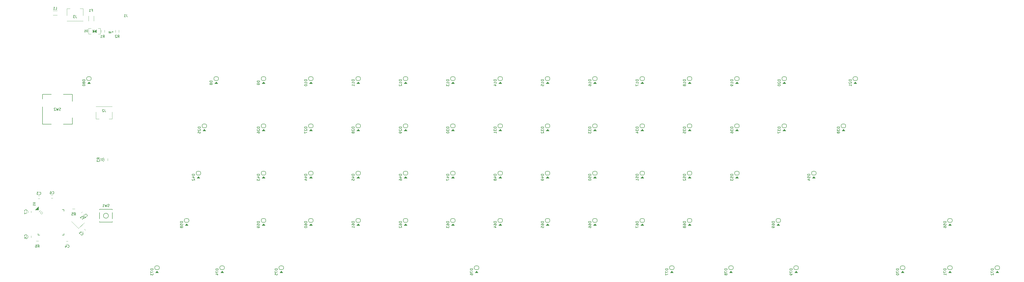
<source format=gbr>
G04 #@! TF.GenerationSoftware,KiCad,Pcbnew,(5.1.9)-1*
G04 #@! TF.CreationDate,2021-04-13T22:09:09-06:00*
G04 #@! TF.ProjectId,64,36342e6b-6963-4616-945f-706362585858,rev?*
G04 #@! TF.SameCoordinates,Original*
G04 #@! TF.FileFunction,Legend,Bot*
G04 #@! TF.FilePolarity,Positive*
%FSLAX46Y46*%
G04 Gerber Fmt 4.6, Leading zero omitted, Abs format (unit mm)*
G04 Created by KiCad (PCBNEW (5.1.9)-1) date 2021-04-13 22:09:09*
%MOMM*%
%LPD*%
G01*
G04 APERTURE LIST*
%ADD10C,0.150000*%
%ADD11C,0.100000*%
%ADD12C,0.120000*%
%ADD13C,0.400000*%
%ADD14C,0.101600*%
%ADD15C,0.200000*%
%ADD16C,1.750000*%
%ADD17C,3.987800*%
%ADD18R,2.550000X2.500000*%
%ADD19C,3.048000*%
%ADD20O,0.550000X1.500000*%
%ADD21C,2.032000*%
%ADD22O,3.900000X2.799999*%
%ADD23R,0.500000X0.900000*%
%ADD24R,0.250000X0.550000*%
%ADD25R,0.300000X0.550000*%
%ADD26C,0.800000*%
%ADD27R,0.800000X0.750000*%
%ADD28R,2.030000X1.140000*%
%ADD29O,1.100000X2.200000*%
%ADD30O,1.300000X1.900000*%
%ADD31C,0.650000*%
%ADD32C,4.000000*%
%ADD33R,0.900000X0.500000*%
%ADD34R,0.750000X0.800000*%
%ADD35R,1.200000X1.800000*%
%ADD36R,0.600000X1.550000*%
%ADD37R,1.800000X1.100000*%
G04 APERTURE END LIST*
D10*
G04 #@! TO.C,U1*
X102075000Y-242443750D02*
X102750000Y-242443750D01*
X112425000Y-242443750D02*
X111750000Y-242443750D01*
X112425000Y-232093750D02*
X111750000Y-232093750D01*
X112425000Y-232093750D02*
X112425000Y-232768750D01*
X112425000Y-242443750D02*
X112425000Y-241768750D01*
X102075000Y-242443750D02*
X102075000Y-241768750D01*
D11*
G36*
X102250000Y-230868750D02*
G01*
X102250000Y-232268750D01*
X100850000Y-232268750D01*
X102250000Y-230868750D01*
G37*
X102250000Y-230868750D02*
X102250000Y-232268750D01*
X100850000Y-232268750D01*
X102250000Y-230868750D01*
D12*
X103897214Y-233468750D02*
G75*
G03*
X103897214Y-233468750I-447214J0D01*
G01*
D11*
X102950000Y-232468750D02*
X102350000Y-233068750D01*
D10*
G04 #@! TO.C,SW2*
X115805500Y-197725000D02*
X115805500Y-195125000D01*
X103805500Y-190725000D02*
X103805500Y-197725000D01*
X112205500Y-197725000D02*
X115805500Y-197725000D01*
X103805500Y-197725000D02*
X107405500Y-197725000D01*
X103805500Y-185725000D02*
X107405500Y-185725000D01*
X115805500Y-185725000D02*
X112205500Y-185725000D01*
X115805500Y-188525000D02*
X115805500Y-185725000D01*
X103805500Y-185725000D02*
X103805500Y-187525000D01*
D12*
G04 #@! TO.C,R5*
X116840000Y-231880000D02*
X115840000Y-231880000D01*
X115840000Y-233240000D02*
X116840000Y-233240000D01*
D13*
G04 #@! TO.C,U2*
X132000000Y-160430000D02*
G75*
G03*
X132000000Y-160430000I0J0D01*
G01*
D12*
G04 #@! TO.C,C1*
X119778249Y-240826777D02*
X120273223Y-241321751D01*
X121121751Y-240473223D02*
X120626777Y-239978249D01*
G04 #@! TO.C,C2*
X119873223Y-232978249D02*
X119378249Y-233473223D01*
X120226777Y-234321751D02*
X120721751Y-233826777D01*
G04 #@! TO.C,C3*
X102040000Y-227720000D02*
X102740000Y-227720000D01*
X102740000Y-226520000D02*
X102040000Y-226520000D01*
G04 #@! TO.C,C4*
X113400000Y-246050000D02*
X114100000Y-246050000D01*
X114100000Y-244850000D02*
X113400000Y-244850000D01*
G04 #@! TO.C,C6*
X107960000Y-226280000D02*
X107260000Y-226280000D01*
X107260000Y-227480000D02*
X107960000Y-227480000D01*
G04 #@! TO.C,D1*
X124740000Y-159625000D02*
X124486000Y-159625000D01*
X124740000Y-160895000D02*
X124994000Y-160895000D01*
X124740000Y-159625000D02*
X124740000Y-160895000D01*
D11*
G36*
X124740000Y-160260000D02*
G01*
X125451000Y-160860000D01*
X125451000Y-159660000D01*
X124740000Y-160260000D01*
G37*
X124740000Y-160260000D02*
X125451000Y-160860000D01*
X125451000Y-159660000D01*
X124740000Y-160260000D01*
G36*
X124740000Y-160260000D02*
G01*
X124029000Y-159660000D01*
X124029000Y-160860000D01*
X124740000Y-160260000D01*
G37*
X124740000Y-160260000D02*
X124029000Y-159660000D01*
X124029000Y-160860000D01*
X124740000Y-160260000D01*
D14*
X127090000Y-161410000D02*
X127090000Y-159110000D01*
X127090000Y-159110000D02*
X126140000Y-159110000D01*
X127090000Y-161410000D02*
X126140000Y-161410000D01*
X122390000Y-159110000D02*
X122390000Y-161410000D01*
X122390000Y-159110000D02*
X123340000Y-159110000D01*
X122390000Y-161410000D02*
X123340000Y-161410000D01*
D12*
G04 #@! TO.C,F1*
X124510000Y-156110000D02*
X124510000Y-154110000D01*
X122370000Y-154110000D02*
X122370000Y-156110000D01*
G04 #@! TO.C,R1*
X127430000Y-159750000D02*
X127430000Y-160750000D01*
X128790000Y-160750000D02*
X128790000Y-159750000D01*
G04 #@! TO.C,R2*
X133190000Y-159750000D02*
X133190000Y-160750000D01*
X134550000Y-160750000D02*
X134550000Y-159750000D01*
G04 #@! TO.C,R3*
X128411250Y-212495000D02*
X128411250Y-211495000D01*
X127051250Y-211495000D02*
X127051250Y-212495000D01*
G04 #@! TO.C,R4*
X130070000Y-212490000D02*
X130070000Y-211490000D01*
X128710000Y-211490000D02*
X128710000Y-212490000D01*
G04 #@! TO.C,R6*
X101250000Y-246150000D02*
X102250000Y-246150000D01*
X102250000Y-244790000D02*
X101250000Y-244790000D01*
G04 #@! TO.C,Y1*
X118297487Y-239730940D02*
X115469060Y-236902513D01*
X120630940Y-237397487D02*
X118297487Y-239730940D01*
G04 #@! TO.C,L1*
X109715242Y-153810000D02*
X108044758Y-153810000D01*
X109715242Y-151990000D02*
X108044758Y-151990000D01*
G04 #@! TO.C,C5*
X98050000Y-242710000D02*
X98050000Y-243410000D01*
X99250000Y-243410000D02*
X99250000Y-242710000D01*
G04 #@! TO.C,J2*
X125337500Y-192840000D02*
X125337500Y-195590000D01*
X125337500Y-195590000D02*
X126587500Y-195590000D01*
X131837500Y-195590000D02*
X130587500Y-195590000D01*
X131837500Y-192840000D02*
X131837500Y-195590000D01*
X131837500Y-190590000D02*
X125337500Y-190590000D01*
G04 #@! TO.C,J3*
X113650000Y-156160000D02*
X120150000Y-156160000D01*
X113650000Y-153910000D02*
X113650000Y-151160000D01*
X113650000Y-151160000D02*
X114900000Y-151160000D01*
X120150000Y-151160000D02*
X118900000Y-151160000D01*
X120150000Y-153910000D02*
X120150000Y-151160000D01*
D10*
G04 #@! TO.C,SW1*
X126740000Y-237200000D02*
X131940000Y-237200000D01*
X131940000Y-237200000D02*
X131940000Y-232000000D01*
X131940000Y-232000000D02*
X126740000Y-232000000D01*
X126740000Y-232000000D02*
X126740000Y-237200000D01*
X130340000Y-234600000D02*
G75*
G03*
X130340000Y-234600000I-1000000J0D01*
G01*
D12*
G04 #@! TO.C,C7*
X98050000Y-232650000D02*
X98050000Y-233350000D01*
X99250000Y-233350000D02*
X99250000Y-232650000D01*
D10*
G04 #@! TO.C,D8*
X173312500Y-180112500D02*
X174112500Y-180112500D01*
X172812500Y-179112538D02*
X172812500Y-179612500D01*
X173312500Y-178612500D02*
X174112500Y-178612500D01*
X174612500Y-179612462D02*
X174612500Y-179112500D01*
D11*
G36*
X173712500Y-180612500D02*
G01*
X173112500Y-181412500D01*
X174312500Y-181412500D01*
X173712500Y-180612500D01*
G37*
X173712500Y-180612500D02*
X173112500Y-181412500D01*
X174312500Y-181412500D01*
X173712500Y-180612500D01*
D10*
X174112500Y-180112500D02*
G75*
G03*
X174612500Y-179612500I0J500000D01*
G01*
X174612500Y-179112500D02*
G75*
G03*
X174112500Y-178612500I-500000J0D01*
G01*
X173312500Y-178612500D02*
G75*
G03*
X172812500Y-179112500I0J-500000D01*
G01*
X172812500Y-179612500D02*
G75*
G03*
X173312500Y-180112500I500000J0D01*
G01*
D11*
G04 #@! TO.C,D9*
G36*
X192762500Y-180612500D02*
G01*
X192162500Y-181412500D01*
X193362500Y-181412500D01*
X192762500Y-180612500D01*
G37*
X192762500Y-180612500D02*
X192162500Y-181412500D01*
X193362500Y-181412500D01*
X192762500Y-180612500D01*
D10*
X193662500Y-179612462D02*
X193662500Y-179112500D01*
X192362500Y-178612500D02*
X193162500Y-178612500D01*
X191862500Y-179112538D02*
X191862500Y-179612500D01*
X192362500Y-180112500D02*
X193162500Y-180112500D01*
X191862500Y-179612500D02*
G75*
G03*
X192362500Y-180112500I500000J0D01*
G01*
X192362500Y-178612500D02*
G75*
G03*
X191862500Y-179112500I0J-500000D01*
G01*
X193662500Y-179112500D02*
G75*
G03*
X193162500Y-178612500I-500000J0D01*
G01*
X193162500Y-180112500D02*
G75*
G03*
X193662500Y-179612500I0J500000D01*
G01*
G04 #@! TO.C,D10*
X211412500Y-180112500D02*
X212212500Y-180112500D01*
X210912500Y-179112538D02*
X210912500Y-179612500D01*
X211412500Y-178612500D02*
X212212500Y-178612500D01*
X212712500Y-179612462D02*
X212712500Y-179112500D01*
D11*
G36*
X211812500Y-180612500D02*
G01*
X211212500Y-181412500D01*
X212412500Y-181412500D01*
X211812500Y-180612500D01*
G37*
X211812500Y-180612500D02*
X211212500Y-181412500D01*
X212412500Y-181412500D01*
X211812500Y-180612500D01*
D10*
X212212500Y-180112500D02*
G75*
G03*
X212712500Y-179612500I0J500000D01*
G01*
X212712500Y-179112500D02*
G75*
G03*
X212212500Y-178612500I-500000J0D01*
G01*
X211412500Y-178612500D02*
G75*
G03*
X210912500Y-179112500I0J-500000D01*
G01*
X210912500Y-179612500D02*
G75*
G03*
X211412500Y-180112500I500000J0D01*
G01*
D11*
G04 #@! TO.C,D11*
G36*
X230862500Y-180612500D02*
G01*
X230262500Y-181412500D01*
X231462500Y-181412500D01*
X230862500Y-180612500D01*
G37*
X230862500Y-180612500D02*
X230262500Y-181412500D01*
X231462500Y-181412500D01*
X230862500Y-180612500D01*
D10*
X231762500Y-179612462D02*
X231762500Y-179112500D01*
X230462500Y-178612500D02*
X231262500Y-178612500D01*
X229962500Y-179112538D02*
X229962500Y-179612500D01*
X230462500Y-180112500D02*
X231262500Y-180112500D01*
X229962500Y-179612500D02*
G75*
G03*
X230462500Y-180112500I500000J0D01*
G01*
X230462500Y-178612500D02*
G75*
G03*
X229962500Y-179112500I0J-500000D01*
G01*
X231762500Y-179112500D02*
G75*
G03*
X231262500Y-178612500I-500000J0D01*
G01*
X231262500Y-180112500D02*
G75*
G03*
X231762500Y-179612500I0J500000D01*
G01*
G04 #@! TO.C,D12*
X249512500Y-180112500D02*
X250312500Y-180112500D01*
X249012500Y-179112538D02*
X249012500Y-179612500D01*
X249512500Y-178612500D02*
X250312500Y-178612500D01*
X250812500Y-179612462D02*
X250812500Y-179112500D01*
D11*
G36*
X249912500Y-180612500D02*
G01*
X249312500Y-181412500D01*
X250512500Y-181412500D01*
X249912500Y-180612500D01*
G37*
X249912500Y-180612500D02*
X249312500Y-181412500D01*
X250512500Y-181412500D01*
X249912500Y-180612500D01*
D10*
X250312500Y-180112500D02*
G75*
G03*
X250812500Y-179612500I0J500000D01*
G01*
X250812500Y-179112500D02*
G75*
G03*
X250312500Y-178612500I-500000J0D01*
G01*
X249512500Y-178612500D02*
G75*
G03*
X249012500Y-179112500I0J-500000D01*
G01*
X249012500Y-179612500D02*
G75*
G03*
X249512500Y-180112500I500000J0D01*
G01*
G04 #@! TO.C,D13*
X268562500Y-180112500D02*
X269362500Y-180112500D01*
X268062500Y-179112538D02*
X268062500Y-179612500D01*
X268562500Y-178612500D02*
X269362500Y-178612500D01*
X269862500Y-179612462D02*
X269862500Y-179112500D01*
D11*
G36*
X268962500Y-180612500D02*
G01*
X268362500Y-181412500D01*
X269562500Y-181412500D01*
X268962500Y-180612500D01*
G37*
X268962500Y-180612500D02*
X268362500Y-181412500D01*
X269562500Y-181412500D01*
X268962500Y-180612500D01*
D10*
X269362500Y-180112500D02*
G75*
G03*
X269862500Y-179612500I0J500000D01*
G01*
X269862500Y-179112500D02*
G75*
G03*
X269362500Y-178612500I-500000J0D01*
G01*
X268562500Y-178612500D02*
G75*
G03*
X268062500Y-179112500I0J-500000D01*
G01*
X268062500Y-179612500D02*
G75*
G03*
X268562500Y-180112500I500000J0D01*
G01*
D11*
G04 #@! TO.C,D14*
G36*
X288012500Y-180612500D02*
G01*
X287412500Y-181412500D01*
X288612500Y-181412500D01*
X288012500Y-180612500D01*
G37*
X288012500Y-180612500D02*
X287412500Y-181412500D01*
X288612500Y-181412500D01*
X288012500Y-180612500D01*
D10*
X288912500Y-179612462D02*
X288912500Y-179112500D01*
X287612500Y-178612500D02*
X288412500Y-178612500D01*
X287112500Y-179112538D02*
X287112500Y-179612500D01*
X287612500Y-180112500D02*
X288412500Y-180112500D01*
X287112500Y-179612500D02*
G75*
G03*
X287612500Y-180112500I500000J0D01*
G01*
X287612500Y-178612500D02*
G75*
G03*
X287112500Y-179112500I0J-500000D01*
G01*
X288912500Y-179112500D02*
G75*
G03*
X288412500Y-178612500I-500000J0D01*
G01*
X288412500Y-180112500D02*
G75*
G03*
X288912500Y-179612500I0J500000D01*
G01*
D11*
G04 #@! TO.C,D15*
G36*
X307062500Y-180612500D02*
G01*
X306462500Y-181412500D01*
X307662500Y-181412500D01*
X307062500Y-180612500D01*
G37*
X307062500Y-180612500D02*
X306462500Y-181412500D01*
X307662500Y-181412500D01*
X307062500Y-180612500D01*
D10*
X307962500Y-179612462D02*
X307962500Y-179112500D01*
X306662500Y-178612500D02*
X307462500Y-178612500D01*
X306162500Y-179112538D02*
X306162500Y-179612500D01*
X306662500Y-180112500D02*
X307462500Y-180112500D01*
X306162500Y-179612500D02*
G75*
G03*
X306662500Y-180112500I500000J0D01*
G01*
X306662500Y-178612500D02*
G75*
G03*
X306162500Y-179112500I0J-500000D01*
G01*
X307962500Y-179112500D02*
G75*
G03*
X307462500Y-178612500I-500000J0D01*
G01*
X307462500Y-180112500D02*
G75*
G03*
X307962500Y-179612500I0J500000D01*
G01*
G04 #@! TO.C,D16*
X325712500Y-180112500D02*
X326512500Y-180112500D01*
X325212500Y-179112538D02*
X325212500Y-179612500D01*
X325712500Y-178612500D02*
X326512500Y-178612500D01*
X327012500Y-179612462D02*
X327012500Y-179112500D01*
D11*
G36*
X326112500Y-180612500D02*
G01*
X325512500Y-181412500D01*
X326712500Y-181412500D01*
X326112500Y-180612500D01*
G37*
X326112500Y-180612500D02*
X325512500Y-181412500D01*
X326712500Y-181412500D01*
X326112500Y-180612500D01*
D10*
X326512500Y-180112500D02*
G75*
G03*
X327012500Y-179612500I0J500000D01*
G01*
X327012500Y-179112500D02*
G75*
G03*
X326512500Y-178612500I-500000J0D01*
G01*
X325712500Y-178612500D02*
G75*
G03*
X325212500Y-179112500I0J-500000D01*
G01*
X325212500Y-179612500D02*
G75*
G03*
X325712500Y-180112500I500000J0D01*
G01*
D11*
G04 #@! TO.C,D17*
G36*
X345162500Y-180612500D02*
G01*
X344562500Y-181412500D01*
X345762500Y-181412500D01*
X345162500Y-180612500D01*
G37*
X345162500Y-180612500D02*
X344562500Y-181412500D01*
X345762500Y-181412500D01*
X345162500Y-180612500D01*
D10*
X346062500Y-179612462D02*
X346062500Y-179112500D01*
X344762500Y-178612500D02*
X345562500Y-178612500D01*
X344262500Y-179112538D02*
X344262500Y-179612500D01*
X344762500Y-180112500D02*
X345562500Y-180112500D01*
X344262500Y-179612500D02*
G75*
G03*
X344762500Y-180112500I500000J0D01*
G01*
X344762500Y-178612500D02*
G75*
G03*
X344262500Y-179112500I0J-500000D01*
G01*
X346062500Y-179112500D02*
G75*
G03*
X345562500Y-178612500I-500000J0D01*
G01*
X345562500Y-180112500D02*
G75*
G03*
X346062500Y-179612500I0J500000D01*
G01*
G04 #@! TO.C,D18*
X363812500Y-180112500D02*
X364612500Y-180112500D01*
X363312500Y-179112538D02*
X363312500Y-179612500D01*
X363812500Y-178612500D02*
X364612500Y-178612500D01*
X365112500Y-179612462D02*
X365112500Y-179112500D01*
D11*
G36*
X364212500Y-180612500D02*
G01*
X363612500Y-181412500D01*
X364812500Y-181412500D01*
X364212500Y-180612500D01*
G37*
X364212500Y-180612500D02*
X363612500Y-181412500D01*
X364812500Y-181412500D01*
X364212500Y-180612500D01*
D10*
X364612500Y-180112500D02*
G75*
G03*
X365112500Y-179612500I0J500000D01*
G01*
X365112500Y-179112500D02*
G75*
G03*
X364612500Y-178612500I-500000J0D01*
G01*
X363812500Y-178612500D02*
G75*
G03*
X363312500Y-179112500I0J-500000D01*
G01*
X363312500Y-179612500D02*
G75*
G03*
X363812500Y-180112500I500000J0D01*
G01*
D11*
G04 #@! TO.C,D19*
G36*
X383262500Y-180612500D02*
G01*
X382662500Y-181412500D01*
X383862500Y-181412500D01*
X383262500Y-180612500D01*
G37*
X383262500Y-180612500D02*
X382662500Y-181412500D01*
X383862500Y-181412500D01*
X383262500Y-180612500D01*
D10*
X384162500Y-179612462D02*
X384162500Y-179112500D01*
X382862500Y-178612500D02*
X383662500Y-178612500D01*
X382362500Y-179112538D02*
X382362500Y-179612500D01*
X382862500Y-180112500D02*
X383662500Y-180112500D01*
X382362500Y-179612500D02*
G75*
G03*
X382862500Y-180112500I500000J0D01*
G01*
X382862500Y-178612500D02*
G75*
G03*
X382362500Y-179112500I0J-500000D01*
G01*
X384162500Y-179112500D02*
G75*
G03*
X383662500Y-178612500I-500000J0D01*
G01*
X383662500Y-180112500D02*
G75*
G03*
X384162500Y-179612500I0J500000D01*
G01*
D11*
G04 #@! TO.C,D20*
G36*
X402312500Y-180612500D02*
G01*
X401712500Y-181412500D01*
X402912500Y-181412500D01*
X402312500Y-180612500D01*
G37*
X402312500Y-180612500D02*
X401712500Y-181412500D01*
X402912500Y-181412500D01*
X402312500Y-180612500D01*
D10*
X403212500Y-179612462D02*
X403212500Y-179112500D01*
X401912500Y-178612500D02*
X402712500Y-178612500D01*
X401412500Y-179112538D02*
X401412500Y-179612500D01*
X401912500Y-180112500D02*
X402712500Y-180112500D01*
X401412500Y-179612500D02*
G75*
G03*
X401912500Y-180112500I500000J0D01*
G01*
X401912500Y-178612500D02*
G75*
G03*
X401412500Y-179112500I0J-500000D01*
G01*
X403212500Y-179112500D02*
G75*
G03*
X402712500Y-178612500I-500000J0D01*
G01*
X402712500Y-180112500D02*
G75*
G03*
X403212500Y-179612500I0J500000D01*
G01*
G04 #@! TO.C,D21*
X430487500Y-180112500D02*
X431287500Y-180112500D01*
X429987500Y-179112538D02*
X429987500Y-179612500D01*
X430487500Y-178612500D02*
X431287500Y-178612500D01*
X431787500Y-179612462D02*
X431787500Y-179112500D01*
D11*
G36*
X430887500Y-180612500D02*
G01*
X430287500Y-181412500D01*
X431487500Y-181412500D01*
X430887500Y-180612500D01*
G37*
X430887500Y-180612500D02*
X430287500Y-181412500D01*
X431487500Y-181412500D01*
X430887500Y-180612500D01*
D10*
X431287500Y-180112500D02*
G75*
G03*
X431787500Y-179612500I0J500000D01*
G01*
X431787500Y-179112500D02*
G75*
G03*
X431287500Y-178612500I-500000J0D01*
G01*
X430487500Y-178612500D02*
G75*
G03*
X429987500Y-179112500I0J-500000D01*
G01*
X429987500Y-179612500D02*
G75*
G03*
X430487500Y-180112500I500000J0D01*
G01*
G04 #@! TO.C,D25*
X168550000Y-199162500D02*
X169350000Y-199162500D01*
X168050000Y-198162538D02*
X168050000Y-198662500D01*
X168550000Y-197662500D02*
X169350000Y-197662500D01*
X169850000Y-198662462D02*
X169850000Y-198162500D01*
D11*
G36*
X168950000Y-199662500D02*
G01*
X168350000Y-200462500D01*
X169550000Y-200462500D01*
X168950000Y-199662500D01*
G37*
X168950000Y-199662500D02*
X168350000Y-200462500D01*
X169550000Y-200462500D01*
X168950000Y-199662500D01*
D10*
X169350000Y-199162500D02*
G75*
G03*
X169850000Y-198662500I0J500000D01*
G01*
X169850000Y-198162500D02*
G75*
G03*
X169350000Y-197662500I-500000J0D01*
G01*
X168550000Y-197662500D02*
G75*
G03*
X168050000Y-198162500I0J-500000D01*
G01*
X168050000Y-198662500D02*
G75*
G03*
X168550000Y-199162500I500000J0D01*
G01*
D11*
G04 #@! TO.C,D26*
G36*
X192762500Y-199662500D02*
G01*
X192162500Y-200462500D01*
X193362500Y-200462500D01*
X192762500Y-199662500D01*
G37*
X192762500Y-199662500D02*
X192162500Y-200462500D01*
X193362500Y-200462500D01*
X192762500Y-199662500D01*
D10*
X193662500Y-198662462D02*
X193662500Y-198162500D01*
X192362500Y-197662500D02*
X193162500Y-197662500D01*
X191862500Y-198162538D02*
X191862500Y-198662500D01*
X192362500Y-199162500D02*
X193162500Y-199162500D01*
X191862500Y-198662500D02*
G75*
G03*
X192362500Y-199162500I500000J0D01*
G01*
X192362500Y-197662500D02*
G75*
G03*
X191862500Y-198162500I0J-500000D01*
G01*
X193662500Y-198162500D02*
G75*
G03*
X193162500Y-197662500I-500000J0D01*
G01*
X193162500Y-199162500D02*
G75*
G03*
X193662500Y-198662500I0J500000D01*
G01*
D11*
G04 #@! TO.C,D27*
G36*
X211812500Y-199662500D02*
G01*
X211212500Y-200462500D01*
X212412500Y-200462500D01*
X211812500Y-199662500D01*
G37*
X211812500Y-199662500D02*
X211212500Y-200462500D01*
X212412500Y-200462500D01*
X211812500Y-199662500D01*
D10*
X212712500Y-198662462D02*
X212712500Y-198162500D01*
X211412500Y-197662500D02*
X212212500Y-197662500D01*
X210912500Y-198162538D02*
X210912500Y-198662500D01*
X211412500Y-199162500D02*
X212212500Y-199162500D01*
X210912500Y-198662500D02*
G75*
G03*
X211412500Y-199162500I500000J0D01*
G01*
X211412500Y-197662500D02*
G75*
G03*
X210912500Y-198162500I0J-500000D01*
G01*
X212712500Y-198162500D02*
G75*
G03*
X212212500Y-197662500I-500000J0D01*
G01*
X212212500Y-199162500D02*
G75*
G03*
X212712500Y-198662500I0J500000D01*
G01*
D11*
G04 #@! TO.C,D28*
G36*
X230862500Y-199662500D02*
G01*
X230262500Y-200462500D01*
X231462500Y-200462500D01*
X230862500Y-199662500D01*
G37*
X230862500Y-199662500D02*
X230262500Y-200462500D01*
X231462500Y-200462500D01*
X230862500Y-199662500D01*
D10*
X231762500Y-198662462D02*
X231762500Y-198162500D01*
X230462500Y-197662500D02*
X231262500Y-197662500D01*
X229962500Y-198162538D02*
X229962500Y-198662500D01*
X230462500Y-199162500D02*
X231262500Y-199162500D01*
X229962500Y-198662500D02*
G75*
G03*
X230462500Y-199162500I500000J0D01*
G01*
X230462500Y-197662500D02*
G75*
G03*
X229962500Y-198162500I0J-500000D01*
G01*
X231762500Y-198162500D02*
G75*
G03*
X231262500Y-197662500I-500000J0D01*
G01*
X231262500Y-199162500D02*
G75*
G03*
X231762500Y-198662500I0J500000D01*
G01*
G04 #@! TO.C,D29*
X249512500Y-199162500D02*
X250312500Y-199162500D01*
X249012500Y-198162538D02*
X249012500Y-198662500D01*
X249512500Y-197662500D02*
X250312500Y-197662500D01*
X250812500Y-198662462D02*
X250812500Y-198162500D01*
D11*
G36*
X249912500Y-199662500D02*
G01*
X249312500Y-200462500D01*
X250512500Y-200462500D01*
X249912500Y-199662500D01*
G37*
X249912500Y-199662500D02*
X249312500Y-200462500D01*
X250512500Y-200462500D01*
X249912500Y-199662500D01*
D10*
X250312500Y-199162500D02*
G75*
G03*
X250812500Y-198662500I0J500000D01*
G01*
X250812500Y-198162500D02*
G75*
G03*
X250312500Y-197662500I-500000J0D01*
G01*
X249512500Y-197662500D02*
G75*
G03*
X249012500Y-198162500I0J-500000D01*
G01*
X249012500Y-198662500D02*
G75*
G03*
X249512500Y-199162500I500000J0D01*
G01*
G04 #@! TO.C,D30*
X268562500Y-199162500D02*
X269362500Y-199162500D01*
X268062500Y-198162538D02*
X268062500Y-198662500D01*
X268562500Y-197662500D02*
X269362500Y-197662500D01*
X269862500Y-198662462D02*
X269862500Y-198162500D01*
D11*
G36*
X268962500Y-199662500D02*
G01*
X268362500Y-200462500D01*
X269562500Y-200462500D01*
X268962500Y-199662500D01*
G37*
X268962500Y-199662500D02*
X268362500Y-200462500D01*
X269562500Y-200462500D01*
X268962500Y-199662500D01*
D10*
X269362500Y-199162500D02*
G75*
G03*
X269862500Y-198662500I0J500000D01*
G01*
X269862500Y-198162500D02*
G75*
G03*
X269362500Y-197662500I-500000J0D01*
G01*
X268562500Y-197662500D02*
G75*
G03*
X268062500Y-198162500I0J-500000D01*
G01*
X268062500Y-198662500D02*
G75*
G03*
X268562500Y-199162500I500000J0D01*
G01*
D11*
G04 #@! TO.C,D31*
G36*
X288012500Y-199662500D02*
G01*
X287412500Y-200462500D01*
X288612500Y-200462500D01*
X288012500Y-199662500D01*
G37*
X288012500Y-199662500D02*
X287412500Y-200462500D01*
X288612500Y-200462500D01*
X288012500Y-199662500D01*
D10*
X288912500Y-198662462D02*
X288912500Y-198162500D01*
X287612500Y-197662500D02*
X288412500Y-197662500D01*
X287112500Y-198162538D02*
X287112500Y-198662500D01*
X287612500Y-199162500D02*
X288412500Y-199162500D01*
X287112500Y-198662500D02*
G75*
G03*
X287612500Y-199162500I500000J0D01*
G01*
X287612500Y-197662500D02*
G75*
G03*
X287112500Y-198162500I0J-500000D01*
G01*
X288912500Y-198162500D02*
G75*
G03*
X288412500Y-197662500I-500000J0D01*
G01*
X288412500Y-199162500D02*
G75*
G03*
X288912500Y-198662500I0J500000D01*
G01*
G04 #@! TO.C,D32*
X306662500Y-199162500D02*
X307462500Y-199162500D01*
X306162500Y-198162538D02*
X306162500Y-198662500D01*
X306662500Y-197662500D02*
X307462500Y-197662500D01*
X307962500Y-198662462D02*
X307962500Y-198162500D01*
D11*
G36*
X307062500Y-199662500D02*
G01*
X306462500Y-200462500D01*
X307662500Y-200462500D01*
X307062500Y-199662500D01*
G37*
X307062500Y-199662500D02*
X306462500Y-200462500D01*
X307662500Y-200462500D01*
X307062500Y-199662500D01*
D10*
X307462500Y-199162500D02*
G75*
G03*
X307962500Y-198662500I0J500000D01*
G01*
X307962500Y-198162500D02*
G75*
G03*
X307462500Y-197662500I-500000J0D01*
G01*
X306662500Y-197662500D02*
G75*
G03*
X306162500Y-198162500I0J-500000D01*
G01*
X306162500Y-198662500D02*
G75*
G03*
X306662500Y-199162500I500000J0D01*
G01*
G04 #@! TO.C,D33*
X325712500Y-199162500D02*
X326512500Y-199162500D01*
X325212500Y-198162538D02*
X325212500Y-198662500D01*
X325712500Y-197662500D02*
X326512500Y-197662500D01*
X327012500Y-198662462D02*
X327012500Y-198162500D01*
D11*
G36*
X326112500Y-199662500D02*
G01*
X325512500Y-200462500D01*
X326712500Y-200462500D01*
X326112500Y-199662500D01*
G37*
X326112500Y-199662500D02*
X325512500Y-200462500D01*
X326712500Y-200462500D01*
X326112500Y-199662500D01*
D10*
X326512500Y-199162500D02*
G75*
G03*
X327012500Y-198662500I0J500000D01*
G01*
X327012500Y-198162500D02*
G75*
G03*
X326512500Y-197662500I-500000J0D01*
G01*
X325712500Y-197662500D02*
G75*
G03*
X325212500Y-198162500I0J-500000D01*
G01*
X325212500Y-198662500D02*
G75*
G03*
X325712500Y-199162500I500000J0D01*
G01*
D11*
G04 #@! TO.C,D34*
G36*
X345162500Y-199662500D02*
G01*
X344562500Y-200462500D01*
X345762500Y-200462500D01*
X345162500Y-199662500D01*
G37*
X345162500Y-199662500D02*
X344562500Y-200462500D01*
X345762500Y-200462500D01*
X345162500Y-199662500D01*
D10*
X346062500Y-198662462D02*
X346062500Y-198162500D01*
X344762500Y-197662500D02*
X345562500Y-197662500D01*
X344262500Y-198162538D02*
X344262500Y-198662500D01*
X344762500Y-199162500D02*
X345562500Y-199162500D01*
X344262500Y-198662500D02*
G75*
G03*
X344762500Y-199162500I500000J0D01*
G01*
X344762500Y-197662500D02*
G75*
G03*
X344262500Y-198162500I0J-500000D01*
G01*
X346062500Y-198162500D02*
G75*
G03*
X345562500Y-197662500I-500000J0D01*
G01*
X345562500Y-199162500D02*
G75*
G03*
X346062500Y-198662500I0J500000D01*
G01*
G04 #@! TO.C,D35*
X363812500Y-199162500D02*
X364612500Y-199162500D01*
X363312500Y-198162538D02*
X363312500Y-198662500D01*
X363812500Y-197662500D02*
X364612500Y-197662500D01*
X365112500Y-198662462D02*
X365112500Y-198162500D01*
D11*
G36*
X364212500Y-199662500D02*
G01*
X363612500Y-200462500D01*
X364812500Y-200462500D01*
X364212500Y-199662500D01*
G37*
X364212500Y-199662500D02*
X363612500Y-200462500D01*
X364812500Y-200462500D01*
X364212500Y-199662500D01*
D10*
X364612500Y-199162500D02*
G75*
G03*
X365112500Y-198662500I0J500000D01*
G01*
X365112500Y-198162500D02*
G75*
G03*
X364612500Y-197662500I-500000J0D01*
G01*
X363812500Y-197662500D02*
G75*
G03*
X363312500Y-198162500I0J-500000D01*
G01*
X363312500Y-198662500D02*
G75*
G03*
X363812500Y-199162500I500000J0D01*
G01*
G04 #@! TO.C,D36*
X382862500Y-199162500D02*
X383662500Y-199162500D01*
X382362500Y-198162538D02*
X382362500Y-198662500D01*
X382862500Y-197662500D02*
X383662500Y-197662500D01*
X384162500Y-198662462D02*
X384162500Y-198162500D01*
D11*
G36*
X383262500Y-199662500D02*
G01*
X382662500Y-200462500D01*
X383862500Y-200462500D01*
X383262500Y-199662500D01*
G37*
X383262500Y-199662500D02*
X382662500Y-200462500D01*
X383862500Y-200462500D01*
X383262500Y-199662500D01*
D10*
X383662500Y-199162500D02*
G75*
G03*
X384162500Y-198662500I0J500000D01*
G01*
X384162500Y-198162500D02*
G75*
G03*
X383662500Y-197662500I-500000J0D01*
G01*
X382862500Y-197662500D02*
G75*
G03*
X382362500Y-198162500I0J-500000D01*
G01*
X382362500Y-198662500D02*
G75*
G03*
X382862500Y-199162500I500000J0D01*
G01*
D11*
G04 #@! TO.C,D37*
G36*
X402312500Y-199662500D02*
G01*
X401712500Y-200462500D01*
X402912500Y-200462500D01*
X402312500Y-199662500D01*
G37*
X402312500Y-199662500D02*
X401712500Y-200462500D01*
X402912500Y-200462500D01*
X402312500Y-199662500D01*
D10*
X403212500Y-198662462D02*
X403212500Y-198162500D01*
X401912500Y-197662500D02*
X402712500Y-197662500D01*
X401412500Y-198162538D02*
X401412500Y-198662500D01*
X401912500Y-199162500D02*
X402712500Y-199162500D01*
X401412500Y-198662500D02*
G75*
G03*
X401912500Y-199162500I500000J0D01*
G01*
X401912500Y-197662500D02*
G75*
G03*
X401412500Y-198162500I0J-500000D01*
G01*
X403212500Y-198162500D02*
G75*
G03*
X402712500Y-197662500I-500000J0D01*
G01*
X402712500Y-199162500D02*
G75*
G03*
X403212500Y-198662500I0J500000D01*
G01*
G04 #@! TO.C,D38*
X425725000Y-199162500D02*
X426525000Y-199162500D01*
X425225000Y-198162538D02*
X425225000Y-198662500D01*
X425725000Y-197662500D02*
X426525000Y-197662500D01*
X427025000Y-198662462D02*
X427025000Y-198162500D01*
D11*
G36*
X426125000Y-199662500D02*
G01*
X425525000Y-200462500D01*
X426725000Y-200462500D01*
X426125000Y-199662500D01*
G37*
X426125000Y-199662500D02*
X425525000Y-200462500D01*
X426725000Y-200462500D01*
X426125000Y-199662500D01*
D10*
X426525000Y-199162500D02*
G75*
G03*
X427025000Y-198662500I0J500000D01*
G01*
X427025000Y-198162500D02*
G75*
G03*
X426525000Y-197662500I-500000J0D01*
G01*
X425725000Y-197662500D02*
G75*
G03*
X425225000Y-198162500I0J-500000D01*
G01*
X425225000Y-198662500D02*
G75*
G03*
X425725000Y-199162500I500000J0D01*
G01*
G04 #@! TO.C,D42*
X166168750Y-218212500D02*
X166968750Y-218212500D01*
X165668750Y-217212538D02*
X165668750Y-217712500D01*
X166168750Y-216712500D02*
X166968750Y-216712500D01*
X167468750Y-217712462D02*
X167468750Y-217212500D01*
D11*
G36*
X166568750Y-218712500D02*
G01*
X165968750Y-219512500D01*
X167168750Y-219512500D01*
X166568750Y-218712500D01*
G37*
X166568750Y-218712500D02*
X165968750Y-219512500D01*
X167168750Y-219512500D01*
X166568750Y-218712500D01*
D10*
X166968750Y-218212500D02*
G75*
G03*
X167468750Y-217712500I0J500000D01*
G01*
X167468750Y-217212500D02*
G75*
G03*
X166968750Y-216712500I-500000J0D01*
G01*
X166168750Y-216712500D02*
G75*
G03*
X165668750Y-217212500I0J-500000D01*
G01*
X165668750Y-217712500D02*
G75*
G03*
X166168750Y-218212500I500000J0D01*
G01*
D11*
G04 #@! TO.C,D43*
G36*
X192762500Y-218712500D02*
G01*
X192162500Y-219512500D01*
X193362500Y-219512500D01*
X192762500Y-218712500D01*
G37*
X192762500Y-218712500D02*
X192162500Y-219512500D01*
X193362500Y-219512500D01*
X192762500Y-218712500D01*
D10*
X193662500Y-217712462D02*
X193662500Y-217212500D01*
X192362500Y-216712500D02*
X193162500Y-216712500D01*
X191862500Y-217212538D02*
X191862500Y-217712500D01*
X192362500Y-218212500D02*
X193162500Y-218212500D01*
X191862500Y-217712500D02*
G75*
G03*
X192362500Y-218212500I500000J0D01*
G01*
X192362500Y-216712500D02*
G75*
G03*
X191862500Y-217212500I0J-500000D01*
G01*
X193662500Y-217212500D02*
G75*
G03*
X193162500Y-216712500I-500000J0D01*
G01*
X193162500Y-218212500D02*
G75*
G03*
X193662500Y-217712500I0J500000D01*
G01*
G04 #@! TO.C,D44*
X211412500Y-218212500D02*
X212212500Y-218212500D01*
X210912500Y-217212538D02*
X210912500Y-217712500D01*
X211412500Y-216712500D02*
X212212500Y-216712500D01*
X212712500Y-217712462D02*
X212712500Y-217212500D01*
D11*
G36*
X211812500Y-218712500D02*
G01*
X211212500Y-219512500D01*
X212412500Y-219512500D01*
X211812500Y-218712500D01*
G37*
X211812500Y-218712500D02*
X211212500Y-219512500D01*
X212412500Y-219512500D01*
X211812500Y-218712500D01*
D10*
X212212500Y-218212500D02*
G75*
G03*
X212712500Y-217712500I0J500000D01*
G01*
X212712500Y-217212500D02*
G75*
G03*
X212212500Y-216712500I-500000J0D01*
G01*
X211412500Y-216712500D02*
G75*
G03*
X210912500Y-217212500I0J-500000D01*
G01*
X210912500Y-217712500D02*
G75*
G03*
X211412500Y-218212500I500000J0D01*
G01*
D11*
G04 #@! TO.C,D45*
G36*
X230862500Y-218712500D02*
G01*
X230262500Y-219512500D01*
X231462500Y-219512500D01*
X230862500Y-218712500D01*
G37*
X230862500Y-218712500D02*
X230262500Y-219512500D01*
X231462500Y-219512500D01*
X230862500Y-218712500D01*
D10*
X231762500Y-217712462D02*
X231762500Y-217212500D01*
X230462500Y-216712500D02*
X231262500Y-216712500D01*
X229962500Y-217212538D02*
X229962500Y-217712500D01*
X230462500Y-218212500D02*
X231262500Y-218212500D01*
X229962500Y-217712500D02*
G75*
G03*
X230462500Y-218212500I500000J0D01*
G01*
X230462500Y-216712500D02*
G75*
G03*
X229962500Y-217212500I0J-500000D01*
G01*
X231762500Y-217212500D02*
G75*
G03*
X231262500Y-216712500I-500000J0D01*
G01*
X231262500Y-218212500D02*
G75*
G03*
X231762500Y-217712500I0J500000D01*
G01*
G04 #@! TO.C,D46*
X249512500Y-218212500D02*
X250312500Y-218212500D01*
X249012500Y-217212538D02*
X249012500Y-217712500D01*
X249512500Y-216712500D02*
X250312500Y-216712500D01*
X250812500Y-217712462D02*
X250812500Y-217212500D01*
D11*
G36*
X249912500Y-218712500D02*
G01*
X249312500Y-219512500D01*
X250512500Y-219512500D01*
X249912500Y-218712500D01*
G37*
X249912500Y-218712500D02*
X249312500Y-219512500D01*
X250512500Y-219512500D01*
X249912500Y-218712500D01*
D10*
X250312500Y-218212500D02*
G75*
G03*
X250812500Y-217712500I0J500000D01*
G01*
X250812500Y-217212500D02*
G75*
G03*
X250312500Y-216712500I-500000J0D01*
G01*
X249512500Y-216712500D02*
G75*
G03*
X249012500Y-217212500I0J-500000D01*
G01*
X249012500Y-217712500D02*
G75*
G03*
X249512500Y-218212500I500000J0D01*
G01*
D11*
G04 #@! TO.C,D47*
G36*
X268962500Y-218712500D02*
G01*
X268362500Y-219512500D01*
X269562500Y-219512500D01*
X268962500Y-218712500D01*
G37*
X268962500Y-218712500D02*
X268362500Y-219512500D01*
X269562500Y-219512500D01*
X268962500Y-218712500D01*
D10*
X269862500Y-217712462D02*
X269862500Y-217212500D01*
X268562500Y-216712500D02*
X269362500Y-216712500D01*
X268062500Y-217212538D02*
X268062500Y-217712500D01*
X268562500Y-218212500D02*
X269362500Y-218212500D01*
X268062500Y-217712500D02*
G75*
G03*
X268562500Y-218212500I500000J0D01*
G01*
X268562500Y-216712500D02*
G75*
G03*
X268062500Y-217212500I0J-500000D01*
G01*
X269862500Y-217212500D02*
G75*
G03*
X269362500Y-216712500I-500000J0D01*
G01*
X269362500Y-218212500D02*
G75*
G03*
X269862500Y-217712500I0J500000D01*
G01*
G04 #@! TO.C,D48*
X287612500Y-218212500D02*
X288412500Y-218212500D01*
X287112500Y-217212538D02*
X287112500Y-217712500D01*
X287612500Y-216712500D02*
X288412500Y-216712500D01*
X288912500Y-217712462D02*
X288912500Y-217212500D01*
D11*
G36*
X288012500Y-218712500D02*
G01*
X287412500Y-219512500D01*
X288612500Y-219512500D01*
X288012500Y-218712500D01*
G37*
X288012500Y-218712500D02*
X287412500Y-219512500D01*
X288612500Y-219512500D01*
X288012500Y-218712500D01*
D10*
X288412500Y-218212500D02*
G75*
G03*
X288912500Y-217712500I0J500000D01*
G01*
X288912500Y-217212500D02*
G75*
G03*
X288412500Y-216712500I-500000J0D01*
G01*
X287612500Y-216712500D02*
G75*
G03*
X287112500Y-217212500I0J-500000D01*
G01*
X287112500Y-217712500D02*
G75*
G03*
X287612500Y-218212500I500000J0D01*
G01*
D11*
G04 #@! TO.C,D49*
G36*
X307062500Y-218712500D02*
G01*
X306462500Y-219512500D01*
X307662500Y-219512500D01*
X307062500Y-218712500D01*
G37*
X307062500Y-218712500D02*
X306462500Y-219512500D01*
X307662500Y-219512500D01*
X307062500Y-218712500D01*
D10*
X307962500Y-217712462D02*
X307962500Y-217212500D01*
X306662500Y-216712500D02*
X307462500Y-216712500D01*
X306162500Y-217212538D02*
X306162500Y-217712500D01*
X306662500Y-218212500D02*
X307462500Y-218212500D01*
X306162500Y-217712500D02*
G75*
G03*
X306662500Y-218212500I500000J0D01*
G01*
X306662500Y-216712500D02*
G75*
G03*
X306162500Y-217212500I0J-500000D01*
G01*
X307962500Y-217212500D02*
G75*
G03*
X307462500Y-216712500I-500000J0D01*
G01*
X307462500Y-218212500D02*
G75*
G03*
X307962500Y-217712500I0J500000D01*
G01*
G04 #@! TO.C,D50*
X325712500Y-218212500D02*
X326512500Y-218212500D01*
X325212500Y-217212538D02*
X325212500Y-217712500D01*
X325712500Y-216712500D02*
X326512500Y-216712500D01*
X327012500Y-217712462D02*
X327012500Y-217212500D01*
D11*
G36*
X326112500Y-218712500D02*
G01*
X325512500Y-219512500D01*
X326712500Y-219512500D01*
X326112500Y-218712500D01*
G37*
X326112500Y-218712500D02*
X325512500Y-219512500D01*
X326712500Y-219512500D01*
X326112500Y-218712500D01*
D10*
X326512500Y-218212500D02*
G75*
G03*
X327012500Y-217712500I0J500000D01*
G01*
X327012500Y-217212500D02*
G75*
G03*
X326512500Y-216712500I-500000J0D01*
G01*
X325712500Y-216712500D02*
G75*
G03*
X325212500Y-217212500I0J-500000D01*
G01*
X325212500Y-217712500D02*
G75*
G03*
X325712500Y-218212500I500000J0D01*
G01*
D11*
G04 #@! TO.C,D51*
G36*
X345162500Y-218712500D02*
G01*
X344562500Y-219512500D01*
X345762500Y-219512500D01*
X345162500Y-218712500D01*
G37*
X345162500Y-218712500D02*
X344562500Y-219512500D01*
X345762500Y-219512500D01*
X345162500Y-218712500D01*
D10*
X346062500Y-217712462D02*
X346062500Y-217212500D01*
X344762500Y-216712500D02*
X345562500Y-216712500D01*
X344262500Y-217212538D02*
X344262500Y-217712500D01*
X344762500Y-218212500D02*
X345562500Y-218212500D01*
X344262500Y-217712500D02*
G75*
G03*
X344762500Y-218212500I500000J0D01*
G01*
X344762500Y-216712500D02*
G75*
G03*
X344262500Y-217212500I0J-500000D01*
G01*
X346062500Y-217212500D02*
G75*
G03*
X345562500Y-216712500I-500000J0D01*
G01*
X345562500Y-218212500D02*
G75*
G03*
X346062500Y-217712500I0J500000D01*
G01*
D11*
G04 #@! TO.C,D52*
G36*
X364212500Y-218712500D02*
G01*
X363612500Y-219512500D01*
X364812500Y-219512500D01*
X364212500Y-218712500D01*
G37*
X364212500Y-218712500D02*
X363612500Y-219512500D01*
X364812500Y-219512500D01*
X364212500Y-218712500D01*
D10*
X365112500Y-217712462D02*
X365112500Y-217212500D01*
X363812500Y-216712500D02*
X364612500Y-216712500D01*
X363312500Y-217212538D02*
X363312500Y-217712500D01*
X363812500Y-218212500D02*
X364612500Y-218212500D01*
X363312500Y-217712500D02*
G75*
G03*
X363812500Y-218212500I500000J0D01*
G01*
X363812500Y-216712500D02*
G75*
G03*
X363312500Y-217212500I0J-500000D01*
G01*
X365112500Y-217212500D02*
G75*
G03*
X364612500Y-216712500I-500000J0D01*
G01*
X364612500Y-218212500D02*
G75*
G03*
X365112500Y-217712500I0J500000D01*
G01*
D11*
G04 #@! TO.C,D53*
G36*
X383262500Y-218712500D02*
G01*
X382662500Y-219512500D01*
X383862500Y-219512500D01*
X383262500Y-218712500D01*
G37*
X383262500Y-218712500D02*
X382662500Y-219512500D01*
X383862500Y-219512500D01*
X383262500Y-218712500D01*
D10*
X384162500Y-217712462D02*
X384162500Y-217212500D01*
X382862500Y-216712500D02*
X383662500Y-216712500D01*
X382362500Y-217212538D02*
X382362500Y-217712500D01*
X382862500Y-218212500D02*
X383662500Y-218212500D01*
X382362500Y-217712500D02*
G75*
G03*
X382862500Y-218212500I500000J0D01*
G01*
X382862500Y-216712500D02*
G75*
G03*
X382362500Y-217212500I0J-500000D01*
G01*
X384162500Y-217212500D02*
G75*
G03*
X383662500Y-216712500I-500000J0D01*
G01*
X383662500Y-218212500D02*
G75*
G03*
X384162500Y-217712500I0J500000D01*
G01*
D11*
G04 #@! TO.C,D54*
G36*
X414218750Y-218712500D02*
G01*
X413618750Y-219512500D01*
X414818750Y-219512500D01*
X414218750Y-218712500D01*
G37*
X414218750Y-218712500D02*
X413618750Y-219512500D01*
X414818750Y-219512500D01*
X414218750Y-218712500D01*
D10*
X415118750Y-217712462D02*
X415118750Y-217212500D01*
X413818750Y-216712500D02*
X414618750Y-216712500D01*
X413318750Y-217212538D02*
X413318750Y-217712500D01*
X413818750Y-218212500D02*
X414618750Y-218212500D01*
X413318750Y-217712500D02*
G75*
G03*
X413818750Y-218212500I500000J0D01*
G01*
X413818750Y-216712500D02*
G75*
G03*
X413318750Y-217212500I0J-500000D01*
G01*
X415118750Y-217212500D02*
G75*
G03*
X414618750Y-216712500I-500000J0D01*
G01*
X414618750Y-218212500D02*
G75*
G03*
X415118750Y-217712500I0J500000D01*
G01*
G04 #@! TO.C,D56*
X468587500Y-237262500D02*
X469387500Y-237262500D01*
X468087500Y-236262538D02*
X468087500Y-236762500D01*
X468587500Y-235762500D02*
X469387500Y-235762500D01*
X469887500Y-236762462D02*
X469887500Y-236262500D01*
D11*
G36*
X468987500Y-237762500D02*
G01*
X468387500Y-238562500D01*
X469587500Y-238562500D01*
X468987500Y-237762500D01*
G37*
X468987500Y-237762500D02*
X468387500Y-238562500D01*
X469587500Y-238562500D01*
X468987500Y-237762500D01*
D10*
X469387500Y-237262500D02*
G75*
G03*
X469887500Y-236762500I0J500000D01*
G01*
X469887500Y-236262500D02*
G75*
G03*
X469387500Y-235762500I-500000J0D01*
G01*
X468587500Y-235762500D02*
G75*
G03*
X468087500Y-236262500I0J-500000D01*
G01*
X468087500Y-236762500D02*
G75*
G03*
X468587500Y-237262500I500000J0D01*
G01*
D11*
G04 #@! TO.C,D58*
G36*
X161806250Y-237762500D02*
G01*
X161206250Y-238562500D01*
X162406250Y-238562500D01*
X161806250Y-237762500D01*
G37*
X161806250Y-237762500D02*
X161206250Y-238562500D01*
X162406250Y-238562500D01*
X161806250Y-237762500D01*
D10*
X162706250Y-236762462D02*
X162706250Y-236262500D01*
X161406250Y-235762500D02*
X162206250Y-235762500D01*
X160906250Y-236262538D02*
X160906250Y-236762500D01*
X161406250Y-237262500D02*
X162206250Y-237262500D01*
X160906250Y-236762500D02*
G75*
G03*
X161406250Y-237262500I500000J0D01*
G01*
X161406250Y-235762500D02*
G75*
G03*
X160906250Y-236262500I0J-500000D01*
G01*
X162706250Y-236262500D02*
G75*
G03*
X162206250Y-235762500I-500000J0D01*
G01*
X162206250Y-237262500D02*
G75*
G03*
X162706250Y-236762500I0J500000D01*
G01*
D11*
G04 #@! TO.C,D59*
G36*
X192762500Y-237762500D02*
G01*
X192162500Y-238562500D01*
X193362500Y-238562500D01*
X192762500Y-237762500D01*
G37*
X192762500Y-237762500D02*
X192162500Y-238562500D01*
X193362500Y-238562500D01*
X192762500Y-237762500D01*
D10*
X193662500Y-236762462D02*
X193662500Y-236262500D01*
X192362500Y-235762500D02*
X193162500Y-235762500D01*
X191862500Y-236262538D02*
X191862500Y-236762500D01*
X192362500Y-237262500D02*
X193162500Y-237262500D01*
X191862500Y-236762500D02*
G75*
G03*
X192362500Y-237262500I500000J0D01*
G01*
X192362500Y-235762500D02*
G75*
G03*
X191862500Y-236262500I0J-500000D01*
G01*
X193662500Y-236262500D02*
G75*
G03*
X193162500Y-235762500I-500000J0D01*
G01*
X193162500Y-237262500D02*
G75*
G03*
X193662500Y-236762500I0J500000D01*
G01*
D11*
G04 #@! TO.C,D60*
G36*
X211812500Y-237762500D02*
G01*
X211212500Y-238562500D01*
X212412500Y-238562500D01*
X211812500Y-237762500D01*
G37*
X211812500Y-237762500D02*
X211212500Y-238562500D01*
X212412500Y-238562500D01*
X211812500Y-237762500D01*
D10*
X212712500Y-236762462D02*
X212712500Y-236262500D01*
X211412500Y-235762500D02*
X212212500Y-235762500D01*
X210912500Y-236262538D02*
X210912500Y-236762500D01*
X211412500Y-237262500D02*
X212212500Y-237262500D01*
X210912500Y-236762500D02*
G75*
G03*
X211412500Y-237262500I500000J0D01*
G01*
X211412500Y-235762500D02*
G75*
G03*
X210912500Y-236262500I0J-500000D01*
G01*
X212712500Y-236262500D02*
G75*
G03*
X212212500Y-235762500I-500000J0D01*
G01*
X212212500Y-237262500D02*
G75*
G03*
X212712500Y-236762500I0J500000D01*
G01*
G04 #@! TO.C,D61*
X230462500Y-237262500D02*
X231262500Y-237262500D01*
X229962500Y-236262538D02*
X229962500Y-236762500D01*
X230462500Y-235762500D02*
X231262500Y-235762500D01*
X231762500Y-236762462D02*
X231762500Y-236262500D01*
D11*
G36*
X230862500Y-237762500D02*
G01*
X230262500Y-238562500D01*
X231462500Y-238562500D01*
X230862500Y-237762500D01*
G37*
X230862500Y-237762500D02*
X230262500Y-238562500D01*
X231462500Y-238562500D01*
X230862500Y-237762500D01*
D10*
X231262500Y-237262500D02*
G75*
G03*
X231762500Y-236762500I0J500000D01*
G01*
X231762500Y-236262500D02*
G75*
G03*
X231262500Y-235762500I-500000J0D01*
G01*
X230462500Y-235762500D02*
G75*
G03*
X229962500Y-236262500I0J-500000D01*
G01*
X229962500Y-236762500D02*
G75*
G03*
X230462500Y-237262500I500000J0D01*
G01*
G04 #@! TO.C,D62*
X249512500Y-237262500D02*
X250312500Y-237262500D01*
X249012500Y-236262538D02*
X249012500Y-236762500D01*
X249512500Y-235762500D02*
X250312500Y-235762500D01*
X250812500Y-236762462D02*
X250812500Y-236262500D01*
D11*
G36*
X249912500Y-237762500D02*
G01*
X249312500Y-238562500D01*
X250512500Y-238562500D01*
X249912500Y-237762500D01*
G37*
X249912500Y-237762500D02*
X249312500Y-238562500D01*
X250512500Y-238562500D01*
X249912500Y-237762500D01*
D10*
X250312500Y-237262500D02*
G75*
G03*
X250812500Y-236762500I0J500000D01*
G01*
X250812500Y-236262500D02*
G75*
G03*
X250312500Y-235762500I-500000J0D01*
G01*
X249512500Y-235762500D02*
G75*
G03*
X249012500Y-236262500I0J-500000D01*
G01*
X249012500Y-236762500D02*
G75*
G03*
X249512500Y-237262500I500000J0D01*
G01*
D11*
G04 #@! TO.C,D63*
G36*
X268962500Y-237762500D02*
G01*
X268362500Y-238562500D01*
X269562500Y-238562500D01*
X268962500Y-237762500D01*
G37*
X268962500Y-237762500D02*
X268362500Y-238562500D01*
X269562500Y-238562500D01*
X268962500Y-237762500D01*
D10*
X269862500Y-236762462D02*
X269862500Y-236262500D01*
X268562500Y-235762500D02*
X269362500Y-235762500D01*
X268062500Y-236262538D02*
X268062500Y-236762500D01*
X268562500Y-237262500D02*
X269362500Y-237262500D01*
X268062500Y-236762500D02*
G75*
G03*
X268562500Y-237262500I500000J0D01*
G01*
X268562500Y-235762500D02*
G75*
G03*
X268062500Y-236262500I0J-500000D01*
G01*
X269862500Y-236262500D02*
G75*
G03*
X269362500Y-235762500I-500000J0D01*
G01*
X269362500Y-237262500D02*
G75*
G03*
X269862500Y-236762500I0J500000D01*
G01*
G04 #@! TO.C,D64*
X287612500Y-237262500D02*
X288412500Y-237262500D01*
X287112500Y-236262538D02*
X287112500Y-236762500D01*
X287612500Y-235762500D02*
X288412500Y-235762500D01*
X288912500Y-236762462D02*
X288912500Y-236262500D01*
D11*
G36*
X288012500Y-237762500D02*
G01*
X287412500Y-238562500D01*
X288612500Y-238562500D01*
X288012500Y-237762500D01*
G37*
X288012500Y-237762500D02*
X287412500Y-238562500D01*
X288612500Y-238562500D01*
X288012500Y-237762500D01*
D10*
X288412500Y-237262500D02*
G75*
G03*
X288912500Y-236762500I0J500000D01*
G01*
X288912500Y-236262500D02*
G75*
G03*
X288412500Y-235762500I-500000J0D01*
G01*
X287612500Y-235762500D02*
G75*
G03*
X287112500Y-236262500I0J-500000D01*
G01*
X287112500Y-236762500D02*
G75*
G03*
X287612500Y-237262500I500000J0D01*
G01*
D11*
G04 #@! TO.C,D65*
G36*
X307062500Y-237762500D02*
G01*
X306462500Y-238562500D01*
X307662500Y-238562500D01*
X307062500Y-237762500D01*
G37*
X307062500Y-237762500D02*
X306462500Y-238562500D01*
X307662500Y-238562500D01*
X307062500Y-237762500D01*
D10*
X307962500Y-236762462D02*
X307962500Y-236262500D01*
X306662500Y-235762500D02*
X307462500Y-235762500D01*
X306162500Y-236262538D02*
X306162500Y-236762500D01*
X306662500Y-237262500D02*
X307462500Y-237262500D01*
X306162500Y-236762500D02*
G75*
G03*
X306662500Y-237262500I500000J0D01*
G01*
X306662500Y-235762500D02*
G75*
G03*
X306162500Y-236262500I0J-500000D01*
G01*
X307962500Y-236262500D02*
G75*
G03*
X307462500Y-235762500I-500000J0D01*
G01*
X307462500Y-237262500D02*
G75*
G03*
X307962500Y-236762500I0J500000D01*
G01*
G04 #@! TO.C,D66*
X325712500Y-237262500D02*
X326512500Y-237262500D01*
X325212500Y-236262538D02*
X325212500Y-236762500D01*
X325712500Y-235762500D02*
X326512500Y-235762500D01*
X327012500Y-236762462D02*
X327012500Y-236262500D01*
D11*
G36*
X326112500Y-237762500D02*
G01*
X325512500Y-238562500D01*
X326712500Y-238562500D01*
X326112500Y-237762500D01*
G37*
X326112500Y-237762500D02*
X325512500Y-238562500D01*
X326712500Y-238562500D01*
X326112500Y-237762500D01*
D10*
X326512500Y-237262500D02*
G75*
G03*
X327012500Y-236762500I0J500000D01*
G01*
X327012500Y-236262500D02*
G75*
G03*
X326512500Y-235762500I-500000J0D01*
G01*
X325712500Y-235762500D02*
G75*
G03*
X325212500Y-236262500I0J-500000D01*
G01*
X325212500Y-236762500D02*
G75*
G03*
X325712500Y-237262500I500000J0D01*
G01*
D11*
G04 #@! TO.C,D67*
G36*
X345162500Y-237762500D02*
G01*
X344562500Y-238562500D01*
X345762500Y-238562500D01*
X345162500Y-237762500D01*
G37*
X345162500Y-237762500D02*
X344562500Y-238562500D01*
X345762500Y-238562500D01*
X345162500Y-237762500D01*
D10*
X346062500Y-236762462D02*
X346062500Y-236262500D01*
X344762500Y-235762500D02*
X345562500Y-235762500D01*
X344262500Y-236262538D02*
X344262500Y-236762500D01*
X344762500Y-237262500D02*
X345562500Y-237262500D01*
X344262500Y-236762500D02*
G75*
G03*
X344762500Y-237262500I500000J0D01*
G01*
X344762500Y-235762500D02*
G75*
G03*
X344262500Y-236262500I0J-500000D01*
G01*
X346062500Y-236262500D02*
G75*
G03*
X345562500Y-235762500I-500000J0D01*
G01*
X345562500Y-237262500D02*
G75*
G03*
X346062500Y-236762500I0J500000D01*
G01*
G04 #@! TO.C,D68*
X363812500Y-237262500D02*
X364612500Y-237262500D01*
X363312500Y-236262538D02*
X363312500Y-236762500D01*
X363812500Y-235762500D02*
X364612500Y-235762500D01*
X365112500Y-236762462D02*
X365112500Y-236262500D01*
D11*
G36*
X364212500Y-237762500D02*
G01*
X363612500Y-238562500D01*
X364812500Y-238562500D01*
X364212500Y-237762500D01*
G37*
X364212500Y-237762500D02*
X363612500Y-238562500D01*
X364812500Y-238562500D01*
X364212500Y-237762500D01*
D10*
X364612500Y-237262500D02*
G75*
G03*
X365112500Y-236762500I0J500000D01*
G01*
X365112500Y-236262500D02*
G75*
G03*
X364612500Y-235762500I-500000J0D01*
G01*
X363812500Y-235762500D02*
G75*
G03*
X363312500Y-236262500I0J-500000D01*
G01*
X363312500Y-236762500D02*
G75*
G03*
X363812500Y-237262500I500000J0D01*
G01*
G04 #@! TO.C,D69*
X399531250Y-237262500D02*
X400331250Y-237262500D01*
X399031250Y-236262538D02*
X399031250Y-236762500D01*
X399531250Y-235762500D02*
X400331250Y-235762500D01*
X400831250Y-236762462D02*
X400831250Y-236262500D01*
D11*
G36*
X399931250Y-237762500D02*
G01*
X399331250Y-238562500D01*
X400531250Y-238562500D01*
X399931250Y-237762500D01*
G37*
X399931250Y-237762500D02*
X399331250Y-238562500D01*
X400531250Y-238562500D01*
X399931250Y-237762500D01*
D10*
X400331250Y-237262500D02*
G75*
G03*
X400831250Y-236762500I0J500000D01*
G01*
X400831250Y-236262500D02*
G75*
G03*
X400331250Y-235762500I-500000J0D01*
G01*
X399531250Y-235762500D02*
G75*
G03*
X399031250Y-236262500I0J-500000D01*
G01*
X399031250Y-236762500D02*
G75*
G03*
X399531250Y-237262500I500000J0D01*
G01*
D11*
G04 #@! TO.C,D70*
G36*
X449937500Y-256812500D02*
G01*
X449337500Y-257612500D01*
X450537500Y-257612500D01*
X449937500Y-256812500D01*
G37*
X449937500Y-256812500D02*
X449337500Y-257612500D01*
X450537500Y-257612500D01*
X449937500Y-256812500D01*
D10*
X450837500Y-255812462D02*
X450837500Y-255312500D01*
X449537500Y-254812500D02*
X450337500Y-254812500D01*
X449037500Y-255312538D02*
X449037500Y-255812500D01*
X449537500Y-256312500D02*
X450337500Y-256312500D01*
X449037500Y-255812500D02*
G75*
G03*
X449537500Y-256312500I500000J0D01*
G01*
X449537500Y-254812500D02*
G75*
G03*
X449037500Y-255312500I0J-500000D01*
G01*
X450837500Y-255312500D02*
G75*
G03*
X450337500Y-254812500I-500000J0D01*
G01*
X450337500Y-256312500D02*
G75*
G03*
X450837500Y-255812500I0J500000D01*
G01*
G04 #@! TO.C,D71*
X468587500Y-256312500D02*
X469387500Y-256312500D01*
X468087500Y-255312538D02*
X468087500Y-255812500D01*
X468587500Y-254812500D02*
X469387500Y-254812500D01*
X469887500Y-255812462D02*
X469887500Y-255312500D01*
D11*
G36*
X468987500Y-256812500D02*
G01*
X468387500Y-257612500D01*
X469587500Y-257612500D01*
X468987500Y-256812500D01*
G37*
X468987500Y-256812500D02*
X468387500Y-257612500D01*
X469587500Y-257612500D01*
X468987500Y-256812500D01*
D10*
X469387500Y-256312500D02*
G75*
G03*
X469887500Y-255812500I0J500000D01*
G01*
X469887500Y-255312500D02*
G75*
G03*
X469387500Y-254812500I-500000J0D01*
G01*
X468587500Y-254812500D02*
G75*
G03*
X468087500Y-255312500I0J-500000D01*
G01*
X468087500Y-255812500D02*
G75*
G03*
X468587500Y-256312500I500000J0D01*
G01*
G04 #@! TO.C,D72*
X487637500Y-256312500D02*
X488437500Y-256312500D01*
X487137500Y-255312538D02*
X487137500Y-255812500D01*
X487637500Y-254812500D02*
X488437500Y-254812500D01*
X488937500Y-255812462D02*
X488937500Y-255312500D01*
D11*
G36*
X488037500Y-256812500D02*
G01*
X487437500Y-257612500D01*
X488637500Y-257612500D01*
X488037500Y-256812500D01*
G37*
X488037500Y-256812500D02*
X487437500Y-257612500D01*
X488637500Y-257612500D01*
X488037500Y-256812500D01*
D10*
X488437500Y-256312500D02*
G75*
G03*
X488937500Y-255812500I0J500000D01*
G01*
X488937500Y-255312500D02*
G75*
G03*
X488437500Y-254812500I-500000J0D01*
G01*
X487637500Y-254812500D02*
G75*
G03*
X487137500Y-255312500I0J-500000D01*
G01*
X487137500Y-255812500D02*
G75*
G03*
X487637500Y-256312500I500000J0D01*
G01*
G04 #@! TO.C,D73*
X149500000Y-256312500D02*
X150300000Y-256312500D01*
X149000000Y-255312538D02*
X149000000Y-255812500D01*
X149500000Y-254812500D02*
X150300000Y-254812500D01*
X150800000Y-255812462D02*
X150800000Y-255312500D01*
D11*
G36*
X149900000Y-256812500D02*
G01*
X149300000Y-257612500D01*
X150500000Y-257612500D01*
X149900000Y-256812500D01*
G37*
X149900000Y-256812500D02*
X149300000Y-257612500D01*
X150500000Y-257612500D01*
X149900000Y-256812500D01*
D10*
X150300000Y-256312500D02*
G75*
G03*
X150800000Y-255812500I0J500000D01*
G01*
X150800000Y-255312500D02*
G75*
G03*
X150300000Y-254812500I-500000J0D01*
G01*
X149500000Y-254812500D02*
G75*
G03*
X149000000Y-255312500I0J-500000D01*
G01*
X149000000Y-255812500D02*
G75*
G03*
X149500000Y-256312500I500000J0D01*
G01*
G04 #@! TO.C,D74*
X175693750Y-256312500D02*
X176493750Y-256312500D01*
X175193750Y-255312538D02*
X175193750Y-255812500D01*
X175693750Y-254812500D02*
X176493750Y-254812500D01*
X176993750Y-255812462D02*
X176993750Y-255312500D01*
D11*
G36*
X176093750Y-256812500D02*
G01*
X175493750Y-257612500D01*
X176693750Y-257612500D01*
X176093750Y-256812500D01*
G37*
X176093750Y-256812500D02*
X175493750Y-257612500D01*
X176693750Y-257612500D01*
X176093750Y-256812500D01*
D10*
X176493750Y-256312500D02*
G75*
G03*
X176993750Y-255812500I0J500000D01*
G01*
X176993750Y-255312500D02*
G75*
G03*
X176493750Y-254812500I-500000J0D01*
G01*
X175693750Y-254812500D02*
G75*
G03*
X175193750Y-255312500I0J-500000D01*
G01*
X175193750Y-255812500D02*
G75*
G03*
X175693750Y-256312500I500000J0D01*
G01*
D11*
G04 #@! TO.C,D75*
G36*
X199906250Y-256812500D02*
G01*
X199306250Y-257612500D01*
X200506250Y-257612500D01*
X199906250Y-256812500D01*
G37*
X199906250Y-256812500D02*
X199306250Y-257612500D01*
X200506250Y-257612500D01*
X199906250Y-256812500D01*
D10*
X200806250Y-255812462D02*
X200806250Y-255312500D01*
X199506250Y-254812500D02*
X200306250Y-254812500D01*
X199006250Y-255312538D02*
X199006250Y-255812500D01*
X199506250Y-256312500D02*
X200306250Y-256312500D01*
X199006250Y-255812500D02*
G75*
G03*
X199506250Y-256312500I500000J0D01*
G01*
X199506250Y-254812500D02*
G75*
G03*
X199006250Y-255312500I0J-500000D01*
G01*
X200806250Y-255312500D02*
G75*
G03*
X200306250Y-254812500I-500000J0D01*
G01*
X200306250Y-256312500D02*
G75*
G03*
X200806250Y-255812500I0J500000D01*
G01*
G04 #@! TO.C,D76*
X278087500Y-256312500D02*
X278887500Y-256312500D01*
X277587500Y-255312538D02*
X277587500Y-255812500D01*
X278087500Y-254812500D02*
X278887500Y-254812500D01*
X279387500Y-255812462D02*
X279387500Y-255312500D01*
D11*
G36*
X278487500Y-256812500D02*
G01*
X277887500Y-257612500D01*
X279087500Y-257612500D01*
X278487500Y-256812500D01*
G37*
X278487500Y-256812500D02*
X277887500Y-257612500D01*
X279087500Y-257612500D01*
X278487500Y-256812500D01*
D10*
X278887500Y-256312500D02*
G75*
G03*
X279387500Y-255812500I0J500000D01*
G01*
X279387500Y-255312500D02*
G75*
G03*
X278887500Y-254812500I-500000J0D01*
G01*
X278087500Y-254812500D02*
G75*
G03*
X277587500Y-255312500I0J-500000D01*
G01*
X277587500Y-255812500D02*
G75*
G03*
X278087500Y-256312500I500000J0D01*
G01*
D11*
G04 #@! TO.C,D77*
G36*
X357068750Y-256812500D02*
G01*
X356468750Y-257612500D01*
X357668750Y-257612500D01*
X357068750Y-256812500D01*
G37*
X357068750Y-256812500D02*
X356468750Y-257612500D01*
X357668750Y-257612500D01*
X357068750Y-256812500D01*
D10*
X357968750Y-255812462D02*
X357968750Y-255312500D01*
X356668750Y-254812500D02*
X357468750Y-254812500D01*
X356168750Y-255312538D02*
X356168750Y-255812500D01*
X356668750Y-256312500D02*
X357468750Y-256312500D01*
X356168750Y-255812500D02*
G75*
G03*
X356668750Y-256312500I500000J0D01*
G01*
X356668750Y-254812500D02*
G75*
G03*
X356168750Y-255312500I0J-500000D01*
G01*
X357968750Y-255312500D02*
G75*
G03*
X357468750Y-254812500I-500000J0D01*
G01*
X357468750Y-256312500D02*
G75*
G03*
X357968750Y-255812500I0J500000D01*
G01*
D11*
G04 #@! TO.C,D78*
G36*
X380881250Y-256812500D02*
G01*
X380281250Y-257612500D01*
X381481250Y-257612500D01*
X380881250Y-256812500D01*
G37*
X380881250Y-256812500D02*
X380281250Y-257612500D01*
X381481250Y-257612500D01*
X380881250Y-256812500D01*
D10*
X381781250Y-255812462D02*
X381781250Y-255312500D01*
X380481250Y-254812500D02*
X381281250Y-254812500D01*
X379981250Y-255312538D02*
X379981250Y-255812500D01*
X380481250Y-256312500D02*
X381281250Y-256312500D01*
X379981250Y-255812500D02*
G75*
G03*
X380481250Y-256312500I500000J0D01*
G01*
X380481250Y-254812500D02*
G75*
G03*
X379981250Y-255312500I0J-500000D01*
G01*
X381781250Y-255312500D02*
G75*
G03*
X381281250Y-254812500I-500000J0D01*
G01*
X381281250Y-256312500D02*
G75*
G03*
X381781250Y-255812500I0J500000D01*
G01*
G04 #@! TO.C,D79*
X406675000Y-256312500D02*
X407475000Y-256312500D01*
X406175000Y-255312538D02*
X406175000Y-255812500D01*
X406675000Y-254812500D02*
X407475000Y-254812500D01*
X407975000Y-255812462D02*
X407975000Y-255312500D01*
D11*
G36*
X407075000Y-256812500D02*
G01*
X406475000Y-257612500D01*
X407675000Y-257612500D01*
X407075000Y-256812500D01*
G37*
X407075000Y-256812500D02*
X406475000Y-257612500D01*
X407675000Y-257612500D01*
X407075000Y-256812500D01*
D10*
X407475000Y-256312500D02*
G75*
G03*
X407975000Y-255812500I0J500000D01*
G01*
X407975000Y-255312500D02*
G75*
G03*
X407475000Y-254812500I-500000J0D01*
G01*
X406675000Y-254812500D02*
G75*
G03*
X406175000Y-255312500I0J-500000D01*
G01*
X406175000Y-255812500D02*
G75*
G03*
X406675000Y-256312500I500000J0D01*
G01*
D11*
G04 #@! TO.C,D80*
G36*
X122500000Y-180600000D02*
G01*
X121900000Y-181400000D01*
X123100000Y-181400000D01*
X122500000Y-180600000D01*
G37*
X122500000Y-180600000D02*
X121900000Y-181400000D01*
X123100000Y-181400000D01*
X122500000Y-180600000D01*
D10*
X123400000Y-179599962D02*
X123400000Y-179100000D01*
X122100000Y-178600000D02*
X122900000Y-178600000D01*
X121600000Y-179100038D02*
X121600000Y-179600000D01*
X122100000Y-180100000D02*
X122900000Y-180100000D01*
X121600000Y-179600000D02*
G75*
G03*
X122100000Y-180100000I500000J0D01*
G01*
X122100000Y-178600000D02*
G75*
G03*
X121600000Y-179100000I0J-500000D01*
G01*
X123400000Y-179100000D02*
G75*
G03*
X122900000Y-178600000I-500000J0D01*
G01*
X122900000Y-180100000D02*
G75*
G03*
X123400000Y-179600000I0J500000D01*
G01*
G04 #@! TO.C,U1*
D15*
X100011904Y-229259226D02*
X100659523Y-229259226D01*
X100735714Y-229297321D01*
X100773809Y-229335416D01*
X100811904Y-229411607D01*
X100811904Y-229563988D01*
X100773809Y-229640178D01*
X100735714Y-229678273D01*
X100659523Y-229716369D01*
X100011904Y-229716369D01*
X100811904Y-230516369D02*
X100811904Y-230059226D01*
X100811904Y-230287797D02*
X100011904Y-230287797D01*
X100126190Y-230211607D01*
X100202380Y-230135416D01*
X100240476Y-230059226D01*
G04 #@! TO.C,SW2*
D10*
X111138833Y-192129761D02*
X110995976Y-192177380D01*
X110757880Y-192177380D01*
X110662642Y-192129761D01*
X110615023Y-192082142D01*
X110567404Y-191986904D01*
X110567404Y-191891666D01*
X110615023Y-191796428D01*
X110662642Y-191748809D01*
X110757880Y-191701190D01*
X110948357Y-191653571D01*
X111043595Y-191605952D01*
X111091214Y-191558333D01*
X111138833Y-191463095D01*
X111138833Y-191367857D01*
X111091214Y-191272619D01*
X111043595Y-191225000D01*
X110948357Y-191177380D01*
X110710261Y-191177380D01*
X110567404Y-191225000D01*
X110234071Y-191177380D02*
X109995976Y-192177380D01*
X109805500Y-191463095D01*
X109615023Y-192177380D01*
X109376928Y-191177380D01*
X109043595Y-191272619D02*
X108995976Y-191225000D01*
X108900738Y-191177380D01*
X108662642Y-191177380D01*
X108567404Y-191225000D01*
X108519785Y-191272619D01*
X108472166Y-191367857D01*
X108472166Y-191463095D01*
X108519785Y-191605952D01*
X109091214Y-192177380D01*
X108472166Y-192177380D01*
G04 #@! TO.C,R5*
X116506666Y-234462380D02*
X116840000Y-233986190D01*
X117078095Y-234462380D02*
X117078095Y-233462380D01*
X116697142Y-233462380D01*
X116601904Y-233510000D01*
X116554285Y-233557619D01*
X116506666Y-233652857D01*
X116506666Y-233795714D01*
X116554285Y-233890952D01*
X116601904Y-233938571D01*
X116697142Y-233986190D01*
X117078095Y-233986190D01*
X115601904Y-233462380D02*
X116078095Y-233462380D01*
X116125714Y-233938571D01*
X116078095Y-233890952D01*
X115982857Y-233843333D01*
X115744761Y-233843333D01*
X115649523Y-233890952D01*
X115601904Y-233938571D01*
X115554285Y-234033809D01*
X115554285Y-234271904D01*
X115601904Y-234367142D01*
X115649523Y-234414761D01*
X115744761Y-234462380D01*
X115982857Y-234462380D01*
X116078095Y-234414761D01*
X116125714Y-234367142D01*
G04 #@! TO.C,U2*
X131457142Y-160375428D02*
X131457142Y-160861142D01*
X131428571Y-160918285D01*
X131400000Y-160946857D01*
X131342857Y-160975428D01*
X131228571Y-160975428D01*
X131171428Y-160946857D01*
X131142857Y-160918285D01*
X131114285Y-160861142D01*
X131114285Y-160375428D01*
X130857142Y-160432571D02*
X130828571Y-160404000D01*
X130771428Y-160375428D01*
X130628571Y-160375428D01*
X130571428Y-160404000D01*
X130542857Y-160432571D01*
X130514285Y-160489714D01*
X130514285Y-160546857D01*
X130542857Y-160632571D01*
X130885714Y-160975428D01*
X130514285Y-160975428D01*
G04 #@! TO.C,C1*
X119254652Y-242081049D02*
X119254652Y-242148392D01*
X119321996Y-242283079D01*
X119389340Y-242350423D01*
X119524027Y-242417766D01*
X119658714Y-242417766D01*
X119759729Y-242384095D01*
X119928088Y-242283079D01*
X120029103Y-242182064D01*
X120130118Y-242013705D01*
X120163790Y-241912690D01*
X120163790Y-241778003D01*
X120096446Y-241643316D01*
X120029103Y-241575972D01*
X119894416Y-241508629D01*
X119827072Y-241508629D01*
X118513874Y-241474957D02*
X118917935Y-241879018D01*
X118715904Y-241676988D02*
X119423011Y-240969881D01*
X119389340Y-241138240D01*
X119389340Y-241272927D01*
X119423011Y-241373942D01*
G04 #@! TO.C,C2*
X121481049Y-234845347D02*
X121548392Y-234845347D01*
X121683079Y-234778003D01*
X121750423Y-234710660D01*
X121817766Y-234575972D01*
X121817766Y-234441285D01*
X121784095Y-234340270D01*
X121683079Y-234171911D01*
X121582064Y-234070896D01*
X121413705Y-233969881D01*
X121312690Y-233936209D01*
X121178003Y-233936209D01*
X121043316Y-234003553D01*
X120975972Y-234070896D01*
X120908629Y-234205583D01*
X120908629Y-234272927D01*
X120639255Y-234542301D02*
X120571911Y-234542301D01*
X120470896Y-234575972D01*
X120302537Y-234744331D01*
X120268866Y-234845347D01*
X120268866Y-234912690D01*
X120302537Y-235013705D01*
X120369881Y-235081049D01*
X120504568Y-235148392D01*
X121312690Y-235148392D01*
X120874957Y-235586125D01*
G04 #@! TO.C,C3*
X102556666Y-225977142D02*
X102604285Y-226024761D01*
X102747142Y-226072380D01*
X102842380Y-226072380D01*
X102985238Y-226024761D01*
X103080476Y-225929523D01*
X103128095Y-225834285D01*
X103175714Y-225643809D01*
X103175714Y-225500952D01*
X103128095Y-225310476D01*
X103080476Y-225215238D01*
X102985238Y-225120000D01*
X102842380Y-225072380D01*
X102747142Y-225072380D01*
X102604285Y-225120000D01*
X102556666Y-225167619D01*
X102223333Y-225072380D02*
X101604285Y-225072380D01*
X101937619Y-225453333D01*
X101794761Y-225453333D01*
X101699523Y-225500952D01*
X101651904Y-225548571D01*
X101604285Y-225643809D01*
X101604285Y-225881904D01*
X101651904Y-225977142D01*
X101699523Y-226024761D01*
X101794761Y-226072380D01*
X102080476Y-226072380D01*
X102175714Y-226024761D01*
X102223333Y-225977142D01*
G04 #@! TO.C,C4*
X113916666Y-247307142D02*
X113964285Y-247354761D01*
X114107142Y-247402380D01*
X114202380Y-247402380D01*
X114345238Y-247354761D01*
X114440476Y-247259523D01*
X114488095Y-247164285D01*
X114535714Y-246973809D01*
X114535714Y-246830952D01*
X114488095Y-246640476D01*
X114440476Y-246545238D01*
X114345238Y-246450000D01*
X114202380Y-246402380D01*
X114107142Y-246402380D01*
X113964285Y-246450000D01*
X113916666Y-246497619D01*
X113059523Y-246735714D02*
X113059523Y-247402380D01*
X113297619Y-246354761D02*
X113535714Y-247069047D01*
X112916666Y-247069047D01*
G04 #@! TO.C,C6*
X107776666Y-225737142D02*
X107824285Y-225784761D01*
X107967142Y-225832380D01*
X108062380Y-225832380D01*
X108205238Y-225784761D01*
X108300476Y-225689523D01*
X108348095Y-225594285D01*
X108395714Y-225403809D01*
X108395714Y-225260952D01*
X108348095Y-225070476D01*
X108300476Y-224975238D01*
X108205238Y-224880000D01*
X108062380Y-224832380D01*
X107967142Y-224832380D01*
X107824285Y-224880000D01*
X107776666Y-224927619D01*
X106919523Y-224832380D02*
X107110000Y-224832380D01*
X107205238Y-224880000D01*
X107252857Y-224927619D01*
X107348095Y-225070476D01*
X107395714Y-225260952D01*
X107395714Y-225641904D01*
X107348095Y-225737142D01*
X107300476Y-225784761D01*
X107205238Y-225832380D01*
X107014761Y-225832380D01*
X106919523Y-225784761D01*
X106871904Y-225737142D01*
X106824285Y-225641904D01*
X106824285Y-225403809D01*
X106871904Y-225308571D01*
X106919523Y-225260952D01*
X107014761Y-225213333D01*
X107205238Y-225213333D01*
X107300476Y-225260952D01*
X107348095Y-225308571D01*
X107395714Y-225403809D01*
G04 #@! TO.C,D1*
D15*
X121920476Y-160511904D02*
X121920476Y-159711904D01*
X121730000Y-159711904D01*
X121615714Y-159750000D01*
X121539523Y-159826190D01*
X121501428Y-159902380D01*
X121463333Y-160054761D01*
X121463333Y-160169047D01*
X121501428Y-160321428D01*
X121539523Y-160397619D01*
X121615714Y-160473809D01*
X121730000Y-160511904D01*
X121920476Y-160511904D01*
X120701428Y-160511904D02*
X121158571Y-160511904D01*
X120930000Y-160511904D02*
X120930000Y-159711904D01*
X121006190Y-159826190D01*
X121082380Y-159902380D01*
X121158571Y-159940476D01*
G04 #@! TO.C,F1*
D10*
X123623333Y-151848571D02*
X123956666Y-151848571D01*
X123956666Y-152372380D02*
X123956666Y-151372380D01*
X123480476Y-151372380D01*
X122575714Y-152372380D02*
X123147142Y-152372380D01*
X122861428Y-152372380D02*
X122861428Y-151372380D01*
X122956666Y-151515238D01*
X123051904Y-151610476D01*
X123147142Y-151658095D01*
G04 #@! TO.C,J1*
X137652083Y-153439880D02*
X137652083Y-154154166D01*
X137699702Y-154297023D01*
X137794940Y-154392261D01*
X137937797Y-154439880D01*
X138033035Y-154439880D01*
X136652083Y-154439880D02*
X137223511Y-154439880D01*
X136937797Y-154439880D02*
X136937797Y-153439880D01*
X137033035Y-153582738D01*
X137128273Y-153677976D01*
X137223511Y-153725595D01*
G04 #@! TO.C,R1*
X128106666Y-162832380D02*
X128440000Y-162356190D01*
X128678095Y-162832380D02*
X128678095Y-161832380D01*
X128297142Y-161832380D01*
X128201904Y-161880000D01*
X128154285Y-161927619D01*
X128106666Y-162022857D01*
X128106666Y-162165714D01*
X128154285Y-162260952D01*
X128201904Y-162308571D01*
X128297142Y-162356190D01*
X128678095Y-162356190D01*
X127154285Y-162832380D02*
X127725714Y-162832380D01*
X127440000Y-162832380D02*
X127440000Y-161832380D01*
X127535238Y-161975238D01*
X127630476Y-162070476D01*
X127725714Y-162118095D01*
G04 #@! TO.C,R2*
X134036666Y-162812380D02*
X134370000Y-162336190D01*
X134608095Y-162812380D02*
X134608095Y-161812380D01*
X134227142Y-161812380D01*
X134131904Y-161860000D01*
X134084285Y-161907619D01*
X134036666Y-162002857D01*
X134036666Y-162145714D01*
X134084285Y-162240952D01*
X134131904Y-162288571D01*
X134227142Y-162336190D01*
X134608095Y-162336190D01*
X133655714Y-161907619D02*
X133608095Y-161860000D01*
X133512857Y-161812380D01*
X133274761Y-161812380D01*
X133179523Y-161860000D01*
X133131904Y-161907619D01*
X133084285Y-162002857D01*
X133084285Y-162098095D01*
X133131904Y-162240952D01*
X133703333Y-162812380D01*
X133084285Y-162812380D01*
G04 #@! TO.C,R3*
X126733630Y-211828333D02*
X126257440Y-211495000D01*
X126733630Y-211256904D02*
X125733630Y-211256904D01*
X125733630Y-211637857D01*
X125781250Y-211733095D01*
X125828869Y-211780714D01*
X125924107Y-211828333D01*
X126066964Y-211828333D01*
X126162202Y-211780714D01*
X126209821Y-211733095D01*
X126257440Y-211637857D01*
X126257440Y-211256904D01*
X125733630Y-212161666D02*
X125733630Y-212780714D01*
X126114583Y-212447380D01*
X126114583Y-212590238D01*
X126162202Y-212685476D01*
X126209821Y-212733095D01*
X126305059Y-212780714D01*
X126543154Y-212780714D01*
X126638392Y-212733095D01*
X126686011Y-212685476D01*
X126733630Y-212590238D01*
X126733630Y-212304523D01*
X126686011Y-212209285D01*
X126638392Y-212161666D01*
G04 #@! TO.C,R4*
X128392380Y-211823333D02*
X127916190Y-211490000D01*
X128392380Y-211251904D02*
X127392380Y-211251904D01*
X127392380Y-211632857D01*
X127440000Y-211728095D01*
X127487619Y-211775714D01*
X127582857Y-211823333D01*
X127725714Y-211823333D01*
X127820952Y-211775714D01*
X127868571Y-211728095D01*
X127916190Y-211632857D01*
X127916190Y-211251904D01*
X127725714Y-212680476D02*
X128392380Y-212680476D01*
X127344761Y-212442380D02*
X128059047Y-212204285D01*
X128059047Y-212823333D01*
G04 #@! TO.C,R6*
X101916666Y-247372380D02*
X102250000Y-246896190D01*
X102488095Y-247372380D02*
X102488095Y-246372380D01*
X102107142Y-246372380D01*
X102011904Y-246420000D01*
X101964285Y-246467619D01*
X101916666Y-246562857D01*
X101916666Y-246705714D01*
X101964285Y-246800952D01*
X102011904Y-246848571D01*
X102107142Y-246896190D01*
X102488095Y-246896190D01*
X101059523Y-246372380D02*
X101250000Y-246372380D01*
X101345238Y-246420000D01*
X101392857Y-246467619D01*
X101488095Y-246610476D01*
X101535714Y-246800952D01*
X101535714Y-247181904D01*
X101488095Y-247277142D01*
X101440476Y-247324761D01*
X101345238Y-247372380D01*
X101154761Y-247372380D01*
X101059523Y-247324761D01*
X101011904Y-247277142D01*
X100964285Y-247181904D01*
X100964285Y-246943809D01*
X101011904Y-246848571D01*
X101059523Y-246800952D01*
X101154761Y-246753333D01*
X101345238Y-246753333D01*
X101440476Y-246800952D01*
X101488095Y-246848571D01*
X101535714Y-246943809D01*
G04 #@! TO.C,Y1*
X120135965Y-235737469D02*
X119799247Y-236074187D01*
X120742056Y-235602782D02*
X120135965Y-235737469D01*
X120270652Y-235131378D01*
X118957454Y-235232393D02*
X119361515Y-235636454D01*
X119159484Y-235434423D02*
X119866591Y-234727317D01*
X119832919Y-234895675D01*
X119832919Y-235030362D01*
X119866591Y-235131378D01*
G04 #@! TO.C,L1*
X109046666Y-151452380D02*
X109522857Y-151452380D01*
X109522857Y-150452380D01*
X108189523Y-151452380D02*
X108760952Y-151452380D01*
X108475238Y-151452380D02*
X108475238Y-150452380D01*
X108570476Y-150595238D01*
X108665714Y-150690476D01*
X108760952Y-150738095D01*
G04 #@! TO.C,C5*
X97507142Y-242893333D02*
X97554761Y-242845714D01*
X97602380Y-242702857D01*
X97602380Y-242607619D01*
X97554761Y-242464761D01*
X97459523Y-242369523D01*
X97364285Y-242321904D01*
X97173809Y-242274285D01*
X97030952Y-242274285D01*
X96840476Y-242321904D01*
X96745238Y-242369523D01*
X96650000Y-242464761D01*
X96602380Y-242607619D01*
X96602380Y-242702857D01*
X96650000Y-242845714D01*
X96697619Y-242893333D01*
X96602380Y-243798095D02*
X96602380Y-243321904D01*
X97078571Y-243274285D01*
X97030952Y-243321904D01*
X96983333Y-243417142D01*
X96983333Y-243655238D01*
X97030952Y-243750476D01*
X97078571Y-243798095D01*
X97173809Y-243845714D01*
X97411904Y-243845714D01*
X97507142Y-243798095D01*
X97554761Y-243750476D01*
X97602380Y-243655238D01*
X97602380Y-243417142D01*
X97554761Y-243321904D01*
X97507142Y-243274285D01*
G04 #@! TO.C,J2*
X128920833Y-191752380D02*
X128920833Y-192466666D01*
X128968452Y-192609523D01*
X129063690Y-192704761D01*
X129206547Y-192752380D01*
X129301785Y-192752380D01*
X128492261Y-191847619D02*
X128444642Y-191800000D01*
X128349404Y-191752380D01*
X128111309Y-191752380D01*
X128016071Y-191800000D01*
X127968452Y-191847619D01*
X127920833Y-191942857D01*
X127920833Y-192038095D01*
X127968452Y-192180952D01*
X128539880Y-192752380D01*
X127920833Y-192752380D01*
G04 #@! TO.C,J3*
X117233333Y-153902380D02*
X117233333Y-154616666D01*
X117280952Y-154759523D01*
X117376190Y-154854761D01*
X117519047Y-154902380D01*
X117614285Y-154902380D01*
X116852380Y-153902380D02*
X116233333Y-153902380D01*
X116566666Y-154283333D01*
X116423809Y-154283333D01*
X116328571Y-154330952D01*
X116280952Y-154378571D01*
X116233333Y-154473809D01*
X116233333Y-154711904D01*
X116280952Y-154807142D01*
X116328571Y-154854761D01*
X116423809Y-154902380D01*
X116709523Y-154902380D01*
X116804761Y-154854761D01*
X116852380Y-154807142D01*
G04 #@! TO.C,SW1*
X130673333Y-230940761D02*
X130530476Y-230988380D01*
X130292380Y-230988380D01*
X130197142Y-230940761D01*
X130149523Y-230893142D01*
X130101904Y-230797904D01*
X130101904Y-230702666D01*
X130149523Y-230607428D01*
X130197142Y-230559809D01*
X130292380Y-230512190D01*
X130482857Y-230464571D01*
X130578095Y-230416952D01*
X130625714Y-230369333D01*
X130673333Y-230274095D01*
X130673333Y-230178857D01*
X130625714Y-230083619D01*
X130578095Y-230036000D01*
X130482857Y-229988380D01*
X130244761Y-229988380D01*
X130101904Y-230036000D01*
X129768571Y-229988380D02*
X129530476Y-230988380D01*
X129340000Y-230274095D01*
X129149523Y-230988380D01*
X128911428Y-229988380D01*
X128006666Y-230988380D02*
X128578095Y-230988380D01*
X128292380Y-230988380D02*
X128292380Y-229988380D01*
X128387619Y-230131238D01*
X128482857Y-230226476D01*
X128578095Y-230274095D01*
G04 #@! TO.C,C7*
X97507142Y-232833333D02*
X97554761Y-232785714D01*
X97602380Y-232642857D01*
X97602380Y-232547619D01*
X97554761Y-232404761D01*
X97459523Y-232309523D01*
X97364285Y-232261904D01*
X97173809Y-232214285D01*
X97030952Y-232214285D01*
X96840476Y-232261904D01*
X96745238Y-232309523D01*
X96650000Y-232404761D01*
X96602380Y-232547619D01*
X96602380Y-232642857D01*
X96650000Y-232785714D01*
X96697619Y-232833333D01*
X96602380Y-233166666D02*
X96602380Y-233833333D01*
X97602380Y-233404761D01*
G04 #@! TO.C,D8*
X172164880Y-180274404D02*
X171164880Y-180274404D01*
X171164880Y-180512500D01*
X171212500Y-180655357D01*
X171307738Y-180750595D01*
X171402976Y-180798214D01*
X171593452Y-180845833D01*
X171736309Y-180845833D01*
X171926785Y-180798214D01*
X172022023Y-180750595D01*
X172117261Y-180655357D01*
X172164880Y-180512500D01*
X172164880Y-180274404D01*
X171593452Y-181417261D02*
X171545833Y-181322023D01*
X171498214Y-181274404D01*
X171402976Y-181226785D01*
X171355357Y-181226785D01*
X171260119Y-181274404D01*
X171212500Y-181322023D01*
X171164880Y-181417261D01*
X171164880Y-181607738D01*
X171212500Y-181702976D01*
X171260119Y-181750595D01*
X171355357Y-181798214D01*
X171402976Y-181798214D01*
X171498214Y-181750595D01*
X171545833Y-181702976D01*
X171593452Y-181607738D01*
X171593452Y-181417261D01*
X171641071Y-181322023D01*
X171688690Y-181274404D01*
X171783928Y-181226785D01*
X171974404Y-181226785D01*
X172069642Y-181274404D01*
X172117261Y-181322023D01*
X172164880Y-181417261D01*
X172164880Y-181607738D01*
X172117261Y-181702976D01*
X172069642Y-181750595D01*
X171974404Y-181798214D01*
X171783928Y-181798214D01*
X171688690Y-181750595D01*
X171641071Y-181702976D01*
X171593452Y-181607738D01*
G04 #@! TO.C,D9*
X191214880Y-180274404D02*
X190214880Y-180274404D01*
X190214880Y-180512500D01*
X190262500Y-180655357D01*
X190357738Y-180750595D01*
X190452976Y-180798214D01*
X190643452Y-180845833D01*
X190786309Y-180845833D01*
X190976785Y-180798214D01*
X191072023Y-180750595D01*
X191167261Y-180655357D01*
X191214880Y-180512500D01*
X191214880Y-180274404D01*
X191214880Y-181322023D02*
X191214880Y-181512500D01*
X191167261Y-181607738D01*
X191119642Y-181655357D01*
X190976785Y-181750595D01*
X190786309Y-181798214D01*
X190405357Y-181798214D01*
X190310119Y-181750595D01*
X190262500Y-181702976D01*
X190214880Y-181607738D01*
X190214880Y-181417261D01*
X190262500Y-181322023D01*
X190310119Y-181274404D01*
X190405357Y-181226785D01*
X190643452Y-181226785D01*
X190738690Y-181274404D01*
X190786309Y-181322023D01*
X190833928Y-181417261D01*
X190833928Y-181607738D01*
X190786309Y-181702976D01*
X190738690Y-181750595D01*
X190643452Y-181798214D01*
G04 #@! TO.C,D10*
X210264880Y-179798214D02*
X209264880Y-179798214D01*
X209264880Y-180036309D01*
X209312500Y-180179166D01*
X209407738Y-180274404D01*
X209502976Y-180322023D01*
X209693452Y-180369642D01*
X209836309Y-180369642D01*
X210026785Y-180322023D01*
X210122023Y-180274404D01*
X210217261Y-180179166D01*
X210264880Y-180036309D01*
X210264880Y-179798214D01*
X210264880Y-181322023D02*
X210264880Y-180750595D01*
X210264880Y-181036309D02*
X209264880Y-181036309D01*
X209407738Y-180941071D01*
X209502976Y-180845833D01*
X209550595Y-180750595D01*
X209264880Y-181941071D02*
X209264880Y-182036309D01*
X209312500Y-182131547D01*
X209360119Y-182179166D01*
X209455357Y-182226785D01*
X209645833Y-182274404D01*
X209883928Y-182274404D01*
X210074404Y-182226785D01*
X210169642Y-182179166D01*
X210217261Y-182131547D01*
X210264880Y-182036309D01*
X210264880Y-181941071D01*
X210217261Y-181845833D01*
X210169642Y-181798214D01*
X210074404Y-181750595D01*
X209883928Y-181702976D01*
X209645833Y-181702976D01*
X209455357Y-181750595D01*
X209360119Y-181798214D01*
X209312500Y-181845833D01*
X209264880Y-181941071D01*
G04 #@! TO.C,D11*
X229314880Y-179798214D02*
X228314880Y-179798214D01*
X228314880Y-180036309D01*
X228362500Y-180179166D01*
X228457738Y-180274404D01*
X228552976Y-180322023D01*
X228743452Y-180369642D01*
X228886309Y-180369642D01*
X229076785Y-180322023D01*
X229172023Y-180274404D01*
X229267261Y-180179166D01*
X229314880Y-180036309D01*
X229314880Y-179798214D01*
X229314880Y-181322023D02*
X229314880Y-180750595D01*
X229314880Y-181036309D02*
X228314880Y-181036309D01*
X228457738Y-180941071D01*
X228552976Y-180845833D01*
X228600595Y-180750595D01*
X229314880Y-182274404D02*
X229314880Y-181702976D01*
X229314880Y-181988690D02*
X228314880Y-181988690D01*
X228457738Y-181893452D01*
X228552976Y-181798214D01*
X228600595Y-181702976D01*
G04 #@! TO.C,D12*
X248364880Y-179798214D02*
X247364880Y-179798214D01*
X247364880Y-180036309D01*
X247412500Y-180179166D01*
X247507738Y-180274404D01*
X247602976Y-180322023D01*
X247793452Y-180369642D01*
X247936309Y-180369642D01*
X248126785Y-180322023D01*
X248222023Y-180274404D01*
X248317261Y-180179166D01*
X248364880Y-180036309D01*
X248364880Y-179798214D01*
X248364880Y-181322023D02*
X248364880Y-180750595D01*
X248364880Y-181036309D02*
X247364880Y-181036309D01*
X247507738Y-180941071D01*
X247602976Y-180845833D01*
X247650595Y-180750595D01*
X247460119Y-181702976D02*
X247412500Y-181750595D01*
X247364880Y-181845833D01*
X247364880Y-182083928D01*
X247412500Y-182179166D01*
X247460119Y-182226785D01*
X247555357Y-182274404D01*
X247650595Y-182274404D01*
X247793452Y-182226785D01*
X248364880Y-181655357D01*
X248364880Y-182274404D01*
G04 #@! TO.C,D13*
X267414880Y-179798214D02*
X266414880Y-179798214D01*
X266414880Y-180036309D01*
X266462500Y-180179166D01*
X266557738Y-180274404D01*
X266652976Y-180322023D01*
X266843452Y-180369642D01*
X266986309Y-180369642D01*
X267176785Y-180322023D01*
X267272023Y-180274404D01*
X267367261Y-180179166D01*
X267414880Y-180036309D01*
X267414880Y-179798214D01*
X267414880Y-181322023D02*
X267414880Y-180750595D01*
X267414880Y-181036309D02*
X266414880Y-181036309D01*
X266557738Y-180941071D01*
X266652976Y-180845833D01*
X266700595Y-180750595D01*
X266414880Y-181655357D02*
X266414880Y-182274404D01*
X266795833Y-181941071D01*
X266795833Y-182083928D01*
X266843452Y-182179166D01*
X266891071Y-182226785D01*
X266986309Y-182274404D01*
X267224404Y-182274404D01*
X267319642Y-182226785D01*
X267367261Y-182179166D01*
X267414880Y-182083928D01*
X267414880Y-181798214D01*
X267367261Y-181702976D01*
X267319642Y-181655357D01*
G04 #@! TO.C,D14*
X286464880Y-179798214D02*
X285464880Y-179798214D01*
X285464880Y-180036309D01*
X285512500Y-180179166D01*
X285607738Y-180274404D01*
X285702976Y-180322023D01*
X285893452Y-180369642D01*
X286036309Y-180369642D01*
X286226785Y-180322023D01*
X286322023Y-180274404D01*
X286417261Y-180179166D01*
X286464880Y-180036309D01*
X286464880Y-179798214D01*
X286464880Y-181322023D02*
X286464880Y-180750595D01*
X286464880Y-181036309D02*
X285464880Y-181036309D01*
X285607738Y-180941071D01*
X285702976Y-180845833D01*
X285750595Y-180750595D01*
X285798214Y-182179166D02*
X286464880Y-182179166D01*
X285417261Y-181941071D02*
X286131547Y-181702976D01*
X286131547Y-182322023D01*
G04 #@! TO.C,D15*
X305514880Y-179798214D02*
X304514880Y-179798214D01*
X304514880Y-180036309D01*
X304562500Y-180179166D01*
X304657738Y-180274404D01*
X304752976Y-180322023D01*
X304943452Y-180369642D01*
X305086309Y-180369642D01*
X305276785Y-180322023D01*
X305372023Y-180274404D01*
X305467261Y-180179166D01*
X305514880Y-180036309D01*
X305514880Y-179798214D01*
X305514880Y-181322023D02*
X305514880Y-180750595D01*
X305514880Y-181036309D02*
X304514880Y-181036309D01*
X304657738Y-180941071D01*
X304752976Y-180845833D01*
X304800595Y-180750595D01*
X304514880Y-182226785D02*
X304514880Y-181750595D01*
X304991071Y-181702976D01*
X304943452Y-181750595D01*
X304895833Y-181845833D01*
X304895833Y-182083928D01*
X304943452Y-182179166D01*
X304991071Y-182226785D01*
X305086309Y-182274404D01*
X305324404Y-182274404D01*
X305419642Y-182226785D01*
X305467261Y-182179166D01*
X305514880Y-182083928D01*
X305514880Y-181845833D01*
X305467261Y-181750595D01*
X305419642Y-181702976D01*
G04 #@! TO.C,D16*
X324564880Y-179798214D02*
X323564880Y-179798214D01*
X323564880Y-180036309D01*
X323612500Y-180179166D01*
X323707738Y-180274404D01*
X323802976Y-180322023D01*
X323993452Y-180369642D01*
X324136309Y-180369642D01*
X324326785Y-180322023D01*
X324422023Y-180274404D01*
X324517261Y-180179166D01*
X324564880Y-180036309D01*
X324564880Y-179798214D01*
X324564880Y-181322023D02*
X324564880Y-180750595D01*
X324564880Y-181036309D02*
X323564880Y-181036309D01*
X323707738Y-180941071D01*
X323802976Y-180845833D01*
X323850595Y-180750595D01*
X323564880Y-182179166D02*
X323564880Y-181988690D01*
X323612500Y-181893452D01*
X323660119Y-181845833D01*
X323802976Y-181750595D01*
X323993452Y-181702976D01*
X324374404Y-181702976D01*
X324469642Y-181750595D01*
X324517261Y-181798214D01*
X324564880Y-181893452D01*
X324564880Y-182083928D01*
X324517261Y-182179166D01*
X324469642Y-182226785D01*
X324374404Y-182274404D01*
X324136309Y-182274404D01*
X324041071Y-182226785D01*
X323993452Y-182179166D01*
X323945833Y-182083928D01*
X323945833Y-181893452D01*
X323993452Y-181798214D01*
X324041071Y-181750595D01*
X324136309Y-181702976D01*
G04 #@! TO.C,D17*
X343614880Y-179798214D02*
X342614880Y-179798214D01*
X342614880Y-180036309D01*
X342662500Y-180179166D01*
X342757738Y-180274404D01*
X342852976Y-180322023D01*
X343043452Y-180369642D01*
X343186309Y-180369642D01*
X343376785Y-180322023D01*
X343472023Y-180274404D01*
X343567261Y-180179166D01*
X343614880Y-180036309D01*
X343614880Y-179798214D01*
X343614880Y-181322023D02*
X343614880Y-180750595D01*
X343614880Y-181036309D02*
X342614880Y-181036309D01*
X342757738Y-180941071D01*
X342852976Y-180845833D01*
X342900595Y-180750595D01*
X342614880Y-181655357D02*
X342614880Y-182322023D01*
X343614880Y-181893452D01*
G04 #@! TO.C,D18*
X362664880Y-179798214D02*
X361664880Y-179798214D01*
X361664880Y-180036309D01*
X361712500Y-180179166D01*
X361807738Y-180274404D01*
X361902976Y-180322023D01*
X362093452Y-180369642D01*
X362236309Y-180369642D01*
X362426785Y-180322023D01*
X362522023Y-180274404D01*
X362617261Y-180179166D01*
X362664880Y-180036309D01*
X362664880Y-179798214D01*
X362664880Y-181322023D02*
X362664880Y-180750595D01*
X362664880Y-181036309D02*
X361664880Y-181036309D01*
X361807738Y-180941071D01*
X361902976Y-180845833D01*
X361950595Y-180750595D01*
X362093452Y-181893452D02*
X362045833Y-181798214D01*
X361998214Y-181750595D01*
X361902976Y-181702976D01*
X361855357Y-181702976D01*
X361760119Y-181750595D01*
X361712500Y-181798214D01*
X361664880Y-181893452D01*
X361664880Y-182083928D01*
X361712500Y-182179166D01*
X361760119Y-182226785D01*
X361855357Y-182274404D01*
X361902976Y-182274404D01*
X361998214Y-182226785D01*
X362045833Y-182179166D01*
X362093452Y-182083928D01*
X362093452Y-181893452D01*
X362141071Y-181798214D01*
X362188690Y-181750595D01*
X362283928Y-181702976D01*
X362474404Y-181702976D01*
X362569642Y-181750595D01*
X362617261Y-181798214D01*
X362664880Y-181893452D01*
X362664880Y-182083928D01*
X362617261Y-182179166D01*
X362569642Y-182226785D01*
X362474404Y-182274404D01*
X362283928Y-182274404D01*
X362188690Y-182226785D01*
X362141071Y-182179166D01*
X362093452Y-182083928D01*
G04 #@! TO.C,D19*
X381714880Y-179798214D02*
X380714880Y-179798214D01*
X380714880Y-180036309D01*
X380762500Y-180179166D01*
X380857738Y-180274404D01*
X380952976Y-180322023D01*
X381143452Y-180369642D01*
X381286309Y-180369642D01*
X381476785Y-180322023D01*
X381572023Y-180274404D01*
X381667261Y-180179166D01*
X381714880Y-180036309D01*
X381714880Y-179798214D01*
X381714880Y-181322023D02*
X381714880Y-180750595D01*
X381714880Y-181036309D02*
X380714880Y-181036309D01*
X380857738Y-180941071D01*
X380952976Y-180845833D01*
X381000595Y-180750595D01*
X381714880Y-181798214D02*
X381714880Y-181988690D01*
X381667261Y-182083928D01*
X381619642Y-182131547D01*
X381476785Y-182226785D01*
X381286309Y-182274404D01*
X380905357Y-182274404D01*
X380810119Y-182226785D01*
X380762500Y-182179166D01*
X380714880Y-182083928D01*
X380714880Y-181893452D01*
X380762500Y-181798214D01*
X380810119Y-181750595D01*
X380905357Y-181702976D01*
X381143452Y-181702976D01*
X381238690Y-181750595D01*
X381286309Y-181798214D01*
X381333928Y-181893452D01*
X381333928Y-182083928D01*
X381286309Y-182179166D01*
X381238690Y-182226785D01*
X381143452Y-182274404D01*
G04 #@! TO.C,D20*
X400764880Y-179798214D02*
X399764880Y-179798214D01*
X399764880Y-180036309D01*
X399812500Y-180179166D01*
X399907738Y-180274404D01*
X400002976Y-180322023D01*
X400193452Y-180369642D01*
X400336309Y-180369642D01*
X400526785Y-180322023D01*
X400622023Y-180274404D01*
X400717261Y-180179166D01*
X400764880Y-180036309D01*
X400764880Y-179798214D01*
X399860119Y-180750595D02*
X399812500Y-180798214D01*
X399764880Y-180893452D01*
X399764880Y-181131547D01*
X399812500Y-181226785D01*
X399860119Y-181274404D01*
X399955357Y-181322023D01*
X400050595Y-181322023D01*
X400193452Y-181274404D01*
X400764880Y-180702976D01*
X400764880Y-181322023D01*
X399764880Y-181941071D02*
X399764880Y-182036309D01*
X399812500Y-182131547D01*
X399860119Y-182179166D01*
X399955357Y-182226785D01*
X400145833Y-182274404D01*
X400383928Y-182274404D01*
X400574404Y-182226785D01*
X400669642Y-182179166D01*
X400717261Y-182131547D01*
X400764880Y-182036309D01*
X400764880Y-181941071D01*
X400717261Y-181845833D01*
X400669642Y-181798214D01*
X400574404Y-181750595D01*
X400383928Y-181702976D01*
X400145833Y-181702976D01*
X399955357Y-181750595D01*
X399860119Y-181798214D01*
X399812500Y-181845833D01*
X399764880Y-181941071D01*
G04 #@! TO.C,D21*
X429339880Y-179798214D02*
X428339880Y-179798214D01*
X428339880Y-180036309D01*
X428387500Y-180179166D01*
X428482738Y-180274404D01*
X428577976Y-180322023D01*
X428768452Y-180369642D01*
X428911309Y-180369642D01*
X429101785Y-180322023D01*
X429197023Y-180274404D01*
X429292261Y-180179166D01*
X429339880Y-180036309D01*
X429339880Y-179798214D01*
X428435119Y-180750595D02*
X428387500Y-180798214D01*
X428339880Y-180893452D01*
X428339880Y-181131547D01*
X428387500Y-181226785D01*
X428435119Y-181274404D01*
X428530357Y-181322023D01*
X428625595Y-181322023D01*
X428768452Y-181274404D01*
X429339880Y-180702976D01*
X429339880Y-181322023D01*
X429339880Y-182274404D02*
X429339880Y-181702976D01*
X429339880Y-181988690D02*
X428339880Y-181988690D01*
X428482738Y-181893452D01*
X428577976Y-181798214D01*
X428625595Y-181702976D01*
G04 #@! TO.C,D25*
X167402380Y-198848214D02*
X166402380Y-198848214D01*
X166402380Y-199086309D01*
X166450000Y-199229166D01*
X166545238Y-199324404D01*
X166640476Y-199372023D01*
X166830952Y-199419642D01*
X166973809Y-199419642D01*
X167164285Y-199372023D01*
X167259523Y-199324404D01*
X167354761Y-199229166D01*
X167402380Y-199086309D01*
X167402380Y-198848214D01*
X166497619Y-199800595D02*
X166450000Y-199848214D01*
X166402380Y-199943452D01*
X166402380Y-200181547D01*
X166450000Y-200276785D01*
X166497619Y-200324404D01*
X166592857Y-200372023D01*
X166688095Y-200372023D01*
X166830952Y-200324404D01*
X167402380Y-199752976D01*
X167402380Y-200372023D01*
X166402380Y-201276785D02*
X166402380Y-200800595D01*
X166878571Y-200752976D01*
X166830952Y-200800595D01*
X166783333Y-200895833D01*
X166783333Y-201133928D01*
X166830952Y-201229166D01*
X166878571Y-201276785D01*
X166973809Y-201324404D01*
X167211904Y-201324404D01*
X167307142Y-201276785D01*
X167354761Y-201229166D01*
X167402380Y-201133928D01*
X167402380Y-200895833D01*
X167354761Y-200800595D01*
X167307142Y-200752976D01*
G04 #@! TO.C,D26*
X191214880Y-198848214D02*
X190214880Y-198848214D01*
X190214880Y-199086309D01*
X190262500Y-199229166D01*
X190357738Y-199324404D01*
X190452976Y-199372023D01*
X190643452Y-199419642D01*
X190786309Y-199419642D01*
X190976785Y-199372023D01*
X191072023Y-199324404D01*
X191167261Y-199229166D01*
X191214880Y-199086309D01*
X191214880Y-198848214D01*
X190310119Y-199800595D02*
X190262500Y-199848214D01*
X190214880Y-199943452D01*
X190214880Y-200181547D01*
X190262500Y-200276785D01*
X190310119Y-200324404D01*
X190405357Y-200372023D01*
X190500595Y-200372023D01*
X190643452Y-200324404D01*
X191214880Y-199752976D01*
X191214880Y-200372023D01*
X190214880Y-201229166D02*
X190214880Y-201038690D01*
X190262500Y-200943452D01*
X190310119Y-200895833D01*
X190452976Y-200800595D01*
X190643452Y-200752976D01*
X191024404Y-200752976D01*
X191119642Y-200800595D01*
X191167261Y-200848214D01*
X191214880Y-200943452D01*
X191214880Y-201133928D01*
X191167261Y-201229166D01*
X191119642Y-201276785D01*
X191024404Y-201324404D01*
X190786309Y-201324404D01*
X190691071Y-201276785D01*
X190643452Y-201229166D01*
X190595833Y-201133928D01*
X190595833Y-200943452D01*
X190643452Y-200848214D01*
X190691071Y-200800595D01*
X190786309Y-200752976D01*
G04 #@! TO.C,D27*
X210264880Y-198848214D02*
X209264880Y-198848214D01*
X209264880Y-199086309D01*
X209312500Y-199229166D01*
X209407738Y-199324404D01*
X209502976Y-199372023D01*
X209693452Y-199419642D01*
X209836309Y-199419642D01*
X210026785Y-199372023D01*
X210122023Y-199324404D01*
X210217261Y-199229166D01*
X210264880Y-199086309D01*
X210264880Y-198848214D01*
X209360119Y-199800595D02*
X209312500Y-199848214D01*
X209264880Y-199943452D01*
X209264880Y-200181547D01*
X209312500Y-200276785D01*
X209360119Y-200324404D01*
X209455357Y-200372023D01*
X209550595Y-200372023D01*
X209693452Y-200324404D01*
X210264880Y-199752976D01*
X210264880Y-200372023D01*
X209264880Y-200705357D02*
X209264880Y-201372023D01*
X210264880Y-200943452D01*
G04 #@! TO.C,D28*
X229314880Y-198848214D02*
X228314880Y-198848214D01*
X228314880Y-199086309D01*
X228362500Y-199229166D01*
X228457738Y-199324404D01*
X228552976Y-199372023D01*
X228743452Y-199419642D01*
X228886309Y-199419642D01*
X229076785Y-199372023D01*
X229172023Y-199324404D01*
X229267261Y-199229166D01*
X229314880Y-199086309D01*
X229314880Y-198848214D01*
X228410119Y-199800595D02*
X228362500Y-199848214D01*
X228314880Y-199943452D01*
X228314880Y-200181547D01*
X228362500Y-200276785D01*
X228410119Y-200324404D01*
X228505357Y-200372023D01*
X228600595Y-200372023D01*
X228743452Y-200324404D01*
X229314880Y-199752976D01*
X229314880Y-200372023D01*
X228743452Y-200943452D02*
X228695833Y-200848214D01*
X228648214Y-200800595D01*
X228552976Y-200752976D01*
X228505357Y-200752976D01*
X228410119Y-200800595D01*
X228362500Y-200848214D01*
X228314880Y-200943452D01*
X228314880Y-201133928D01*
X228362500Y-201229166D01*
X228410119Y-201276785D01*
X228505357Y-201324404D01*
X228552976Y-201324404D01*
X228648214Y-201276785D01*
X228695833Y-201229166D01*
X228743452Y-201133928D01*
X228743452Y-200943452D01*
X228791071Y-200848214D01*
X228838690Y-200800595D01*
X228933928Y-200752976D01*
X229124404Y-200752976D01*
X229219642Y-200800595D01*
X229267261Y-200848214D01*
X229314880Y-200943452D01*
X229314880Y-201133928D01*
X229267261Y-201229166D01*
X229219642Y-201276785D01*
X229124404Y-201324404D01*
X228933928Y-201324404D01*
X228838690Y-201276785D01*
X228791071Y-201229166D01*
X228743452Y-201133928D01*
G04 #@! TO.C,D29*
X248364880Y-198848214D02*
X247364880Y-198848214D01*
X247364880Y-199086309D01*
X247412500Y-199229166D01*
X247507738Y-199324404D01*
X247602976Y-199372023D01*
X247793452Y-199419642D01*
X247936309Y-199419642D01*
X248126785Y-199372023D01*
X248222023Y-199324404D01*
X248317261Y-199229166D01*
X248364880Y-199086309D01*
X248364880Y-198848214D01*
X247460119Y-199800595D02*
X247412500Y-199848214D01*
X247364880Y-199943452D01*
X247364880Y-200181547D01*
X247412500Y-200276785D01*
X247460119Y-200324404D01*
X247555357Y-200372023D01*
X247650595Y-200372023D01*
X247793452Y-200324404D01*
X248364880Y-199752976D01*
X248364880Y-200372023D01*
X248364880Y-200848214D02*
X248364880Y-201038690D01*
X248317261Y-201133928D01*
X248269642Y-201181547D01*
X248126785Y-201276785D01*
X247936309Y-201324404D01*
X247555357Y-201324404D01*
X247460119Y-201276785D01*
X247412500Y-201229166D01*
X247364880Y-201133928D01*
X247364880Y-200943452D01*
X247412500Y-200848214D01*
X247460119Y-200800595D01*
X247555357Y-200752976D01*
X247793452Y-200752976D01*
X247888690Y-200800595D01*
X247936309Y-200848214D01*
X247983928Y-200943452D01*
X247983928Y-201133928D01*
X247936309Y-201229166D01*
X247888690Y-201276785D01*
X247793452Y-201324404D01*
G04 #@! TO.C,D30*
X267414880Y-198848214D02*
X266414880Y-198848214D01*
X266414880Y-199086309D01*
X266462500Y-199229166D01*
X266557738Y-199324404D01*
X266652976Y-199372023D01*
X266843452Y-199419642D01*
X266986309Y-199419642D01*
X267176785Y-199372023D01*
X267272023Y-199324404D01*
X267367261Y-199229166D01*
X267414880Y-199086309D01*
X267414880Y-198848214D01*
X266414880Y-199752976D02*
X266414880Y-200372023D01*
X266795833Y-200038690D01*
X266795833Y-200181547D01*
X266843452Y-200276785D01*
X266891071Y-200324404D01*
X266986309Y-200372023D01*
X267224404Y-200372023D01*
X267319642Y-200324404D01*
X267367261Y-200276785D01*
X267414880Y-200181547D01*
X267414880Y-199895833D01*
X267367261Y-199800595D01*
X267319642Y-199752976D01*
X266414880Y-200991071D02*
X266414880Y-201086309D01*
X266462500Y-201181547D01*
X266510119Y-201229166D01*
X266605357Y-201276785D01*
X266795833Y-201324404D01*
X267033928Y-201324404D01*
X267224404Y-201276785D01*
X267319642Y-201229166D01*
X267367261Y-201181547D01*
X267414880Y-201086309D01*
X267414880Y-200991071D01*
X267367261Y-200895833D01*
X267319642Y-200848214D01*
X267224404Y-200800595D01*
X267033928Y-200752976D01*
X266795833Y-200752976D01*
X266605357Y-200800595D01*
X266510119Y-200848214D01*
X266462500Y-200895833D01*
X266414880Y-200991071D01*
G04 #@! TO.C,D31*
X286464880Y-198848214D02*
X285464880Y-198848214D01*
X285464880Y-199086309D01*
X285512500Y-199229166D01*
X285607738Y-199324404D01*
X285702976Y-199372023D01*
X285893452Y-199419642D01*
X286036309Y-199419642D01*
X286226785Y-199372023D01*
X286322023Y-199324404D01*
X286417261Y-199229166D01*
X286464880Y-199086309D01*
X286464880Y-198848214D01*
X285464880Y-199752976D02*
X285464880Y-200372023D01*
X285845833Y-200038690D01*
X285845833Y-200181547D01*
X285893452Y-200276785D01*
X285941071Y-200324404D01*
X286036309Y-200372023D01*
X286274404Y-200372023D01*
X286369642Y-200324404D01*
X286417261Y-200276785D01*
X286464880Y-200181547D01*
X286464880Y-199895833D01*
X286417261Y-199800595D01*
X286369642Y-199752976D01*
X286464880Y-201324404D02*
X286464880Y-200752976D01*
X286464880Y-201038690D02*
X285464880Y-201038690D01*
X285607738Y-200943452D01*
X285702976Y-200848214D01*
X285750595Y-200752976D01*
G04 #@! TO.C,D32*
X305514880Y-198848214D02*
X304514880Y-198848214D01*
X304514880Y-199086309D01*
X304562500Y-199229166D01*
X304657738Y-199324404D01*
X304752976Y-199372023D01*
X304943452Y-199419642D01*
X305086309Y-199419642D01*
X305276785Y-199372023D01*
X305372023Y-199324404D01*
X305467261Y-199229166D01*
X305514880Y-199086309D01*
X305514880Y-198848214D01*
X304514880Y-199752976D02*
X304514880Y-200372023D01*
X304895833Y-200038690D01*
X304895833Y-200181547D01*
X304943452Y-200276785D01*
X304991071Y-200324404D01*
X305086309Y-200372023D01*
X305324404Y-200372023D01*
X305419642Y-200324404D01*
X305467261Y-200276785D01*
X305514880Y-200181547D01*
X305514880Y-199895833D01*
X305467261Y-199800595D01*
X305419642Y-199752976D01*
X304610119Y-200752976D02*
X304562500Y-200800595D01*
X304514880Y-200895833D01*
X304514880Y-201133928D01*
X304562500Y-201229166D01*
X304610119Y-201276785D01*
X304705357Y-201324404D01*
X304800595Y-201324404D01*
X304943452Y-201276785D01*
X305514880Y-200705357D01*
X305514880Y-201324404D01*
G04 #@! TO.C,D33*
X324564880Y-198848214D02*
X323564880Y-198848214D01*
X323564880Y-199086309D01*
X323612500Y-199229166D01*
X323707738Y-199324404D01*
X323802976Y-199372023D01*
X323993452Y-199419642D01*
X324136309Y-199419642D01*
X324326785Y-199372023D01*
X324422023Y-199324404D01*
X324517261Y-199229166D01*
X324564880Y-199086309D01*
X324564880Y-198848214D01*
X323564880Y-199752976D02*
X323564880Y-200372023D01*
X323945833Y-200038690D01*
X323945833Y-200181547D01*
X323993452Y-200276785D01*
X324041071Y-200324404D01*
X324136309Y-200372023D01*
X324374404Y-200372023D01*
X324469642Y-200324404D01*
X324517261Y-200276785D01*
X324564880Y-200181547D01*
X324564880Y-199895833D01*
X324517261Y-199800595D01*
X324469642Y-199752976D01*
X323564880Y-200705357D02*
X323564880Y-201324404D01*
X323945833Y-200991071D01*
X323945833Y-201133928D01*
X323993452Y-201229166D01*
X324041071Y-201276785D01*
X324136309Y-201324404D01*
X324374404Y-201324404D01*
X324469642Y-201276785D01*
X324517261Y-201229166D01*
X324564880Y-201133928D01*
X324564880Y-200848214D01*
X324517261Y-200752976D01*
X324469642Y-200705357D01*
G04 #@! TO.C,D34*
X343614880Y-198848214D02*
X342614880Y-198848214D01*
X342614880Y-199086309D01*
X342662500Y-199229166D01*
X342757738Y-199324404D01*
X342852976Y-199372023D01*
X343043452Y-199419642D01*
X343186309Y-199419642D01*
X343376785Y-199372023D01*
X343472023Y-199324404D01*
X343567261Y-199229166D01*
X343614880Y-199086309D01*
X343614880Y-198848214D01*
X342614880Y-199752976D02*
X342614880Y-200372023D01*
X342995833Y-200038690D01*
X342995833Y-200181547D01*
X343043452Y-200276785D01*
X343091071Y-200324404D01*
X343186309Y-200372023D01*
X343424404Y-200372023D01*
X343519642Y-200324404D01*
X343567261Y-200276785D01*
X343614880Y-200181547D01*
X343614880Y-199895833D01*
X343567261Y-199800595D01*
X343519642Y-199752976D01*
X342948214Y-201229166D02*
X343614880Y-201229166D01*
X342567261Y-200991071D02*
X343281547Y-200752976D01*
X343281547Y-201372023D01*
G04 #@! TO.C,D35*
X362664880Y-198848214D02*
X361664880Y-198848214D01*
X361664880Y-199086309D01*
X361712500Y-199229166D01*
X361807738Y-199324404D01*
X361902976Y-199372023D01*
X362093452Y-199419642D01*
X362236309Y-199419642D01*
X362426785Y-199372023D01*
X362522023Y-199324404D01*
X362617261Y-199229166D01*
X362664880Y-199086309D01*
X362664880Y-198848214D01*
X361664880Y-199752976D02*
X361664880Y-200372023D01*
X362045833Y-200038690D01*
X362045833Y-200181547D01*
X362093452Y-200276785D01*
X362141071Y-200324404D01*
X362236309Y-200372023D01*
X362474404Y-200372023D01*
X362569642Y-200324404D01*
X362617261Y-200276785D01*
X362664880Y-200181547D01*
X362664880Y-199895833D01*
X362617261Y-199800595D01*
X362569642Y-199752976D01*
X361664880Y-201276785D02*
X361664880Y-200800595D01*
X362141071Y-200752976D01*
X362093452Y-200800595D01*
X362045833Y-200895833D01*
X362045833Y-201133928D01*
X362093452Y-201229166D01*
X362141071Y-201276785D01*
X362236309Y-201324404D01*
X362474404Y-201324404D01*
X362569642Y-201276785D01*
X362617261Y-201229166D01*
X362664880Y-201133928D01*
X362664880Y-200895833D01*
X362617261Y-200800595D01*
X362569642Y-200752976D01*
G04 #@! TO.C,D36*
X381714880Y-198848214D02*
X380714880Y-198848214D01*
X380714880Y-199086309D01*
X380762500Y-199229166D01*
X380857738Y-199324404D01*
X380952976Y-199372023D01*
X381143452Y-199419642D01*
X381286309Y-199419642D01*
X381476785Y-199372023D01*
X381572023Y-199324404D01*
X381667261Y-199229166D01*
X381714880Y-199086309D01*
X381714880Y-198848214D01*
X380714880Y-199752976D02*
X380714880Y-200372023D01*
X381095833Y-200038690D01*
X381095833Y-200181547D01*
X381143452Y-200276785D01*
X381191071Y-200324404D01*
X381286309Y-200372023D01*
X381524404Y-200372023D01*
X381619642Y-200324404D01*
X381667261Y-200276785D01*
X381714880Y-200181547D01*
X381714880Y-199895833D01*
X381667261Y-199800595D01*
X381619642Y-199752976D01*
X380714880Y-201229166D02*
X380714880Y-201038690D01*
X380762500Y-200943452D01*
X380810119Y-200895833D01*
X380952976Y-200800595D01*
X381143452Y-200752976D01*
X381524404Y-200752976D01*
X381619642Y-200800595D01*
X381667261Y-200848214D01*
X381714880Y-200943452D01*
X381714880Y-201133928D01*
X381667261Y-201229166D01*
X381619642Y-201276785D01*
X381524404Y-201324404D01*
X381286309Y-201324404D01*
X381191071Y-201276785D01*
X381143452Y-201229166D01*
X381095833Y-201133928D01*
X381095833Y-200943452D01*
X381143452Y-200848214D01*
X381191071Y-200800595D01*
X381286309Y-200752976D01*
G04 #@! TO.C,D37*
X400764880Y-198848214D02*
X399764880Y-198848214D01*
X399764880Y-199086309D01*
X399812500Y-199229166D01*
X399907738Y-199324404D01*
X400002976Y-199372023D01*
X400193452Y-199419642D01*
X400336309Y-199419642D01*
X400526785Y-199372023D01*
X400622023Y-199324404D01*
X400717261Y-199229166D01*
X400764880Y-199086309D01*
X400764880Y-198848214D01*
X399764880Y-199752976D02*
X399764880Y-200372023D01*
X400145833Y-200038690D01*
X400145833Y-200181547D01*
X400193452Y-200276785D01*
X400241071Y-200324404D01*
X400336309Y-200372023D01*
X400574404Y-200372023D01*
X400669642Y-200324404D01*
X400717261Y-200276785D01*
X400764880Y-200181547D01*
X400764880Y-199895833D01*
X400717261Y-199800595D01*
X400669642Y-199752976D01*
X399764880Y-200705357D02*
X399764880Y-201372023D01*
X400764880Y-200943452D01*
G04 #@! TO.C,D38*
X424577380Y-198848214D02*
X423577380Y-198848214D01*
X423577380Y-199086309D01*
X423625000Y-199229166D01*
X423720238Y-199324404D01*
X423815476Y-199372023D01*
X424005952Y-199419642D01*
X424148809Y-199419642D01*
X424339285Y-199372023D01*
X424434523Y-199324404D01*
X424529761Y-199229166D01*
X424577380Y-199086309D01*
X424577380Y-198848214D01*
X423577380Y-199752976D02*
X423577380Y-200372023D01*
X423958333Y-200038690D01*
X423958333Y-200181547D01*
X424005952Y-200276785D01*
X424053571Y-200324404D01*
X424148809Y-200372023D01*
X424386904Y-200372023D01*
X424482142Y-200324404D01*
X424529761Y-200276785D01*
X424577380Y-200181547D01*
X424577380Y-199895833D01*
X424529761Y-199800595D01*
X424482142Y-199752976D01*
X424005952Y-200943452D02*
X423958333Y-200848214D01*
X423910714Y-200800595D01*
X423815476Y-200752976D01*
X423767857Y-200752976D01*
X423672619Y-200800595D01*
X423625000Y-200848214D01*
X423577380Y-200943452D01*
X423577380Y-201133928D01*
X423625000Y-201229166D01*
X423672619Y-201276785D01*
X423767857Y-201324404D01*
X423815476Y-201324404D01*
X423910714Y-201276785D01*
X423958333Y-201229166D01*
X424005952Y-201133928D01*
X424005952Y-200943452D01*
X424053571Y-200848214D01*
X424101190Y-200800595D01*
X424196428Y-200752976D01*
X424386904Y-200752976D01*
X424482142Y-200800595D01*
X424529761Y-200848214D01*
X424577380Y-200943452D01*
X424577380Y-201133928D01*
X424529761Y-201229166D01*
X424482142Y-201276785D01*
X424386904Y-201324404D01*
X424196428Y-201324404D01*
X424101190Y-201276785D01*
X424053571Y-201229166D01*
X424005952Y-201133928D01*
G04 #@! TO.C,D42*
X165021130Y-217898214D02*
X164021130Y-217898214D01*
X164021130Y-218136309D01*
X164068750Y-218279166D01*
X164163988Y-218374404D01*
X164259226Y-218422023D01*
X164449702Y-218469642D01*
X164592559Y-218469642D01*
X164783035Y-218422023D01*
X164878273Y-218374404D01*
X164973511Y-218279166D01*
X165021130Y-218136309D01*
X165021130Y-217898214D01*
X164354464Y-219326785D02*
X165021130Y-219326785D01*
X163973511Y-219088690D02*
X164687797Y-218850595D01*
X164687797Y-219469642D01*
X164116369Y-219802976D02*
X164068750Y-219850595D01*
X164021130Y-219945833D01*
X164021130Y-220183928D01*
X164068750Y-220279166D01*
X164116369Y-220326785D01*
X164211607Y-220374404D01*
X164306845Y-220374404D01*
X164449702Y-220326785D01*
X165021130Y-219755357D01*
X165021130Y-220374404D01*
G04 #@! TO.C,D43*
X191214880Y-217898214D02*
X190214880Y-217898214D01*
X190214880Y-218136309D01*
X190262500Y-218279166D01*
X190357738Y-218374404D01*
X190452976Y-218422023D01*
X190643452Y-218469642D01*
X190786309Y-218469642D01*
X190976785Y-218422023D01*
X191072023Y-218374404D01*
X191167261Y-218279166D01*
X191214880Y-218136309D01*
X191214880Y-217898214D01*
X190548214Y-219326785D02*
X191214880Y-219326785D01*
X190167261Y-219088690D02*
X190881547Y-218850595D01*
X190881547Y-219469642D01*
X190214880Y-219755357D02*
X190214880Y-220374404D01*
X190595833Y-220041071D01*
X190595833Y-220183928D01*
X190643452Y-220279166D01*
X190691071Y-220326785D01*
X190786309Y-220374404D01*
X191024404Y-220374404D01*
X191119642Y-220326785D01*
X191167261Y-220279166D01*
X191214880Y-220183928D01*
X191214880Y-219898214D01*
X191167261Y-219802976D01*
X191119642Y-219755357D01*
G04 #@! TO.C,D44*
X210264880Y-217898214D02*
X209264880Y-217898214D01*
X209264880Y-218136309D01*
X209312500Y-218279166D01*
X209407738Y-218374404D01*
X209502976Y-218422023D01*
X209693452Y-218469642D01*
X209836309Y-218469642D01*
X210026785Y-218422023D01*
X210122023Y-218374404D01*
X210217261Y-218279166D01*
X210264880Y-218136309D01*
X210264880Y-217898214D01*
X209598214Y-219326785D02*
X210264880Y-219326785D01*
X209217261Y-219088690D02*
X209931547Y-218850595D01*
X209931547Y-219469642D01*
X209598214Y-220279166D02*
X210264880Y-220279166D01*
X209217261Y-220041071D02*
X209931547Y-219802976D01*
X209931547Y-220422023D01*
G04 #@! TO.C,D45*
X229314880Y-217898214D02*
X228314880Y-217898214D01*
X228314880Y-218136309D01*
X228362500Y-218279166D01*
X228457738Y-218374404D01*
X228552976Y-218422023D01*
X228743452Y-218469642D01*
X228886309Y-218469642D01*
X229076785Y-218422023D01*
X229172023Y-218374404D01*
X229267261Y-218279166D01*
X229314880Y-218136309D01*
X229314880Y-217898214D01*
X228648214Y-219326785D02*
X229314880Y-219326785D01*
X228267261Y-219088690D02*
X228981547Y-218850595D01*
X228981547Y-219469642D01*
X228314880Y-220326785D02*
X228314880Y-219850595D01*
X228791071Y-219802976D01*
X228743452Y-219850595D01*
X228695833Y-219945833D01*
X228695833Y-220183928D01*
X228743452Y-220279166D01*
X228791071Y-220326785D01*
X228886309Y-220374404D01*
X229124404Y-220374404D01*
X229219642Y-220326785D01*
X229267261Y-220279166D01*
X229314880Y-220183928D01*
X229314880Y-219945833D01*
X229267261Y-219850595D01*
X229219642Y-219802976D01*
G04 #@! TO.C,D46*
X248364880Y-217898214D02*
X247364880Y-217898214D01*
X247364880Y-218136309D01*
X247412500Y-218279166D01*
X247507738Y-218374404D01*
X247602976Y-218422023D01*
X247793452Y-218469642D01*
X247936309Y-218469642D01*
X248126785Y-218422023D01*
X248222023Y-218374404D01*
X248317261Y-218279166D01*
X248364880Y-218136309D01*
X248364880Y-217898214D01*
X247698214Y-219326785D02*
X248364880Y-219326785D01*
X247317261Y-219088690D02*
X248031547Y-218850595D01*
X248031547Y-219469642D01*
X247364880Y-220279166D02*
X247364880Y-220088690D01*
X247412500Y-219993452D01*
X247460119Y-219945833D01*
X247602976Y-219850595D01*
X247793452Y-219802976D01*
X248174404Y-219802976D01*
X248269642Y-219850595D01*
X248317261Y-219898214D01*
X248364880Y-219993452D01*
X248364880Y-220183928D01*
X248317261Y-220279166D01*
X248269642Y-220326785D01*
X248174404Y-220374404D01*
X247936309Y-220374404D01*
X247841071Y-220326785D01*
X247793452Y-220279166D01*
X247745833Y-220183928D01*
X247745833Y-219993452D01*
X247793452Y-219898214D01*
X247841071Y-219850595D01*
X247936309Y-219802976D01*
G04 #@! TO.C,D47*
X267414880Y-217898214D02*
X266414880Y-217898214D01*
X266414880Y-218136309D01*
X266462500Y-218279166D01*
X266557738Y-218374404D01*
X266652976Y-218422023D01*
X266843452Y-218469642D01*
X266986309Y-218469642D01*
X267176785Y-218422023D01*
X267272023Y-218374404D01*
X267367261Y-218279166D01*
X267414880Y-218136309D01*
X267414880Y-217898214D01*
X266748214Y-219326785D02*
X267414880Y-219326785D01*
X266367261Y-219088690D02*
X267081547Y-218850595D01*
X267081547Y-219469642D01*
X266414880Y-219755357D02*
X266414880Y-220422023D01*
X267414880Y-219993452D01*
G04 #@! TO.C,D48*
X286464880Y-217898214D02*
X285464880Y-217898214D01*
X285464880Y-218136309D01*
X285512500Y-218279166D01*
X285607738Y-218374404D01*
X285702976Y-218422023D01*
X285893452Y-218469642D01*
X286036309Y-218469642D01*
X286226785Y-218422023D01*
X286322023Y-218374404D01*
X286417261Y-218279166D01*
X286464880Y-218136309D01*
X286464880Y-217898214D01*
X285798214Y-219326785D02*
X286464880Y-219326785D01*
X285417261Y-219088690D02*
X286131547Y-218850595D01*
X286131547Y-219469642D01*
X285893452Y-219993452D02*
X285845833Y-219898214D01*
X285798214Y-219850595D01*
X285702976Y-219802976D01*
X285655357Y-219802976D01*
X285560119Y-219850595D01*
X285512500Y-219898214D01*
X285464880Y-219993452D01*
X285464880Y-220183928D01*
X285512500Y-220279166D01*
X285560119Y-220326785D01*
X285655357Y-220374404D01*
X285702976Y-220374404D01*
X285798214Y-220326785D01*
X285845833Y-220279166D01*
X285893452Y-220183928D01*
X285893452Y-219993452D01*
X285941071Y-219898214D01*
X285988690Y-219850595D01*
X286083928Y-219802976D01*
X286274404Y-219802976D01*
X286369642Y-219850595D01*
X286417261Y-219898214D01*
X286464880Y-219993452D01*
X286464880Y-220183928D01*
X286417261Y-220279166D01*
X286369642Y-220326785D01*
X286274404Y-220374404D01*
X286083928Y-220374404D01*
X285988690Y-220326785D01*
X285941071Y-220279166D01*
X285893452Y-220183928D01*
G04 #@! TO.C,D49*
X305514880Y-217898214D02*
X304514880Y-217898214D01*
X304514880Y-218136309D01*
X304562500Y-218279166D01*
X304657738Y-218374404D01*
X304752976Y-218422023D01*
X304943452Y-218469642D01*
X305086309Y-218469642D01*
X305276785Y-218422023D01*
X305372023Y-218374404D01*
X305467261Y-218279166D01*
X305514880Y-218136309D01*
X305514880Y-217898214D01*
X304848214Y-219326785D02*
X305514880Y-219326785D01*
X304467261Y-219088690D02*
X305181547Y-218850595D01*
X305181547Y-219469642D01*
X305514880Y-219898214D02*
X305514880Y-220088690D01*
X305467261Y-220183928D01*
X305419642Y-220231547D01*
X305276785Y-220326785D01*
X305086309Y-220374404D01*
X304705357Y-220374404D01*
X304610119Y-220326785D01*
X304562500Y-220279166D01*
X304514880Y-220183928D01*
X304514880Y-219993452D01*
X304562500Y-219898214D01*
X304610119Y-219850595D01*
X304705357Y-219802976D01*
X304943452Y-219802976D01*
X305038690Y-219850595D01*
X305086309Y-219898214D01*
X305133928Y-219993452D01*
X305133928Y-220183928D01*
X305086309Y-220279166D01*
X305038690Y-220326785D01*
X304943452Y-220374404D01*
G04 #@! TO.C,D50*
X324564880Y-217898214D02*
X323564880Y-217898214D01*
X323564880Y-218136309D01*
X323612500Y-218279166D01*
X323707738Y-218374404D01*
X323802976Y-218422023D01*
X323993452Y-218469642D01*
X324136309Y-218469642D01*
X324326785Y-218422023D01*
X324422023Y-218374404D01*
X324517261Y-218279166D01*
X324564880Y-218136309D01*
X324564880Y-217898214D01*
X323564880Y-219374404D02*
X323564880Y-218898214D01*
X324041071Y-218850595D01*
X323993452Y-218898214D01*
X323945833Y-218993452D01*
X323945833Y-219231547D01*
X323993452Y-219326785D01*
X324041071Y-219374404D01*
X324136309Y-219422023D01*
X324374404Y-219422023D01*
X324469642Y-219374404D01*
X324517261Y-219326785D01*
X324564880Y-219231547D01*
X324564880Y-218993452D01*
X324517261Y-218898214D01*
X324469642Y-218850595D01*
X323564880Y-220041071D02*
X323564880Y-220136309D01*
X323612500Y-220231547D01*
X323660119Y-220279166D01*
X323755357Y-220326785D01*
X323945833Y-220374404D01*
X324183928Y-220374404D01*
X324374404Y-220326785D01*
X324469642Y-220279166D01*
X324517261Y-220231547D01*
X324564880Y-220136309D01*
X324564880Y-220041071D01*
X324517261Y-219945833D01*
X324469642Y-219898214D01*
X324374404Y-219850595D01*
X324183928Y-219802976D01*
X323945833Y-219802976D01*
X323755357Y-219850595D01*
X323660119Y-219898214D01*
X323612500Y-219945833D01*
X323564880Y-220041071D01*
G04 #@! TO.C,D51*
X343614880Y-217898214D02*
X342614880Y-217898214D01*
X342614880Y-218136309D01*
X342662500Y-218279166D01*
X342757738Y-218374404D01*
X342852976Y-218422023D01*
X343043452Y-218469642D01*
X343186309Y-218469642D01*
X343376785Y-218422023D01*
X343472023Y-218374404D01*
X343567261Y-218279166D01*
X343614880Y-218136309D01*
X343614880Y-217898214D01*
X342614880Y-219374404D02*
X342614880Y-218898214D01*
X343091071Y-218850595D01*
X343043452Y-218898214D01*
X342995833Y-218993452D01*
X342995833Y-219231547D01*
X343043452Y-219326785D01*
X343091071Y-219374404D01*
X343186309Y-219422023D01*
X343424404Y-219422023D01*
X343519642Y-219374404D01*
X343567261Y-219326785D01*
X343614880Y-219231547D01*
X343614880Y-218993452D01*
X343567261Y-218898214D01*
X343519642Y-218850595D01*
X343614880Y-220374404D02*
X343614880Y-219802976D01*
X343614880Y-220088690D02*
X342614880Y-220088690D01*
X342757738Y-219993452D01*
X342852976Y-219898214D01*
X342900595Y-219802976D01*
G04 #@! TO.C,D52*
X362664880Y-217898214D02*
X361664880Y-217898214D01*
X361664880Y-218136309D01*
X361712500Y-218279166D01*
X361807738Y-218374404D01*
X361902976Y-218422023D01*
X362093452Y-218469642D01*
X362236309Y-218469642D01*
X362426785Y-218422023D01*
X362522023Y-218374404D01*
X362617261Y-218279166D01*
X362664880Y-218136309D01*
X362664880Y-217898214D01*
X361664880Y-219374404D02*
X361664880Y-218898214D01*
X362141071Y-218850595D01*
X362093452Y-218898214D01*
X362045833Y-218993452D01*
X362045833Y-219231547D01*
X362093452Y-219326785D01*
X362141071Y-219374404D01*
X362236309Y-219422023D01*
X362474404Y-219422023D01*
X362569642Y-219374404D01*
X362617261Y-219326785D01*
X362664880Y-219231547D01*
X362664880Y-218993452D01*
X362617261Y-218898214D01*
X362569642Y-218850595D01*
X361760119Y-219802976D02*
X361712500Y-219850595D01*
X361664880Y-219945833D01*
X361664880Y-220183928D01*
X361712500Y-220279166D01*
X361760119Y-220326785D01*
X361855357Y-220374404D01*
X361950595Y-220374404D01*
X362093452Y-220326785D01*
X362664880Y-219755357D01*
X362664880Y-220374404D01*
G04 #@! TO.C,D53*
X381714880Y-217898214D02*
X380714880Y-217898214D01*
X380714880Y-218136309D01*
X380762500Y-218279166D01*
X380857738Y-218374404D01*
X380952976Y-218422023D01*
X381143452Y-218469642D01*
X381286309Y-218469642D01*
X381476785Y-218422023D01*
X381572023Y-218374404D01*
X381667261Y-218279166D01*
X381714880Y-218136309D01*
X381714880Y-217898214D01*
X380714880Y-219374404D02*
X380714880Y-218898214D01*
X381191071Y-218850595D01*
X381143452Y-218898214D01*
X381095833Y-218993452D01*
X381095833Y-219231547D01*
X381143452Y-219326785D01*
X381191071Y-219374404D01*
X381286309Y-219422023D01*
X381524404Y-219422023D01*
X381619642Y-219374404D01*
X381667261Y-219326785D01*
X381714880Y-219231547D01*
X381714880Y-218993452D01*
X381667261Y-218898214D01*
X381619642Y-218850595D01*
X380714880Y-219755357D02*
X380714880Y-220374404D01*
X381095833Y-220041071D01*
X381095833Y-220183928D01*
X381143452Y-220279166D01*
X381191071Y-220326785D01*
X381286309Y-220374404D01*
X381524404Y-220374404D01*
X381619642Y-220326785D01*
X381667261Y-220279166D01*
X381714880Y-220183928D01*
X381714880Y-219898214D01*
X381667261Y-219802976D01*
X381619642Y-219755357D01*
G04 #@! TO.C,D54*
X412671130Y-217898214D02*
X411671130Y-217898214D01*
X411671130Y-218136309D01*
X411718750Y-218279166D01*
X411813988Y-218374404D01*
X411909226Y-218422023D01*
X412099702Y-218469642D01*
X412242559Y-218469642D01*
X412433035Y-218422023D01*
X412528273Y-218374404D01*
X412623511Y-218279166D01*
X412671130Y-218136309D01*
X412671130Y-217898214D01*
X411671130Y-219374404D02*
X411671130Y-218898214D01*
X412147321Y-218850595D01*
X412099702Y-218898214D01*
X412052083Y-218993452D01*
X412052083Y-219231547D01*
X412099702Y-219326785D01*
X412147321Y-219374404D01*
X412242559Y-219422023D01*
X412480654Y-219422023D01*
X412575892Y-219374404D01*
X412623511Y-219326785D01*
X412671130Y-219231547D01*
X412671130Y-218993452D01*
X412623511Y-218898214D01*
X412575892Y-218850595D01*
X412004464Y-220279166D02*
X412671130Y-220279166D01*
X411623511Y-220041071D02*
X412337797Y-219802976D01*
X412337797Y-220422023D01*
G04 #@! TO.C,D56*
X467439880Y-236948214D02*
X466439880Y-236948214D01*
X466439880Y-237186309D01*
X466487500Y-237329166D01*
X466582738Y-237424404D01*
X466677976Y-237472023D01*
X466868452Y-237519642D01*
X467011309Y-237519642D01*
X467201785Y-237472023D01*
X467297023Y-237424404D01*
X467392261Y-237329166D01*
X467439880Y-237186309D01*
X467439880Y-236948214D01*
X466439880Y-238424404D02*
X466439880Y-237948214D01*
X466916071Y-237900595D01*
X466868452Y-237948214D01*
X466820833Y-238043452D01*
X466820833Y-238281547D01*
X466868452Y-238376785D01*
X466916071Y-238424404D01*
X467011309Y-238472023D01*
X467249404Y-238472023D01*
X467344642Y-238424404D01*
X467392261Y-238376785D01*
X467439880Y-238281547D01*
X467439880Y-238043452D01*
X467392261Y-237948214D01*
X467344642Y-237900595D01*
X466439880Y-239329166D02*
X466439880Y-239138690D01*
X466487500Y-239043452D01*
X466535119Y-238995833D01*
X466677976Y-238900595D01*
X466868452Y-238852976D01*
X467249404Y-238852976D01*
X467344642Y-238900595D01*
X467392261Y-238948214D01*
X467439880Y-239043452D01*
X467439880Y-239233928D01*
X467392261Y-239329166D01*
X467344642Y-239376785D01*
X467249404Y-239424404D01*
X467011309Y-239424404D01*
X466916071Y-239376785D01*
X466868452Y-239329166D01*
X466820833Y-239233928D01*
X466820833Y-239043452D01*
X466868452Y-238948214D01*
X466916071Y-238900595D01*
X467011309Y-238852976D01*
G04 #@! TO.C,D58*
X160258630Y-236948214D02*
X159258630Y-236948214D01*
X159258630Y-237186309D01*
X159306250Y-237329166D01*
X159401488Y-237424404D01*
X159496726Y-237472023D01*
X159687202Y-237519642D01*
X159830059Y-237519642D01*
X160020535Y-237472023D01*
X160115773Y-237424404D01*
X160211011Y-237329166D01*
X160258630Y-237186309D01*
X160258630Y-236948214D01*
X159258630Y-238424404D02*
X159258630Y-237948214D01*
X159734821Y-237900595D01*
X159687202Y-237948214D01*
X159639583Y-238043452D01*
X159639583Y-238281547D01*
X159687202Y-238376785D01*
X159734821Y-238424404D01*
X159830059Y-238472023D01*
X160068154Y-238472023D01*
X160163392Y-238424404D01*
X160211011Y-238376785D01*
X160258630Y-238281547D01*
X160258630Y-238043452D01*
X160211011Y-237948214D01*
X160163392Y-237900595D01*
X159687202Y-239043452D02*
X159639583Y-238948214D01*
X159591964Y-238900595D01*
X159496726Y-238852976D01*
X159449107Y-238852976D01*
X159353869Y-238900595D01*
X159306250Y-238948214D01*
X159258630Y-239043452D01*
X159258630Y-239233928D01*
X159306250Y-239329166D01*
X159353869Y-239376785D01*
X159449107Y-239424404D01*
X159496726Y-239424404D01*
X159591964Y-239376785D01*
X159639583Y-239329166D01*
X159687202Y-239233928D01*
X159687202Y-239043452D01*
X159734821Y-238948214D01*
X159782440Y-238900595D01*
X159877678Y-238852976D01*
X160068154Y-238852976D01*
X160163392Y-238900595D01*
X160211011Y-238948214D01*
X160258630Y-239043452D01*
X160258630Y-239233928D01*
X160211011Y-239329166D01*
X160163392Y-239376785D01*
X160068154Y-239424404D01*
X159877678Y-239424404D01*
X159782440Y-239376785D01*
X159734821Y-239329166D01*
X159687202Y-239233928D01*
G04 #@! TO.C,D59*
X191214880Y-236948214D02*
X190214880Y-236948214D01*
X190214880Y-237186309D01*
X190262500Y-237329166D01*
X190357738Y-237424404D01*
X190452976Y-237472023D01*
X190643452Y-237519642D01*
X190786309Y-237519642D01*
X190976785Y-237472023D01*
X191072023Y-237424404D01*
X191167261Y-237329166D01*
X191214880Y-237186309D01*
X191214880Y-236948214D01*
X190214880Y-238424404D02*
X190214880Y-237948214D01*
X190691071Y-237900595D01*
X190643452Y-237948214D01*
X190595833Y-238043452D01*
X190595833Y-238281547D01*
X190643452Y-238376785D01*
X190691071Y-238424404D01*
X190786309Y-238472023D01*
X191024404Y-238472023D01*
X191119642Y-238424404D01*
X191167261Y-238376785D01*
X191214880Y-238281547D01*
X191214880Y-238043452D01*
X191167261Y-237948214D01*
X191119642Y-237900595D01*
X191214880Y-238948214D02*
X191214880Y-239138690D01*
X191167261Y-239233928D01*
X191119642Y-239281547D01*
X190976785Y-239376785D01*
X190786309Y-239424404D01*
X190405357Y-239424404D01*
X190310119Y-239376785D01*
X190262500Y-239329166D01*
X190214880Y-239233928D01*
X190214880Y-239043452D01*
X190262500Y-238948214D01*
X190310119Y-238900595D01*
X190405357Y-238852976D01*
X190643452Y-238852976D01*
X190738690Y-238900595D01*
X190786309Y-238948214D01*
X190833928Y-239043452D01*
X190833928Y-239233928D01*
X190786309Y-239329166D01*
X190738690Y-239376785D01*
X190643452Y-239424404D01*
G04 #@! TO.C,D60*
X210264880Y-236948214D02*
X209264880Y-236948214D01*
X209264880Y-237186309D01*
X209312500Y-237329166D01*
X209407738Y-237424404D01*
X209502976Y-237472023D01*
X209693452Y-237519642D01*
X209836309Y-237519642D01*
X210026785Y-237472023D01*
X210122023Y-237424404D01*
X210217261Y-237329166D01*
X210264880Y-237186309D01*
X210264880Y-236948214D01*
X209264880Y-238376785D02*
X209264880Y-238186309D01*
X209312500Y-238091071D01*
X209360119Y-238043452D01*
X209502976Y-237948214D01*
X209693452Y-237900595D01*
X210074404Y-237900595D01*
X210169642Y-237948214D01*
X210217261Y-237995833D01*
X210264880Y-238091071D01*
X210264880Y-238281547D01*
X210217261Y-238376785D01*
X210169642Y-238424404D01*
X210074404Y-238472023D01*
X209836309Y-238472023D01*
X209741071Y-238424404D01*
X209693452Y-238376785D01*
X209645833Y-238281547D01*
X209645833Y-238091071D01*
X209693452Y-237995833D01*
X209741071Y-237948214D01*
X209836309Y-237900595D01*
X209264880Y-239091071D02*
X209264880Y-239186309D01*
X209312500Y-239281547D01*
X209360119Y-239329166D01*
X209455357Y-239376785D01*
X209645833Y-239424404D01*
X209883928Y-239424404D01*
X210074404Y-239376785D01*
X210169642Y-239329166D01*
X210217261Y-239281547D01*
X210264880Y-239186309D01*
X210264880Y-239091071D01*
X210217261Y-238995833D01*
X210169642Y-238948214D01*
X210074404Y-238900595D01*
X209883928Y-238852976D01*
X209645833Y-238852976D01*
X209455357Y-238900595D01*
X209360119Y-238948214D01*
X209312500Y-238995833D01*
X209264880Y-239091071D01*
G04 #@! TO.C,D61*
X229314880Y-236948214D02*
X228314880Y-236948214D01*
X228314880Y-237186309D01*
X228362500Y-237329166D01*
X228457738Y-237424404D01*
X228552976Y-237472023D01*
X228743452Y-237519642D01*
X228886309Y-237519642D01*
X229076785Y-237472023D01*
X229172023Y-237424404D01*
X229267261Y-237329166D01*
X229314880Y-237186309D01*
X229314880Y-236948214D01*
X228314880Y-238376785D02*
X228314880Y-238186309D01*
X228362500Y-238091071D01*
X228410119Y-238043452D01*
X228552976Y-237948214D01*
X228743452Y-237900595D01*
X229124404Y-237900595D01*
X229219642Y-237948214D01*
X229267261Y-237995833D01*
X229314880Y-238091071D01*
X229314880Y-238281547D01*
X229267261Y-238376785D01*
X229219642Y-238424404D01*
X229124404Y-238472023D01*
X228886309Y-238472023D01*
X228791071Y-238424404D01*
X228743452Y-238376785D01*
X228695833Y-238281547D01*
X228695833Y-238091071D01*
X228743452Y-237995833D01*
X228791071Y-237948214D01*
X228886309Y-237900595D01*
X229314880Y-239424404D02*
X229314880Y-238852976D01*
X229314880Y-239138690D02*
X228314880Y-239138690D01*
X228457738Y-239043452D01*
X228552976Y-238948214D01*
X228600595Y-238852976D01*
G04 #@! TO.C,D62*
X248364880Y-236948214D02*
X247364880Y-236948214D01*
X247364880Y-237186309D01*
X247412500Y-237329166D01*
X247507738Y-237424404D01*
X247602976Y-237472023D01*
X247793452Y-237519642D01*
X247936309Y-237519642D01*
X248126785Y-237472023D01*
X248222023Y-237424404D01*
X248317261Y-237329166D01*
X248364880Y-237186309D01*
X248364880Y-236948214D01*
X247364880Y-238376785D02*
X247364880Y-238186309D01*
X247412500Y-238091071D01*
X247460119Y-238043452D01*
X247602976Y-237948214D01*
X247793452Y-237900595D01*
X248174404Y-237900595D01*
X248269642Y-237948214D01*
X248317261Y-237995833D01*
X248364880Y-238091071D01*
X248364880Y-238281547D01*
X248317261Y-238376785D01*
X248269642Y-238424404D01*
X248174404Y-238472023D01*
X247936309Y-238472023D01*
X247841071Y-238424404D01*
X247793452Y-238376785D01*
X247745833Y-238281547D01*
X247745833Y-238091071D01*
X247793452Y-237995833D01*
X247841071Y-237948214D01*
X247936309Y-237900595D01*
X247460119Y-238852976D02*
X247412500Y-238900595D01*
X247364880Y-238995833D01*
X247364880Y-239233928D01*
X247412500Y-239329166D01*
X247460119Y-239376785D01*
X247555357Y-239424404D01*
X247650595Y-239424404D01*
X247793452Y-239376785D01*
X248364880Y-238805357D01*
X248364880Y-239424404D01*
G04 #@! TO.C,D63*
X267414880Y-236948214D02*
X266414880Y-236948214D01*
X266414880Y-237186309D01*
X266462500Y-237329166D01*
X266557738Y-237424404D01*
X266652976Y-237472023D01*
X266843452Y-237519642D01*
X266986309Y-237519642D01*
X267176785Y-237472023D01*
X267272023Y-237424404D01*
X267367261Y-237329166D01*
X267414880Y-237186309D01*
X267414880Y-236948214D01*
X266414880Y-238376785D02*
X266414880Y-238186309D01*
X266462500Y-238091071D01*
X266510119Y-238043452D01*
X266652976Y-237948214D01*
X266843452Y-237900595D01*
X267224404Y-237900595D01*
X267319642Y-237948214D01*
X267367261Y-237995833D01*
X267414880Y-238091071D01*
X267414880Y-238281547D01*
X267367261Y-238376785D01*
X267319642Y-238424404D01*
X267224404Y-238472023D01*
X266986309Y-238472023D01*
X266891071Y-238424404D01*
X266843452Y-238376785D01*
X266795833Y-238281547D01*
X266795833Y-238091071D01*
X266843452Y-237995833D01*
X266891071Y-237948214D01*
X266986309Y-237900595D01*
X266414880Y-238805357D02*
X266414880Y-239424404D01*
X266795833Y-239091071D01*
X266795833Y-239233928D01*
X266843452Y-239329166D01*
X266891071Y-239376785D01*
X266986309Y-239424404D01*
X267224404Y-239424404D01*
X267319642Y-239376785D01*
X267367261Y-239329166D01*
X267414880Y-239233928D01*
X267414880Y-238948214D01*
X267367261Y-238852976D01*
X267319642Y-238805357D01*
G04 #@! TO.C,D64*
X286464880Y-236948214D02*
X285464880Y-236948214D01*
X285464880Y-237186309D01*
X285512500Y-237329166D01*
X285607738Y-237424404D01*
X285702976Y-237472023D01*
X285893452Y-237519642D01*
X286036309Y-237519642D01*
X286226785Y-237472023D01*
X286322023Y-237424404D01*
X286417261Y-237329166D01*
X286464880Y-237186309D01*
X286464880Y-236948214D01*
X285464880Y-238376785D02*
X285464880Y-238186309D01*
X285512500Y-238091071D01*
X285560119Y-238043452D01*
X285702976Y-237948214D01*
X285893452Y-237900595D01*
X286274404Y-237900595D01*
X286369642Y-237948214D01*
X286417261Y-237995833D01*
X286464880Y-238091071D01*
X286464880Y-238281547D01*
X286417261Y-238376785D01*
X286369642Y-238424404D01*
X286274404Y-238472023D01*
X286036309Y-238472023D01*
X285941071Y-238424404D01*
X285893452Y-238376785D01*
X285845833Y-238281547D01*
X285845833Y-238091071D01*
X285893452Y-237995833D01*
X285941071Y-237948214D01*
X286036309Y-237900595D01*
X285798214Y-239329166D02*
X286464880Y-239329166D01*
X285417261Y-239091071D02*
X286131547Y-238852976D01*
X286131547Y-239472023D01*
G04 #@! TO.C,D65*
X305514880Y-236948214D02*
X304514880Y-236948214D01*
X304514880Y-237186309D01*
X304562500Y-237329166D01*
X304657738Y-237424404D01*
X304752976Y-237472023D01*
X304943452Y-237519642D01*
X305086309Y-237519642D01*
X305276785Y-237472023D01*
X305372023Y-237424404D01*
X305467261Y-237329166D01*
X305514880Y-237186309D01*
X305514880Y-236948214D01*
X304514880Y-238376785D02*
X304514880Y-238186309D01*
X304562500Y-238091071D01*
X304610119Y-238043452D01*
X304752976Y-237948214D01*
X304943452Y-237900595D01*
X305324404Y-237900595D01*
X305419642Y-237948214D01*
X305467261Y-237995833D01*
X305514880Y-238091071D01*
X305514880Y-238281547D01*
X305467261Y-238376785D01*
X305419642Y-238424404D01*
X305324404Y-238472023D01*
X305086309Y-238472023D01*
X304991071Y-238424404D01*
X304943452Y-238376785D01*
X304895833Y-238281547D01*
X304895833Y-238091071D01*
X304943452Y-237995833D01*
X304991071Y-237948214D01*
X305086309Y-237900595D01*
X304514880Y-239376785D02*
X304514880Y-238900595D01*
X304991071Y-238852976D01*
X304943452Y-238900595D01*
X304895833Y-238995833D01*
X304895833Y-239233928D01*
X304943452Y-239329166D01*
X304991071Y-239376785D01*
X305086309Y-239424404D01*
X305324404Y-239424404D01*
X305419642Y-239376785D01*
X305467261Y-239329166D01*
X305514880Y-239233928D01*
X305514880Y-238995833D01*
X305467261Y-238900595D01*
X305419642Y-238852976D01*
G04 #@! TO.C,D66*
X324564880Y-236948214D02*
X323564880Y-236948214D01*
X323564880Y-237186309D01*
X323612500Y-237329166D01*
X323707738Y-237424404D01*
X323802976Y-237472023D01*
X323993452Y-237519642D01*
X324136309Y-237519642D01*
X324326785Y-237472023D01*
X324422023Y-237424404D01*
X324517261Y-237329166D01*
X324564880Y-237186309D01*
X324564880Y-236948214D01*
X323564880Y-238376785D02*
X323564880Y-238186309D01*
X323612500Y-238091071D01*
X323660119Y-238043452D01*
X323802976Y-237948214D01*
X323993452Y-237900595D01*
X324374404Y-237900595D01*
X324469642Y-237948214D01*
X324517261Y-237995833D01*
X324564880Y-238091071D01*
X324564880Y-238281547D01*
X324517261Y-238376785D01*
X324469642Y-238424404D01*
X324374404Y-238472023D01*
X324136309Y-238472023D01*
X324041071Y-238424404D01*
X323993452Y-238376785D01*
X323945833Y-238281547D01*
X323945833Y-238091071D01*
X323993452Y-237995833D01*
X324041071Y-237948214D01*
X324136309Y-237900595D01*
X323564880Y-239329166D02*
X323564880Y-239138690D01*
X323612500Y-239043452D01*
X323660119Y-238995833D01*
X323802976Y-238900595D01*
X323993452Y-238852976D01*
X324374404Y-238852976D01*
X324469642Y-238900595D01*
X324517261Y-238948214D01*
X324564880Y-239043452D01*
X324564880Y-239233928D01*
X324517261Y-239329166D01*
X324469642Y-239376785D01*
X324374404Y-239424404D01*
X324136309Y-239424404D01*
X324041071Y-239376785D01*
X323993452Y-239329166D01*
X323945833Y-239233928D01*
X323945833Y-239043452D01*
X323993452Y-238948214D01*
X324041071Y-238900595D01*
X324136309Y-238852976D01*
G04 #@! TO.C,D67*
X343614880Y-236948214D02*
X342614880Y-236948214D01*
X342614880Y-237186309D01*
X342662500Y-237329166D01*
X342757738Y-237424404D01*
X342852976Y-237472023D01*
X343043452Y-237519642D01*
X343186309Y-237519642D01*
X343376785Y-237472023D01*
X343472023Y-237424404D01*
X343567261Y-237329166D01*
X343614880Y-237186309D01*
X343614880Y-236948214D01*
X342614880Y-238376785D02*
X342614880Y-238186309D01*
X342662500Y-238091071D01*
X342710119Y-238043452D01*
X342852976Y-237948214D01*
X343043452Y-237900595D01*
X343424404Y-237900595D01*
X343519642Y-237948214D01*
X343567261Y-237995833D01*
X343614880Y-238091071D01*
X343614880Y-238281547D01*
X343567261Y-238376785D01*
X343519642Y-238424404D01*
X343424404Y-238472023D01*
X343186309Y-238472023D01*
X343091071Y-238424404D01*
X343043452Y-238376785D01*
X342995833Y-238281547D01*
X342995833Y-238091071D01*
X343043452Y-237995833D01*
X343091071Y-237948214D01*
X343186309Y-237900595D01*
X342614880Y-238805357D02*
X342614880Y-239472023D01*
X343614880Y-239043452D01*
G04 #@! TO.C,D68*
X362664880Y-236948214D02*
X361664880Y-236948214D01*
X361664880Y-237186309D01*
X361712500Y-237329166D01*
X361807738Y-237424404D01*
X361902976Y-237472023D01*
X362093452Y-237519642D01*
X362236309Y-237519642D01*
X362426785Y-237472023D01*
X362522023Y-237424404D01*
X362617261Y-237329166D01*
X362664880Y-237186309D01*
X362664880Y-236948214D01*
X361664880Y-238376785D02*
X361664880Y-238186309D01*
X361712500Y-238091071D01*
X361760119Y-238043452D01*
X361902976Y-237948214D01*
X362093452Y-237900595D01*
X362474404Y-237900595D01*
X362569642Y-237948214D01*
X362617261Y-237995833D01*
X362664880Y-238091071D01*
X362664880Y-238281547D01*
X362617261Y-238376785D01*
X362569642Y-238424404D01*
X362474404Y-238472023D01*
X362236309Y-238472023D01*
X362141071Y-238424404D01*
X362093452Y-238376785D01*
X362045833Y-238281547D01*
X362045833Y-238091071D01*
X362093452Y-237995833D01*
X362141071Y-237948214D01*
X362236309Y-237900595D01*
X362093452Y-239043452D02*
X362045833Y-238948214D01*
X361998214Y-238900595D01*
X361902976Y-238852976D01*
X361855357Y-238852976D01*
X361760119Y-238900595D01*
X361712500Y-238948214D01*
X361664880Y-239043452D01*
X361664880Y-239233928D01*
X361712500Y-239329166D01*
X361760119Y-239376785D01*
X361855357Y-239424404D01*
X361902976Y-239424404D01*
X361998214Y-239376785D01*
X362045833Y-239329166D01*
X362093452Y-239233928D01*
X362093452Y-239043452D01*
X362141071Y-238948214D01*
X362188690Y-238900595D01*
X362283928Y-238852976D01*
X362474404Y-238852976D01*
X362569642Y-238900595D01*
X362617261Y-238948214D01*
X362664880Y-239043452D01*
X362664880Y-239233928D01*
X362617261Y-239329166D01*
X362569642Y-239376785D01*
X362474404Y-239424404D01*
X362283928Y-239424404D01*
X362188690Y-239376785D01*
X362141071Y-239329166D01*
X362093452Y-239233928D01*
G04 #@! TO.C,D69*
X398383630Y-236948214D02*
X397383630Y-236948214D01*
X397383630Y-237186309D01*
X397431250Y-237329166D01*
X397526488Y-237424404D01*
X397621726Y-237472023D01*
X397812202Y-237519642D01*
X397955059Y-237519642D01*
X398145535Y-237472023D01*
X398240773Y-237424404D01*
X398336011Y-237329166D01*
X398383630Y-237186309D01*
X398383630Y-236948214D01*
X397383630Y-238376785D02*
X397383630Y-238186309D01*
X397431250Y-238091071D01*
X397478869Y-238043452D01*
X397621726Y-237948214D01*
X397812202Y-237900595D01*
X398193154Y-237900595D01*
X398288392Y-237948214D01*
X398336011Y-237995833D01*
X398383630Y-238091071D01*
X398383630Y-238281547D01*
X398336011Y-238376785D01*
X398288392Y-238424404D01*
X398193154Y-238472023D01*
X397955059Y-238472023D01*
X397859821Y-238424404D01*
X397812202Y-238376785D01*
X397764583Y-238281547D01*
X397764583Y-238091071D01*
X397812202Y-237995833D01*
X397859821Y-237948214D01*
X397955059Y-237900595D01*
X398383630Y-238948214D02*
X398383630Y-239138690D01*
X398336011Y-239233928D01*
X398288392Y-239281547D01*
X398145535Y-239376785D01*
X397955059Y-239424404D01*
X397574107Y-239424404D01*
X397478869Y-239376785D01*
X397431250Y-239329166D01*
X397383630Y-239233928D01*
X397383630Y-239043452D01*
X397431250Y-238948214D01*
X397478869Y-238900595D01*
X397574107Y-238852976D01*
X397812202Y-238852976D01*
X397907440Y-238900595D01*
X397955059Y-238948214D01*
X398002678Y-239043452D01*
X398002678Y-239233928D01*
X397955059Y-239329166D01*
X397907440Y-239376785D01*
X397812202Y-239424404D01*
G04 #@! TO.C,D70*
X448389880Y-255998214D02*
X447389880Y-255998214D01*
X447389880Y-256236309D01*
X447437500Y-256379166D01*
X447532738Y-256474404D01*
X447627976Y-256522023D01*
X447818452Y-256569642D01*
X447961309Y-256569642D01*
X448151785Y-256522023D01*
X448247023Y-256474404D01*
X448342261Y-256379166D01*
X448389880Y-256236309D01*
X448389880Y-255998214D01*
X447389880Y-256902976D02*
X447389880Y-257569642D01*
X448389880Y-257141071D01*
X447389880Y-258141071D02*
X447389880Y-258236309D01*
X447437500Y-258331547D01*
X447485119Y-258379166D01*
X447580357Y-258426785D01*
X447770833Y-258474404D01*
X448008928Y-258474404D01*
X448199404Y-258426785D01*
X448294642Y-258379166D01*
X448342261Y-258331547D01*
X448389880Y-258236309D01*
X448389880Y-258141071D01*
X448342261Y-258045833D01*
X448294642Y-257998214D01*
X448199404Y-257950595D01*
X448008928Y-257902976D01*
X447770833Y-257902976D01*
X447580357Y-257950595D01*
X447485119Y-257998214D01*
X447437500Y-258045833D01*
X447389880Y-258141071D01*
G04 #@! TO.C,D71*
X467439880Y-255998214D02*
X466439880Y-255998214D01*
X466439880Y-256236309D01*
X466487500Y-256379166D01*
X466582738Y-256474404D01*
X466677976Y-256522023D01*
X466868452Y-256569642D01*
X467011309Y-256569642D01*
X467201785Y-256522023D01*
X467297023Y-256474404D01*
X467392261Y-256379166D01*
X467439880Y-256236309D01*
X467439880Y-255998214D01*
X466439880Y-256902976D02*
X466439880Y-257569642D01*
X467439880Y-257141071D01*
X467439880Y-258474404D02*
X467439880Y-257902976D01*
X467439880Y-258188690D02*
X466439880Y-258188690D01*
X466582738Y-258093452D01*
X466677976Y-257998214D01*
X466725595Y-257902976D01*
G04 #@! TO.C,D72*
X486489880Y-255998214D02*
X485489880Y-255998214D01*
X485489880Y-256236309D01*
X485537500Y-256379166D01*
X485632738Y-256474404D01*
X485727976Y-256522023D01*
X485918452Y-256569642D01*
X486061309Y-256569642D01*
X486251785Y-256522023D01*
X486347023Y-256474404D01*
X486442261Y-256379166D01*
X486489880Y-256236309D01*
X486489880Y-255998214D01*
X485489880Y-256902976D02*
X485489880Y-257569642D01*
X486489880Y-257141071D01*
X485585119Y-257902976D02*
X485537500Y-257950595D01*
X485489880Y-258045833D01*
X485489880Y-258283928D01*
X485537500Y-258379166D01*
X485585119Y-258426785D01*
X485680357Y-258474404D01*
X485775595Y-258474404D01*
X485918452Y-258426785D01*
X486489880Y-257855357D01*
X486489880Y-258474404D01*
G04 #@! TO.C,D73*
X148352380Y-255998214D02*
X147352380Y-255998214D01*
X147352380Y-256236309D01*
X147400000Y-256379166D01*
X147495238Y-256474404D01*
X147590476Y-256522023D01*
X147780952Y-256569642D01*
X147923809Y-256569642D01*
X148114285Y-256522023D01*
X148209523Y-256474404D01*
X148304761Y-256379166D01*
X148352380Y-256236309D01*
X148352380Y-255998214D01*
X147352380Y-256902976D02*
X147352380Y-257569642D01*
X148352380Y-257141071D01*
X147352380Y-257855357D02*
X147352380Y-258474404D01*
X147733333Y-258141071D01*
X147733333Y-258283928D01*
X147780952Y-258379166D01*
X147828571Y-258426785D01*
X147923809Y-258474404D01*
X148161904Y-258474404D01*
X148257142Y-258426785D01*
X148304761Y-258379166D01*
X148352380Y-258283928D01*
X148352380Y-257998214D01*
X148304761Y-257902976D01*
X148257142Y-257855357D01*
G04 #@! TO.C,D74*
X174546130Y-255998214D02*
X173546130Y-255998214D01*
X173546130Y-256236309D01*
X173593750Y-256379166D01*
X173688988Y-256474404D01*
X173784226Y-256522023D01*
X173974702Y-256569642D01*
X174117559Y-256569642D01*
X174308035Y-256522023D01*
X174403273Y-256474404D01*
X174498511Y-256379166D01*
X174546130Y-256236309D01*
X174546130Y-255998214D01*
X173546130Y-256902976D02*
X173546130Y-257569642D01*
X174546130Y-257141071D01*
X173879464Y-258379166D02*
X174546130Y-258379166D01*
X173498511Y-258141071D02*
X174212797Y-257902976D01*
X174212797Y-258522023D01*
G04 #@! TO.C,D75*
X198358630Y-255998214D02*
X197358630Y-255998214D01*
X197358630Y-256236309D01*
X197406250Y-256379166D01*
X197501488Y-256474404D01*
X197596726Y-256522023D01*
X197787202Y-256569642D01*
X197930059Y-256569642D01*
X198120535Y-256522023D01*
X198215773Y-256474404D01*
X198311011Y-256379166D01*
X198358630Y-256236309D01*
X198358630Y-255998214D01*
X197358630Y-256902976D02*
X197358630Y-257569642D01*
X198358630Y-257141071D01*
X197358630Y-258426785D02*
X197358630Y-257950595D01*
X197834821Y-257902976D01*
X197787202Y-257950595D01*
X197739583Y-258045833D01*
X197739583Y-258283928D01*
X197787202Y-258379166D01*
X197834821Y-258426785D01*
X197930059Y-258474404D01*
X198168154Y-258474404D01*
X198263392Y-258426785D01*
X198311011Y-258379166D01*
X198358630Y-258283928D01*
X198358630Y-258045833D01*
X198311011Y-257950595D01*
X198263392Y-257902976D01*
G04 #@! TO.C,D76*
X276939880Y-255998214D02*
X275939880Y-255998214D01*
X275939880Y-256236309D01*
X275987500Y-256379166D01*
X276082738Y-256474404D01*
X276177976Y-256522023D01*
X276368452Y-256569642D01*
X276511309Y-256569642D01*
X276701785Y-256522023D01*
X276797023Y-256474404D01*
X276892261Y-256379166D01*
X276939880Y-256236309D01*
X276939880Y-255998214D01*
X275939880Y-256902976D02*
X275939880Y-257569642D01*
X276939880Y-257141071D01*
X275939880Y-258379166D02*
X275939880Y-258188690D01*
X275987500Y-258093452D01*
X276035119Y-258045833D01*
X276177976Y-257950595D01*
X276368452Y-257902976D01*
X276749404Y-257902976D01*
X276844642Y-257950595D01*
X276892261Y-257998214D01*
X276939880Y-258093452D01*
X276939880Y-258283928D01*
X276892261Y-258379166D01*
X276844642Y-258426785D01*
X276749404Y-258474404D01*
X276511309Y-258474404D01*
X276416071Y-258426785D01*
X276368452Y-258379166D01*
X276320833Y-258283928D01*
X276320833Y-258093452D01*
X276368452Y-257998214D01*
X276416071Y-257950595D01*
X276511309Y-257902976D01*
G04 #@! TO.C,D77*
X355521130Y-255998214D02*
X354521130Y-255998214D01*
X354521130Y-256236309D01*
X354568750Y-256379166D01*
X354663988Y-256474404D01*
X354759226Y-256522023D01*
X354949702Y-256569642D01*
X355092559Y-256569642D01*
X355283035Y-256522023D01*
X355378273Y-256474404D01*
X355473511Y-256379166D01*
X355521130Y-256236309D01*
X355521130Y-255998214D01*
X354521130Y-256902976D02*
X354521130Y-257569642D01*
X355521130Y-257141071D01*
X354521130Y-257855357D02*
X354521130Y-258522023D01*
X355521130Y-258093452D01*
G04 #@! TO.C,D78*
X379333630Y-255998214D02*
X378333630Y-255998214D01*
X378333630Y-256236309D01*
X378381250Y-256379166D01*
X378476488Y-256474404D01*
X378571726Y-256522023D01*
X378762202Y-256569642D01*
X378905059Y-256569642D01*
X379095535Y-256522023D01*
X379190773Y-256474404D01*
X379286011Y-256379166D01*
X379333630Y-256236309D01*
X379333630Y-255998214D01*
X378333630Y-256902976D02*
X378333630Y-257569642D01*
X379333630Y-257141071D01*
X378762202Y-258093452D02*
X378714583Y-257998214D01*
X378666964Y-257950595D01*
X378571726Y-257902976D01*
X378524107Y-257902976D01*
X378428869Y-257950595D01*
X378381250Y-257998214D01*
X378333630Y-258093452D01*
X378333630Y-258283928D01*
X378381250Y-258379166D01*
X378428869Y-258426785D01*
X378524107Y-258474404D01*
X378571726Y-258474404D01*
X378666964Y-258426785D01*
X378714583Y-258379166D01*
X378762202Y-258283928D01*
X378762202Y-258093452D01*
X378809821Y-257998214D01*
X378857440Y-257950595D01*
X378952678Y-257902976D01*
X379143154Y-257902976D01*
X379238392Y-257950595D01*
X379286011Y-257998214D01*
X379333630Y-258093452D01*
X379333630Y-258283928D01*
X379286011Y-258379166D01*
X379238392Y-258426785D01*
X379143154Y-258474404D01*
X378952678Y-258474404D01*
X378857440Y-258426785D01*
X378809821Y-258379166D01*
X378762202Y-258283928D01*
G04 #@! TO.C,D79*
X405527380Y-255998214D02*
X404527380Y-255998214D01*
X404527380Y-256236309D01*
X404575000Y-256379166D01*
X404670238Y-256474404D01*
X404765476Y-256522023D01*
X404955952Y-256569642D01*
X405098809Y-256569642D01*
X405289285Y-256522023D01*
X405384523Y-256474404D01*
X405479761Y-256379166D01*
X405527380Y-256236309D01*
X405527380Y-255998214D01*
X404527380Y-256902976D02*
X404527380Y-257569642D01*
X405527380Y-257141071D01*
X405527380Y-257998214D02*
X405527380Y-258188690D01*
X405479761Y-258283928D01*
X405432142Y-258331547D01*
X405289285Y-258426785D01*
X405098809Y-258474404D01*
X404717857Y-258474404D01*
X404622619Y-258426785D01*
X404575000Y-258379166D01*
X404527380Y-258283928D01*
X404527380Y-258093452D01*
X404575000Y-257998214D01*
X404622619Y-257950595D01*
X404717857Y-257902976D01*
X404955952Y-257902976D01*
X405051190Y-257950595D01*
X405098809Y-257998214D01*
X405146428Y-258093452D01*
X405146428Y-258283928D01*
X405098809Y-258379166D01*
X405051190Y-258426785D01*
X404955952Y-258474404D01*
G04 #@! TO.C,D80*
X120952380Y-179785714D02*
X119952380Y-179785714D01*
X119952380Y-180023809D01*
X120000000Y-180166666D01*
X120095238Y-180261904D01*
X120190476Y-180309523D01*
X120380952Y-180357142D01*
X120523809Y-180357142D01*
X120714285Y-180309523D01*
X120809523Y-180261904D01*
X120904761Y-180166666D01*
X120952380Y-180023809D01*
X120952380Y-179785714D01*
X120380952Y-180928571D02*
X120333333Y-180833333D01*
X120285714Y-180785714D01*
X120190476Y-180738095D01*
X120142857Y-180738095D01*
X120047619Y-180785714D01*
X120000000Y-180833333D01*
X119952380Y-180928571D01*
X119952380Y-181119047D01*
X120000000Y-181214285D01*
X120047619Y-181261904D01*
X120142857Y-181309523D01*
X120190476Y-181309523D01*
X120285714Y-181261904D01*
X120333333Y-181214285D01*
X120380952Y-181119047D01*
X120380952Y-180928571D01*
X120428571Y-180833333D01*
X120476190Y-180785714D01*
X120571428Y-180738095D01*
X120761904Y-180738095D01*
X120857142Y-180785714D01*
X120904761Y-180833333D01*
X120952380Y-180928571D01*
X120952380Y-181119047D01*
X120904761Y-181214285D01*
X120857142Y-181261904D01*
X120761904Y-181309523D01*
X120571428Y-181309523D01*
X120476190Y-181261904D01*
X120428571Y-181214285D01*
X120380952Y-181119047D01*
X119952380Y-181928571D02*
X119952380Y-182023809D01*
X120000000Y-182119047D01*
X120047619Y-182166666D01*
X120142857Y-182214285D01*
X120333333Y-182261904D01*
X120571428Y-182261904D01*
X120761904Y-182214285D01*
X120857142Y-182166666D01*
X120904761Y-182119047D01*
X120952380Y-182023809D01*
X120952380Y-181928571D01*
X120904761Y-181833333D01*
X120857142Y-181785714D01*
X120761904Y-181738095D01*
X120571428Y-181690476D01*
X120333333Y-181690476D01*
X120142857Y-181738095D01*
X120047619Y-181785714D01*
X120000000Y-181833333D01*
X119952380Y-181928571D01*
G04 #@! TD*
%LPC*%
D16*
G04 #@! TO.C,MX_CAPS1*
X166092500Y-214350000D03*
X155932500Y-214350000D03*
D17*
X161012500Y-214350000D03*
D18*
X153892500Y-211810000D03*
X166862500Y-209270000D03*
G04 #@! TD*
G04 #@! TO.C,MX_UP1*
X469281250Y-228320000D03*
X456311250Y-230860000D03*
D16*
X468511250Y-233400000D03*
X458351250Y-233400000D03*
D17*
X463431250Y-233400000D03*
G04 #@! TD*
D18*
G04 #@! TO.C,MX_.1*
X345456250Y-228320000D03*
X332486250Y-230860000D03*
D16*
X344686250Y-233400000D03*
X334526250Y-233400000D03*
D17*
X339606250Y-233400000D03*
G04 #@! TD*
D18*
G04 #@! TO.C,MX_\u002C1*
X326406250Y-228320000D03*
X313436250Y-230860000D03*
D16*
X325636250Y-233400000D03*
X315476250Y-233400000D03*
D17*
X320556250Y-233400000D03*
G04 #@! TD*
D18*
G04 #@! TO.C,MX_#0*
X364506250Y-171170000D03*
X351536250Y-173710000D03*
D16*
X363736250Y-176250000D03*
X353576250Y-176250000D03*
D17*
X358656250Y-176250000D03*
G04 #@! TD*
D18*
G04 #@! TO.C,MX_#1*
X193056250Y-171170000D03*
X180086250Y-173710000D03*
D16*
X192286250Y-176250000D03*
X182126250Y-176250000D03*
D17*
X187206250Y-176250000D03*
G04 #@! TD*
D18*
G04 #@! TO.C,MX_#2*
X212106250Y-171170000D03*
X199136250Y-173710000D03*
D16*
X211336250Y-176250000D03*
X201176250Y-176250000D03*
D17*
X206256250Y-176250000D03*
G04 #@! TD*
D18*
G04 #@! TO.C,MX_#3*
X231156250Y-171170000D03*
X218186250Y-173710000D03*
D16*
X230386250Y-176250000D03*
X220226250Y-176250000D03*
D17*
X225306250Y-176250000D03*
G04 #@! TD*
D18*
G04 #@! TO.C,MX_#4*
X250206250Y-171170000D03*
X237236250Y-173710000D03*
D16*
X249436250Y-176250000D03*
X239276250Y-176250000D03*
D17*
X244356250Y-176250000D03*
G04 #@! TD*
D18*
G04 #@! TO.C,MX_#5*
X269256250Y-171170000D03*
X256286250Y-173710000D03*
D16*
X268486250Y-176250000D03*
X258326250Y-176250000D03*
D17*
X263406250Y-176250000D03*
G04 #@! TD*
D18*
G04 #@! TO.C,MX_#6*
X288306250Y-171170000D03*
X275336250Y-173710000D03*
D16*
X287536250Y-176250000D03*
X277376250Y-176250000D03*
D17*
X282456250Y-176250000D03*
G04 #@! TD*
D18*
G04 #@! TO.C,MX_#7*
X307356250Y-171170000D03*
X294386250Y-173710000D03*
D16*
X306586250Y-176250000D03*
X296426250Y-176250000D03*
D17*
X301506250Y-176250000D03*
G04 #@! TD*
D18*
G04 #@! TO.C,MX_#8*
X326406250Y-171170000D03*
X313436250Y-173710000D03*
D16*
X325636250Y-176250000D03*
X315476250Y-176250000D03*
D17*
X320556250Y-176250000D03*
G04 #@! TD*
D18*
G04 #@! TO.C,MX_#9*
X345456250Y-171170000D03*
X332486250Y-173710000D03*
D16*
X344686250Y-176250000D03*
X334526250Y-176250000D03*
D17*
X339606250Y-176250000D03*
G04 #@! TD*
D18*
G04 #@! TO.C,MX_'1*
X383556250Y-209270000D03*
X370586250Y-211810000D03*
D16*
X382786250Y-214350000D03*
X372626250Y-214350000D03*
D17*
X377706250Y-214350000D03*
G04 #@! TD*
D18*
G04 #@! TO.C,MX_-1*
X383556250Y-171170000D03*
X370586250Y-173710000D03*
D16*
X382786250Y-176250000D03*
X372626250Y-176250000D03*
D17*
X377706250Y-176250000D03*
G04 #@! TD*
D18*
G04 #@! TO.C,MX_/1*
X364506250Y-228320000D03*
X351536250Y-230860000D03*
D16*
X363736250Y-233400000D03*
X353576250Y-233400000D03*
D17*
X358656250Y-233400000D03*
G04 #@! TD*
D18*
G04 #@! TO.C,MX_;1*
X364506250Y-209270000D03*
X351536250Y-211810000D03*
D16*
X363736250Y-214350000D03*
X353576250Y-214350000D03*
D17*
X358656250Y-214350000D03*
G04 #@! TD*
D18*
G04 #@! TO.C,MX_=1*
X402606250Y-171170000D03*
X389636250Y-173710000D03*
D16*
X401836250Y-176250000D03*
X391676250Y-176250000D03*
D17*
X396756250Y-176250000D03*
G04 #@! TD*
D18*
G04 #@! TO.C,MX_[1*
X383556250Y-190220000D03*
X370586250Y-192760000D03*
D16*
X382786250Y-195300000D03*
X372626250Y-195300000D03*
D17*
X377706250Y-195300000D03*
G04 #@! TD*
D18*
G04 #@! TO.C,MX_]1*
X402606250Y-190220000D03*
X389636250Y-192760000D03*
D16*
X401836250Y-195300000D03*
X391676250Y-195300000D03*
D17*
X396756250Y-195300000D03*
G04 #@! TD*
D18*
G04 #@! TO.C,MX_A1*
X193056250Y-209270000D03*
X180086250Y-211810000D03*
D16*
X192286250Y-214350000D03*
X182126250Y-214350000D03*
D17*
X187206250Y-214350000D03*
G04 #@! TD*
D18*
G04 #@! TO.C,MX_B1*
X269256250Y-228320000D03*
X256286250Y-230860000D03*
D16*
X268486250Y-233400000D03*
X258326250Y-233400000D03*
D17*
X263406250Y-233400000D03*
G04 #@! TD*
D18*
G04 #@! TO.C,MX_C1*
X231156250Y-228320000D03*
X218186250Y-230860000D03*
D16*
X230386250Y-233400000D03*
X220226250Y-233400000D03*
D17*
X225306250Y-233400000D03*
G04 #@! TD*
D18*
G04 #@! TO.C,MX_D1*
X231156250Y-209270000D03*
X218186250Y-211810000D03*
D16*
X230386250Y-214350000D03*
X220226250Y-214350000D03*
D17*
X225306250Y-214350000D03*
G04 #@! TD*
D18*
G04 #@! TO.C,MX_DOWN1*
X469281250Y-247370000D03*
X456311250Y-249910000D03*
D16*
X468511250Y-252450000D03*
X458351250Y-252450000D03*
D17*
X463431250Y-252450000D03*
G04 #@! TD*
D18*
G04 #@! TO.C,MX_E1*
X231156250Y-190220000D03*
X218186250Y-192760000D03*
D16*
X230386250Y-195300000D03*
X220226250Y-195300000D03*
D17*
X225306250Y-195300000D03*
G04 #@! TD*
D18*
G04 #@! TO.C,MX_ESC1*
X174006250Y-171170000D03*
X161036250Y-173710000D03*
D16*
X173236250Y-176250000D03*
X163076250Y-176250000D03*
D17*
X168156250Y-176250000D03*
G04 #@! TD*
D18*
G04 #@! TO.C,MX_F1*
X250206250Y-209270000D03*
X237236250Y-211810000D03*
D16*
X249436250Y-214350000D03*
X239276250Y-214350000D03*
D17*
X244356250Y-214350000D03*
G04 #@! TD*
D18*
G04 #@! TO.C,MX_G1*
X269256250Y-209270000D03*
X256286250Y-211810000D03*
D16*
X268486250Y-214350000D03*
X258326250Y-214350000D03*
D17*
X263406250Y-214350000D03*
G04 #@! TD*
D18*
G04 #@! TO.C,MX_H1*
X288306250Y-209270000D03*
X275336250Y-211810000D03*
D16*
X287536250Y-214350000D03*
X277376250Y-214350000D03*
D17*
X282456250Y-214350000D03*
G04 #@! TD*
D18*
G04 #@! TO.C,MX_I1*
X326406250Y-190220000D03*
X313436250Y-192760000D03*
D16*
X325636250Y-195300000D03*
X315476250Y-195300000D03*
D17*
X320556250Y-195300000D03*
G04 #@! TD*
D18*
G04 #@! TO.C,MX_J1*
X307356250Y-209270000D03*
X294386250Y-211810000D03*
D16*
X306586250Y-214350000D03*
X296426250Y-214350000D03*
D17*
X301506250Y-214350000D03*
G04 #@! TD*
D18*
G04 #@! TO.C,MX_K1*
X326406250Y-209270000D03*
X313436250Y-211810000D03*
D16*
X325636250Y-214350000D03*
X315476250Y-214350000D03*
D17*
X320556250Y-214350000D03*
G04 #@! TD*
D18*
G04 #@! TO.C,MX_L1*
X345456250Y-209270000D03*
X332486250Y-211810000D03*
D16*
X344686250Y-214350000D03*
X334526250Y-214350000D03*
D17*
X339606250Y-214350000D03*
G04 #@! TD*
D18*
G04 #@! TO.C,MX_LEFT1*
X450231250Y-247370000D03*
X437261250Y-249910000D03*
D16*
X449461250Y-252450000D03*
X439301250Y-252450000D03*
D17*
X444381250Y-252450000D03*
G04 #@! TD*
D18*
G04 #@! TO.C,MX_M1*
X307356250Y-228320000D03*
X294386250Y-230860000D03*
D16*
X306586250Y-233400000D03*
X296426250Y-233400000D03*
D17*
X301506250Y-233400000D03*
G04 #@! TD*
D18*
G04 #@! TO.C,MX_N1*
X288306250Y-228320000D03*
X275336250Y-230860000D03*
D16*
X287536250Y-233400000D03*
X277376250Y-233400000D03*
D17*
X282456250Y-233400000D03*
G04 #@! TD*
D18*
G04 #@! TO.C,MX_O1*
X345456250Y-190220000D03*
X332486250Y-192760000D03*
D16*
X344686250Y-195300000D03*
X334526250Y-195300000D03*
D17*
X339606250Y-195300000D03*
G04 #@! TD*
D18*
G04 #@! TO.C,MX_P1*
X364506250Y-190220000D03*
X351536250Y-192760000D03*
D16*
X363736250Y-195300000D03*
X353576250Y-195300000D03*
D17*
X358656250Y-195300000D03*
G04 #@! TD*
D18*
G04 #@! TO.C,MX_Q1*
X193056250Y-190220000D03*
X180086250Y-192760000D03*
D16*
X192286250Y-195300000D03*
X182126250Y-195300000D03*
D17*
X187206250Y-195300000D03*
G04 #@! TD*
D18*
G04 #@! TO.C,MX_R1*
X250206250Y-190220000D03*
X237236250Y-192760000D03*
D16*
X249436250Y-195300000D03*
X239276250Y-195300000D03*
D17*
X244356250Y-195300000D03*
G04 #@! TD*
D18*
G04 #@! TO.C,MX_RIGHT1*
X488331250Y-247370000D03*
X475361250Y-249910000D03*
D16*
X487561250Y-252450000D03*
X477401250Y-252450000D03*
D17*
X482481250Y-252450000D03*
G04 #@! TD*
D18*
G04 #@! TO.C,MX_S1*
X212106250Y-209270000D03*
X199136250Y-211810000D03*
D16*
X211336250Y-214350000D03*
X201176250Y-214350000D03*
D17*
X206256250Y-214350000D03*
G04 #@! TD*
D18*
G04 #@! TO.C,MX_T1*
X269256250Y-190220000D03*
X256286250Y-192760000D03*
D16*
X268486250Y-195300000D03*
X258326250Y-195300000D03*
D17*
X263406250Y-195300000D03*
G04 #@! TD*
D18*
G04 #@! TO.C,MX_V1*
X250206250Y-228320000D03*
X237236250Y-230860000D03*
D16*
X249436250Y-233400000D03*
X239276250Y-233400000D03*
D17*
X244356250Y-233400000D03*
G04 #@! TD*
D18*
G04 #@! TO.C,MX_W1*
X212106250Y-190220000D03*
X199136250Y-192760000D03*
D16*
X211336250Y-195300000D03*
X201176250Y-195300000D03*
D17*
X206256250Y-195300000D03*
G04 #@! TD*
D18*
G04 #@! TO.C,MX_X1*
X212106250Y-228320000D03*
X199136250Y-230860000D03*
D16*
X211336250Y-233400000D03*
X201176250Y-233400000D03*
D17*
X206256250Y-233400000D03*
G04 #@! TD*
D18*
G04 #@! TO.C,MX_Y1*
X288306250Y-190220000D03*
X275336250Y-192760000D03*
D16*
X287536250Y-195300000D03*
X277376250Y-195300000D03*
D17*
X282456250Y-195300000D03*
G04 #@! TD*
D18*
G04 #@! TO.C,MX_Z1*
X193056250Y-228320000D03*
X180086250Y-230860000D03*
D16*
X192286250Y-233400000D03*
X182126250Y-233400000D03*
D17*
X187206250Y-233400000D03*
G04 #@! TD*
G04 #@! TO.C,MX_SPACE1*
X272931250Y-252450000D03*
D16*
X278011250Y-252450000D03*
X267851250Y-252450000D03*
D18*
X278781250Y-247370000D03*
X265811250Y-249910000D03*
D17*
X215781250Y-260705000D03*
X330081250Y-260705000D03*
D19*
X215781250Y-245465000D03*
X330081250Y-245465000D03*
G04 #@! TD*
D11*
G04 #@! TO.C,U1*
G36*
X102300000Y-233018750D02*
G01*
X102300000Y-233518750D01*
X100800000Y-233518750D01*
X100800000Y-233018750D01*
X102300000Y-233018750D01*
G37*
G36*
X102300000Y-233793750D02*
G01*
X102300000Y-234343750D01*
X100800000Y-234343750D01*
X100800000Y-233793750D01*
X102300000Y-233793750D01*
G37*
G36*
X102300000Y-234593750D02*
G01*
X102300000Y-235143750D01*
X100800000Y-235143750D01*
X100800000Y-234593750D01*
X102300000Y-234593750D01*
G37*
G36*
X102300000Y-235393750D02*
G01*
X102300000Y-235943750D01*
X100800000Y-235943750D01*
X100800000Y-235393750D01*
X102300000Y-235393750D01*
G37*
G36*
X102300000Y-236193750D02*
G01*
X102300000Y-236743750D01*
X100800000Y-236743750D01*
X100800000Y-236193750D01*
X102300000Y-236193750D01*
G37*
G36*
X102300000Y-236993750D02*
G01*
X102300000Y-237543750D01*
X100800000Y-237543750D01*
X100800000Y-236993750D01*
X102300000Y-236993750D01*
G37*
G36*
X102300000Y-237793750D02*
G01*
X102300000Y-238343750D01*
X100800000Y-238343750D01*
X100800000Y-237793750D01*
X102300000Y-237793750D01*
G37*
G36*
X102300000Y-238593750D02*
G01*
X102300000Y-239143750D01*
X100800000Y-239143750D01*
X100800000Y-238593750D01*
X102300000Y-238593750D01*
G37*
G36*
X102300000Y-239393750D02*
G01*
X102300000Y-239943750D01*
X100800000Y-239943750D01*
X100800000Y-239393750D01*
X102300000Y-239393750D01*
G37*
G36*
X102300000Y-240193750D02*
G01*
X102300000Y-240743750D01*
X100800000Y-240743750D01*
X100800000Y-240193750D01*
X102300000Y-240193750D01*
G37*
G36*
X102300000Y-240993750D02*
G01*
X102300000Y-241543750D01*
X100800000Y-241543750D01*
X100800000Y-240993750D01*
X102300000Y-240993750D01*
G37*
G36*
X102975000Y-242218750D02*
G01*
X103525000Y-242218750D01*
X103525000Y-243718750D01*
X102975000Y-243718750D01*
X102975000Y-242218750D01*
G37*
G36*
X103775000Y-242218750D02*
G01*
X104325000Y-242218750D01*
X104325000Y-243718750D01*
X103775000Y-243718750D01*
X103775000Y-242218750D01*
G37*
G36*
X104575000Y-242218750D02*
G01*
X105125000Y-242218750D01*
X105125000Y-243718750D01*
X104575000Y-243718750D01*
X104575000Y-242218750D01*
G37*
G36*
X105375000Y-242218750D02*
G01*
X105925000Y-242218750D01*
X105925000Y-243718750D01*
X105375000Y-243718750D01*
X105375000Y-242218750D01*
G37*
G36*
X106175000Y-242218750D02*
G01*
X106725000Y-242218750D01*
X106725000Y-243718750D01*
X106175000Y-243718750D01*
X106175000Y-242218750D01*
G37*
G36*
X106975000Y-242218750D02*
G01*
X107525000Y-242218750D01*
X107525000Y-243718750D01*
X106975000Y-243718750D01*
X106975000Y-242218750D01*
G37*
G36*
X107775000Y-242218750D02*
G01*
X108325000Y-242218750D01*
X108325000Y-243718750D01*
X107775000Y-243718750D01*
X107775000Y-242218750D01*
G37*
G36*
X108575000Y-242218750D02*
G01*
X109125000Y-242218750D01*
X109125000Y-243718750D01*
X108575000Y-243718750D01*
X108575000Y-242218750D01*
G37*
G36*
X109375000Y-242218750D02*
G01*
X109925000Y-242218750D01*
X109925000Y-243718750D01*
X109375000Y-243718750D01*
X109375000Y-242218750D01*
G37*
G36*
X110175000Y-242218750D02*
G01*
X110725000Y-242218750D01*
X110725000Y-243718750D01*
X110175000Y-243718750D01*
X110175000Y-242218750D01*
G37*
G36*
X110975000Y-242218750D02*
G01*
X111525000Y-242218750D01*
X111525000Y-243718750D01*
X110975000Y-243718750D01*
X110975000Y-242218750D01*
G37*
G36*
X113700000Y-240993750D02*
G01*
X113700000Y-241543750D01*
X112200000Y-241543750D01*
X112200000Y-240993750D01*
X113700000Y-240993750D01*
G37*
G36*
X113700000Y-240193750D02*
G01*
X113700000Y-240743750D01*
X112200000Y-240743750D01*
X112200000Y-240193750D01*
X113700000Y-240193750D01*
G37*
G36*
X113700000Y-239393750D02*
G01*
X113700000Y-239943750D01*
X112200000Y-239943750D01*
X112200000Y-239393750D01*
X113700000Y-239393750D01*
G37*
G36*
X113700000Y-238593750D02*
G01*
X113700000Y-239143750D01*
X112200000Y-239143750D01*
X112200000Y-238593750D01*
X113700000Y-238593750D01*
G37*
G36*
X113700000Y-237793750D02*
G01*
X113700000Y-238343750D01*
X112200000Y-238343750D01*
X112200000Y-237793750D01*
X113700000Y-237793750D01*
G37*
G36*
X113700000Y-236993750D02*
G01*
X113700000Y-237543750D01*
X112200000Y-237543750D01*
X112200000Y-236993750D01*
X113700000Y-236993750D01*
G37*
G36*
X113700000Y-236193750D02*
G01*
X113700000Y-236743750D01*
X112200000Y-236743750D01*
X112200000Y-236193750D01*
X113700000Y-236193750D01*
G37*
G36*
X113700000Y-235393750D02*
G01*
X113700000Y-235943750D01*
X112200000Y-235943750D01*
X112200000Y-235393750D01*
X113700000Y-235393750D01*
G37*
G36*
X113700000Y-234593750D02*
G01*
X113700000Y-235143750D01*
X112200000Y-235143750D01*
X112200000Y-234593750D01*
X113700000Y-234593750D01*
G37*
G36*
X113700000Y-233793750D02*
G01*
X113700000Y-234343750D01*
X112200000Y-234343750D01*
X112200000Y-233793750D01*
X113700000Y-233793750D01*
G37*
G36*
X113700000Y-232993750D02*
G01*
X113700000Y-233543750D01*
X112200000Y-233543750D01*
X112200000Y-232993750D01*
X113700000Y-232993750D01*
G37*
G36*
X110975000Y-230818750D02*
G01*
X111525000Y-230818750D01*
X111525000Y-232318750D01*
X110975000Y-232318750D01*
X110975000Y-230818750D01*
G37*
G36*
X110175000Y-230818750D02*
G01*
X110725000Y-230818750D01*
X110725000Y-232318750D01*
X110175000Y-232318750D01*
X110175000Y-230818750D01*
G37*
G36*
X109375000Y-230818750D02*
G01*
X109925000Y-230818750D01*
X109925000Y-232318750D01*
X109375000Y-232318750D01*
X109375000Y-230818750D01*
G37*
G36*
X108575000Y-230818750D02*
G01*
X109125000Y-230818750D01*
X109125000Y-232318750D01*
X108575000Y-232318750D01*
X108575000Y-230818750D01*
G37*
G36*
X107775000Y-230818750D02*
G01*
X108325000Y-230818750D01*
X108325000Y-232318750D01*
X107775000Y-232318750D01*
X107775000Y-230818750D01*
G37*
G36*
X106975000Y-230818750D02*
G01*
X107525000Y-230818750D01*
X107525000Y-232318750D01*
X106975000Y-232318750D01*
X106975000Y-230818750D01*
G37*
G36*
X106175000Y-230818750D02*
G01*
X106725000Y-230818750D01*
X106725000Y-232318750D01*
X106175000Y-232318750D01*
X106175000Y-230818750D01*
G37*
G36*
X105375000Y-230818750D02*
G01*
X105925000Y-230818750D01*
X105925000Y-232318750D01*
X105375000Y-232318750D01*
X105375000Y-230818750D01*
G37*
G36*
X104600000Y-230818750D02*
G01*
X105100000Y-230818750D01*
X105100000Y-232318750D01*
X104600000Y-232318750D01*
X104600000Y-230818750D01*
G37*
G36*
X103800000Y-230818750D02*
G01*
X104300000Y-230818750D01*
X104300000Y-232318750D01*
X103800000Y-232318750D01*
X103800000Y-230818750D01*
G37*
D20*
X103250000Y-231568750D03*
G04 #@! TD*
D16*
G04 #@! TO.C,MX_BKSPC1*
X430411250Y-176250000D03*
X420251250Y-176250000D03*
D17*
X425331250Y-176250000D03*
D18*
X418211250Y-173710000D03*
X431181250Y-171170000D03*
D17*
X413393250Y-184505000D03*
X437269250Y-184505000D03*
D19*
X413393250Y-169265000D03*
X437269250Y-169265000D03*
G04 #@! TD*
D17*
G04 #@! TO.C,MX_\u005C1*
X420568750Y-195300000D03*
D18*
X413448750Y-192760000D03*
X426418750Y-190220000D03*
D16*
X415488750Y-195300000D03*
X425648750Y-195300000D03*
G04 #@! TD*
D17*
G04 #@! TO.C,MX_RCTRL1*
X401518750Y-252450000D03*
D18*
X394398750Y-249910000D03*
X407368750Y-247370000D03*
D16*
X396438750Y-252450000D03*
X406598750Y-252450000D03*
G04 #@! TD*
D17*
G04 #@! TO.C,MX_TAB1*
X163393750Y-195300000D03*
D18*
X156273750Y-192760000D03*
X169243750Y-190220000D03*
D16*
X158313750Y-195300000D03*
X168473750Y-195300000D03*
G04 #@! TD*
D17*
G04 #@! TO.C,MX_LCTRL1*
X144343750Y-252450000D03*
D18*
X137223750Y-249910000D03*
X150193750Y-247370000D03*
D16*
X139263750Y-252450000D03*
X149423750Y-252450000D03*
G04 #@! TD*
G04 #@! TO.C,MX_ENTER1*
X413742500Y-214350000D03*
X403582500Y-214350000D03*
D18*
X414512500Y-209270000D03*
X401542500Y-211810000D03*
D17*
X396724500Y-222605000D03*
X420600500Y-222605000D03*
D19*
X396724500Y-207365000D03*
X420600500Y-207365000D03*
D17*
X408662500Y-214350000D03*
G04 #@! TD*
D16*
G04 #@! TO.C,MX_LSHIFT1*
X161330000Y-233400000D03*
X151170000Y-233400000D03*
D18*
X162100000Y-228320000D03*
X149130000Y-230860000D03*
D17*
X144312000Y-241655000D03*
X168188000Y-241655000D03*
D19*
X144312000Y-226415000D03*
X168188000Y-226415000D03*
D17*
X156250000Y-233400000D03*
G04 #@! TD*
D16*
G04 #@! TO.C,MX_RSHIFT1*
X399455000Y-233400000D03*
X389295000Y-233400000D03*
D18*
X400225000Y-228320000D03*
X387255000Y-230860000D03*
D17*
X382437000Y-241655000D03*
X406313000Y-241655000D03*
D19*
X382437000Y-226415000D03*
X406313000Y-226415000D03*
D17*
X394375000Y-233400000D03*
G04 #@! TD*
G04 #@! TO.C,MX_LALT1*
X194350000Y-252450000D03*
D18*
X187230000Y-249910000D03*
X200200000Y-247370000D03*
D16*
X189270000Y-252450000D03*
X199430000Y-252450000D03*
G04 #@! TD*
D17*
G04 #@! TO.C,MX_LCODE1*
X170537500Y-252450000D03*
D18*
X163417500Y-249910000D03*
X176387500Y-247370000D03*
D16*
X165457500Y-252450000D03*
X175617500Y-252450000D03*
G04 #@! TD*
D17*
G04 #@! TO.C,MX_RALT1*
X351512500Y-252450000D03*
D18*
X344392500Y-249910000D03*
X357362500Y-247370000D03*
D16*
X346432500Y-252450000D03*
X356592500Y-252450000D03*
G04 #@! TD*
D17*
G04 #@! TO.C,MX_RCODE1*
X375325000Y-252450000D03*
D18*
X368205000Y-249910000D03*
X381175000Y-247370000D03*
D16*
X370245000Y-252450000D03*
X380405000Y-252450000D03*
G04 #@! TD*
D21*
G04 #@! TO.C,SW2*
X102305500Y-189225000D03*
X102305500Y-194225000D03*
X102305500Y-191725000D03*
X116805500Y-194225000D03*
X116805500Y-189225000D03*
D22*
X109805500Y-197975000D03*
X109805500Y-185475000D03*
G04 #@! TD*
D23*
G04 #@! TO.C,R5*
X117090000Y-232560000D03*
X115590000Y-232560000D03*
G04 #@! TD*
G04 #@! TO.C,U2*
G36*
G01*
X132125000Y-159665000D02*
X132125000Y-159965000D01*
G75*
G02*
X132000000Y-160090000I-125000J0D01*
G01*
X132000000Y-160090000D01*
G75*
G02*
X131875000Y-159965000I0J125000D01*
G01*
X131875000Y-159665000D01*
G75*
G02*
X132000000Y-159540000I125000J0D01*
G01*
X132000000Y-159540000D01*
G75*
G02*
X132125000Y-159665000I0J-125000D01*
G01*
G37*
D24*
X131500000Y-159815000D03*
D25*
X131000000Y-159815000D03*
D24*
X130500000Y-159815000D03*
X130000000Y-159815000D03*
X131500000Y-159045000D03*
X130000000Y-159045000D03*
X130500000Y-159045000D03*
X132000000Y-159045000D03*
D25*
X131000000Y-159045000D03*
G04 #@! TD*
D26*
G04 #@! TO.C,REF\u002A\u002A*
X123310000Y-164370000D03*
X124560000Y-164370000D03*
X125810000Y-164370000D03*
X122060000Y-164370000D03*
X120810000Y-164370000D03*
G04 #@! TD*
G04 #@! TO.C,REF\u002A\u002A*
X120810000Y-165720000D03*
X122060000Y-165720000D03*
X125810000Y-165720000D03*
X124560000Y-165720000D03*
X123310000Y-165720000D03*
G04 #@! TD*
D11*
G04 #@! TO.C,C1*
G36*
X120432322Y-241162652D02*
G01*
X120962652Y-240632322D01*
X121528338Y-241198008D01*
X120998008Y-241728338D01*
X120432322Y-241162652D01*
G37*
G36*
X119371662Y-240101992D02*
G01*
X119901992Y-239571662D01*
X120467678Y-240137348D01*
X119937348Y-240667678D01*
X119371662Y-240101992D01*
G37*
G04 #@! TD*
G04 #@! TO.C,C2*
G36*
X119501992Y-234728338D02*
G01*
X118971662Y-234198008D01*
X119537348Y-233632322D01*
X120067678Y-234162652D01*
X119501992Y-234728338D01*
G37*
G36*
X120562652Y-233667678D02*
G01*
X120032322Y-233137348D01*
X120598008Y-232571662D01*
X121128338Y-233101992D01*
X120562652Y-233667678D01*
G37*
G04 #@! TD*
D27*
G04 #@! TO.C,C3*
X103140000Y-227120000D03*
X101640000Y-227120000D03*
G04 #@! TD*
G04 #@! TO.C,C4*
X114500000Y-245450000D03*
X113000000Y-245450000D03*
G04 #@! TD*
G04 #@! TO.C,C6*
X106860000Y-226880000D03*
X108360000Y-226880000D03*
G04 #@! TD*
G04 #@! TO.C,D1*
G36*
G01*
X122590000Y-160610000D02*
X122590000Y-159910000D01*
G75*
G02*
X122840000Y-159660000I250000J0D01*
G01*
X123340000Y-159660000D01*
G75*
G02*
X123590000Y-159910000I0J-250000D01*
G01*
X123590000Y-160610000D01*
G75*
G02*
X123340000Y-160860000I-250000J0D01*
G01*
X122840000Y-160860000D01*
G75*
G02*
X122590000Y-160610000I0J250000D01*
G01*
G37*
G36*
G01*
X125890000Y-160610000D02*
X125890000Y-159910000D01*
G75*
G02*
X126140000Y-159660000I250000J0D01*
G01*
X126640000Y-159660000D01*
G75*
G02*
X126890000Y-159910000I0J-250000D01*
G01*
X126890000Y-160610000D01*
G75*
G02*
X126640000Y-160860000I-250000J0D01*
G01*
X126140000Y-160860000D01*
G75*
G02*
X125890000Y-160610000I0J250000D01*
G01*
G37*
G04 #@! TD*
D28*
G04 #@! TO.C,F1*
X123440000Y-156310000D03*
X123440000Y-153910000D03*
G04 #@! TD*
G04 #@! TO.C,J1*
G36*
G01*
X133150000Y-157585000D02*
X133150000Y-156435000D01*
G75*
G02*
X133300000Y-156285000I150000J0D01*
G01*
X133600000Y-156285000D01*
G75*
G02*
X133750000Y-156435000I0J-150000D01*
G01*
X133750000Y-157585000D01*
G75*
G02*
X133600000Y-157735000I-150000J0D01*
G01*
X133300000Y-157735000D01*
G75*
G02*
X133150000Y-157585000I0J150000D01*
G01*
G37*
G36*
G01*
X133950000Y-157585000D02*
X133950000Y-156435000D01*
G75*
G02*
X134100000Y-156285000I150000J0D01*
G01*
X134400000Y-156285000D01*
G75*
G02*
X134550000Y-156435000I0J-150000D01*
G01*
X134550000Y-157585000D01*
G75*
G02*
X134400000Y-157735000I-150000J0D01*
G01*
X134100000Y-157735000D01*
G75*
G02*
X133950000Y-157585000I0J150000D01*
G01*
G37*
G36*
G01*
X128250000Y-157585000D02*
X128250000Y-156435000D01*
G75*
G02*
X128400000Y-156285000I150000J0D01*
G01*
X128700000Y-156285000D01*
G75*
G02*
X128850000Y-156435000I0J-150000D01*
G01*
X128850000Y-157585000D01*
G75*
G02*
X128700000Y-157735000I-150000J0D01*
G01*
X128400000Y-157735000D01*
G75*
G02*
X128250000Y-157585000I0J150000D01*
G01*
G37*
D29*
X126700000Y-156235000D03*
G36*
G01*
X131100000Y-157660000D02*
X131100000Y-156360000D01*
G75*
G02*
X131175000Y-156285000I75000J0D01*
G01*
X131325000Y-156285000D01*
G75*
G02*
X131400000Y-156360000I0J-75000D01*
G01*
X131400000Y-157660000D01*
G75*
G02*
X131325000Y-157735000I-75000J0D01*
G01*
X131175000Y-157735000D01*
G75*
G02*
X131100000Y-157660000I0J75000D01*
G01*
G37*
G36*
G01*
X131600000Y-157660000D02*
X131600000Y-156360000D01*
G75*
G02*
X131675000Y-156285000I75000J0D01*
G01*
X131825000Y-156285000D01*
G75*
G02*
X131900000Y-156360000I0J-75000D01*
G01*
X131900000Y-157660000D01*
G75*
G02*
X131825000Y-157735000I-75000J0D01*
G01*
X131675000Y-157735000D01*
G75*
G02*
X131600000Y-157660000I0J75000D01*
G01*
G37*
G36*
G01*
X132100000Y-157660000D02*
X132100000Y-156360000D01*
G75*
G02*
X132175000Y-156285000I75000J0D01*
G01*
X132325000Y-156285000D01*
G75*
G02*
X132400000Y-156360000I0J-75000D01*
G01*
X132400000Y-157660000D01*
G75*
G02*
X132325000Y-157735000I-75000J0D01*
G01*
X132175000Y-157735000D01*
G75*
G02*
X132100000Y-157660000I0J75000D01*
G01*
G37*
G36*
G01*
X132600000Y-157660000D02*
X132600000Y-156360000D01*
G75*
G02*
X132675000Y-156285000I75000J0D01*
G01*
X132825000Y-156285000D01*
G75*
G02*
X132900000Y-156360000I0J-75000D01*
G01*
X132900000Y-157660000D01*
G75*
G02*
X132825000Y-157735000I-75000J0D01*
G01*
X132675000Y-157735000D01*
G75*
G02*
X132600000Y-157660000I0J75000D01*
G01*
G37*
G36*
G01*
X130596000Y-157660000D02*
X130596000Y-156360000D01*
G75*
G02*
X130671000Y-156285000I75000J0D01*
G01*
X130821000Y-156285000D01*
G75*
G02*
X130896000Y-156360000I0J-75000D01*
G01*
X130896000Y-157660000D01*
G75*
G02*
X130821000Y-157735000I-75000J0D01*
G01*
X130671000Y-157735000D01*
G75*
G02*
X130596000Y-157660000I0J75000D01*
G01*
G37*
G36*
G01*
X130100000Y-157660000D02*
X130100000Y-156360000D01*
G75*
G02*
X130175000Y-156285000I75000J0D01*
G01*
X130325000Y-156285000D01*
G75*
G02*
X130400000Y-156360000I0J-75000D01*
G01*
X130400000Y-157660000D01*
G75*
G02*
X130325000Y-157735000I-75000J0D01*
G01*
X130175000Y-157735000D01*
G75*
G02*
X130100000Y-157660000I0J75000D01*
G01*
G37*
G36*
G01*
X129600000Y-157660000D02*
X129600000Y-156360000D01*
G75*
G02*
X129675000Y-156285000I75000J0D01*
G01*
X129825000Y-156285000D01*
G75*
G02*
X129900000Y-156360000I0J-75000D01*
G01*
X129900000Y-157660000D01*
G75*
G02*
X129825000Y-157735000I-75000J0D01*
G01*
X129675000Y-157735000D01*
G75*
G02*
X129600000Y-157660000I0J75000D01*
G01*
G37*
G36*
G01*
X129100000Y-157660000D02*
X129100000Y-156360000D01*
G75*
G02*
X129175000Y-156285000I75000J0D01*
G01*
X129325000Y-156285000D01*
G75*
G02*
X129400000Y-156360000I0J-75000D01*
G01*
X129400000Y-157660000D01*
G75*
G02*
X129325000Y-157735000I-75000J0D01*
G01*
X129175000Y-157735000D01*
G75*
G02*
X129100000Y-157660000I0J75000D01*
G01*
G37*
G36*
G01*
X127450000Y-157585000D02*
X127450000Y-156435000D01*
G75*
G02*
X127600000Y-156285000I150000J0D01*
G01*
X127900000Y-156285000D01*
G75*
G02*
X128050000Y-156435000I0J-150000D01*
G01*
X128050000Y-157585000D01*
G75*
G02*
X127900000Y-157735000I-150000J0D01*
G01*
X127600000Y-157735000D01*
G75*
G02*
X127450000Y-157585000I0J150000D01*
G01*
G37*
D30*
X126700000Y-152035000D03*
D31*
X128110000Y-155684000D03*
X133890000Y-155684000D03*
D30*
X135300000Y-152035000D03*
D29*
X135300000Y-156235000D03*
G04 #@! TD*
D32*
G04 #@! TO.C,MH1*
X138800000Y-157400000D03*
G04 #@! TD*
D33*
G04 #@! TO.C,R1*
X128110000Y-159500000D03*
X128110000Y-161000000D03*
G04 #@! TD*
G04 #@! TO.C,R2*
X133870000Y-159500000D03*
X133870000Y-161000000D03*
G04 #@! TD*
G04 #@! TO.C,R3*
X127731250Y-212745000D03*
X127731250Y-211245000D03*
G04 #@! TD*
G04 #@! TO.C,R4*
X129390000Y-212740000D03*
X129390000Y-211240000D03*
G04 #@! TD*
D23*
G04 #@! TO.C,R6*
X101000000Y-245470000D03*
X102500000Y-245470000D03*
G04 #@! TD*
D11*
G04 #@! TO.C,Y1*
G36*
X119146016Y-238599569D02*
G01*
X118297488Y-239448097D01*
X117307538Y-238458147D01*
X118156066Y-237609619D01*
X119146016Y-238599569D01*
G37*
G36*
X117590381Y-237043934D02*
G01*
X116741853Y-237892462D01*
X115751903Y-236902512D01*
X116600431Y-236053984D01*
X117590381Y-237043934D01*
G37*
G36*
X118792462Y-235841853D02*
G01*
X117943934Y-236690381D01*
X116953984Y-235700431D01*
X117802512Y-234851903D01*
X118792462Y-235841853D01*
G37*
G36*
X120348097Y-237397488D02*
G01*
X119499569Y-238246016D01*
X118509619Y-237256066D01*
X119358147Y-236407538D01*
X120348097Y-237397488D01*
G37*
G04 #@! TD*
G04 #@! TO.C,L1*
G36*
G01*
X110980000Y-152199999D02*
X110980000Y-153600001D01*
G75*
G02*
X110730001Y-153850000I-249999J0D01*
G01*
X110179999Y-153850000D01*
G75*
G02*
X109930000Y-153600001I0J249999D01*
G01*
X109930000Y-152199999D01*
G75*
G02*
X110179999Y-151950000I249999J0D01*
G01*
X110730001Y-151950000D01*
G75*
G02*
X110980000Y-152199999I0J-249999D01*
G01*
G37*
G36*
G01*
X107830000Y-152199999D02*
X107830000Y-153600001D01*
G75*
G02*
X107580001Y-153850000I-249999J0D01*
G01*
X107029999Y-153850000D01*
G75*
G02*
X106780000Y-153600001I0J249999D01*
G01*
X106780000Y-152199999D01*
G75*
G02*
X107029999Y-151950000I249999J0D01*
G01*
X107580001Y-151950000D01*
G75*
G02*
X107830000Y-152199999I0J-249999D01*
G01*
G37*
G04 #@! TD*
D34*
G04 #@! TO.C,C5*
X98650000Y-242310000D03*
X98650000Y-243810000D03*
G04 #@! TD*
D32*
G04 #@! TO.C,MH2*
X107800000Y-157450000D03*
G04 #@! TD*
D35*
G04 #@! TO.C,J2*
X131687500Y-191740000D03*
X125487500Y-191740000D03*
D36*
X130087500Y-195615000D03*
X127087500Y-195615000D03*
X128087500Y-195615000D03*
X129087500Y-195615000D03*
G04 #@! TD*
G04 #@! TO.C,J3*
X116400000Y-151135000D03*
X117400000Y-151135000D03*
X118400000Y-151135000D03*
X115400000Y-151135000D03*
D35*
X120000000Y-155010000D03*
X113800000Y-155010000D03*
G04 #@! TD*
D37*
G04 #@! TO.C,SW1*
X132440000Y-232750000D03*
X126240000Y-236450000D03*
X132440000Y-236450000D03*
X126240000Y-232750000D03*
G04 #@! TD*
D34*
G04 #@! TO.C,C7*
X98650000Y-233750000D03*
X98650000Y-232250000D03*
G04 #@! TD*
G04 #@! TO.C,D8*
G36*
G01*
X173362500Y-182162500D02*
X174062500Y-182162500D01*
G75*
G02*
X174312500Y-182412500I0J-250000D01*
G01*
X174312500Y-182912500D01*
G75*
G02*
X174062500Y-183162500I-250000J0D01*
G01*
X173362500Y-183162500D01*
G75*
G02*
X173112500Y-182912500I0J250000D01*
G01*
X173112500Y-182412500D01*
G75*
G02*
X173362500Y-182162500I250000J0D01*
G01*
G37*
G36*
G01*
X173362500Y-178862500D02*
X174062500Y-178862500D01*
G75*
G02*
X174312500Y-179112500I0J-250000D01*
G01*
X174312500Y-179612500D01*
G75*
G02*
X174062500Y-179862500I-250000J0D01*
G01*
X173362500Y-179862500D01*
G75*
G02*
X173112500Y-179612500I0J250000D01*
G01*
X173112500Y-179112500D01*
G75*
G02*
X173362500Y-178862500I250000J0D01*
G01*
G37*
G04 #@! TD*
G04 #@! TO.C,D9*
G36*
G01*
X192412500Y-178862500D02*
X193112500Y-178862500D01*
G75*
G02*
X193362500Y-179112500I0J-250000D01*
G01*
X193362500Y-179612500D01*
G75*
G02*
X193112500Y-179862500I-250000J0D01*
G01*
X192412500Y-179862500D01*
G75*
G02*
X192162500Y-179612500I0J250000D01*
G01*
X192162500Y-179112500D01*
G75*
G02*
X192412500Y-178862500I250000J0D01*
G01*
G37*
G36*
G01*
X192412500Y-182162500D02*
X193112500Y-182162500D01*
G75*
G02*
X193362500Y-182412500I0J-250000D01*
G01*
X193362500Y-182912500D01*
G75*
G02*
X193112500Y-183162500I-250000J0D01*
G01*
X192412500Y-183162500D01*
G75*
G02*
X192162500Y-182912500I0J250000D01*
G01*
X192162500Y-182412500D01*
G75*
G02*
X192412500Y-182162500I250000J0D01*
G01*
G37*
G04 #@! TD*
G04 #@! TO.C,D10*
G36*
G01*
X211462500Y-182162500D02*
X212162500Y-182162500D01*
G75*
G02*
X212412500Y-182412500I0J-250000D01*
G01*
X212412500Y-182912500D01*
G75*
G02*
X212162500Y-183162500I-250000J0D01*
G01*
X211462500Y-183162500D01*
G75*
G02*
X211212500Y-182912500I0J250000D01*
G01*
X211212500Y-182412500D01*
G75*
G02*
X211462500Y-182162500I250000J0D01*
G01*
G37*
G36*
G01*
X211462500Y-178862500D02*
X212162500Y-178862500D01*
G75*
G02*
X212412500Y-179112500I0J-250000D01*
G01*
X212412500Y-179612500D01*
G75*
G02*
X212162500Y-179862500I-250000J0D01*
G01*
X211462500Y-179862500D01*
G75*
G02*
X211212500Y-179612500I0J250000D01*
G01*
X211212500Y-179112500D01*
G75*
G02*
X211462500Y-178862500I250000J0D01*
G01*
G37*
G04 #@! TD*
G04 #@! TO.C,D11*
G36*
G01*
X230512500Y-178862500D02*
X231212500Y-178862500D01*
G75*
G02*
X231462500Y-179112500I0J-250000D01*
G01*
X231462500Y-179612500D01*
G75*
G02*
X231212500Y-179862500I-250000J0D01*
G01*
X230512500Y-179862500D01*
G75*
G02*
X230262500Y-179612500I0J250000D01*
G01*
X230262500Y-179112500D01*
G75*
G02*
X230512500Y-178862500I250000J0D01*
G01*
G37*
G36*
G01*
X230512500Y-182162500D02*
X231212500Y-182162500D01*
G75*
G02*
X231462500Y-182412500I0J-250000D01*
G01*
X231462500Y-182912500D01*
G75*
G02*
X231212500Y-183162500I-250000J0D01*
G01*
X230512500Y-183162500D01*
G75*
G02*
X230262500Y-182912500I0J250000D01*
G01*
X230262500Y-182412500D01*
G75*
G02*
X230512500Y-182162500I250000J0D01*
G01*
G37*
G04 #@! TD*
G04 #@! TO.C,D12*
G36*
G01*
X249562500Y-182162500D02*
X250262500Y-182162500D01*
G75*
G02*
X250512500Y-182412500I0J-250000D01*
G01*
X250512500Y-182912500D01*
G75*
G02*
X250262500Y-183162500I-250000J0D01*
G01*
X249562500Y-183162500D01*
G75*
G02*
X249312500Y-182912500I0J250000D01*
G01*
X249312500Y-182412500D01*
G75*
G02*
X249562500Y-182162500I250000J0D01*
G01*
G37*
G36*
G01*
X249562500Y-178862500D02*
X250262500Y-178862500D01*
G75*
G02*
X250512500Y-179112500I0J-250000D01*
G01*
X250512500Y-179612500D01*
G75*
G02*
X250262500Y-179862500I-250000J0D01*
G01*
X249562500Y-179862500D01*
G75*
G02*
X249312500Y-179612500I0J250000D01*
G01*
X249312500Y-179112500D01*
G75*
G02*
X249562500Y-178862500I250000J0D01*
G01*
G37*
G04 #@! TD*
G04 #@! TO.C,D13*
G36*
G01*
X268612500Y-182162500D02*
X269312500Y-182162500D01*
G75*
G02*
X269562500Y-182412500I0J-250000D01*
G01*
X269562500Y-182912500D01*
G75*
G02*
X269312500Y-183162500I-250000J0D01*
G01*
X268612500Y-183162500D01*
G75*
G02*
X268362500Y-182912500I0J250000D01*
G01*
X268362500Y-182412500D01*
G75*
G02*
X268612500Y-182162500I250000J0D01*
G01*
G37*
G36*
G01*
X268612500Y-178862500D02*
X269312500Y-178862500D01*
G75*
G02*
X269562500Y-179112500I0J-250000D01*
G01*
X269562500Y-179612500D01*
G75*
G02*
X269312500Y-179862500I-250000J0D01*
G01*
X268612500Y-179862500D01*
G75*
G02*
X268362500Y-179612500I0J250000D01*
G01*
X268362500Y-179112500D01*
G75*
G02*
X268612500Y-178862500I250000J0D01*
G01*
G37*
G04 #@! TD*
G04 #@! TO.C,D14*
G36*
G01*
X287662500Y-178862500D02*
X288362500Y-178862500D01*
G75*
G02*
X288612500Y-179112500I0J-250000D01*
G01*
X288612500Y-179612500D01*
G75*
G02*
X288362500Y-179862500I-250000J0D01*
G01*
X287662500Y-179862500D01*
G75*
G02*
X287412500Y-179612500I0J250000D01*
G01*
X287412500Y-179112500D01*
G75*
G02*
X287662500Y-178862500I250000J0D01*
G01*
G37*
G36*
G01*
X287662500Y-182162500D02*
X288362500Y-182162500D01*
G75*
G02*
X288612500Y-182412500I0J-250000D01*
G01*
X288612500Y-182912500D01*
G75*
G02*
X288362500Y-183162500I-250000J0D01*
G01*
X287662500Y-183162500D01*
G75*
G02*
X287412500Y-182912500I0J250000D01*
G01*
X287412500Y-182412500D01*
G75*
G02*
X287662500Y-182162500I250000J0D01*
G01*
G37*
G04 #@! TD*
G04 #@! TO.C,D15*
G36*
G01*
X306712500Y-178862500D02*
X307412500Y-178862500D01*
G75*
G02*
X307662500Y-179112500I0J-250000D01*
G01*
X307662500Y-179612500D01*
G75*
G02*
X307412500Y-179862500I-250000J0D01*
G01*
X306712500Y-179862500D01*
G75*
G02*
X306462500Y-179612500I0J250000D01*
G01*
X306462500Y-179112500D01*
G75*
G02*
X306712500Y-178862500I250000J0D01*
G01*
G37*
G36*
G01*
X306712500Y-182162500D02*
X307412500Y-182162500D01*
G75*
G02*
X307662500Y-182412500I0J-250000D01*
G01*
X307662500Y-182912500D01*
G75*
G02*
X307412500Y-183162500I-250000J0D01*
G01*
X306712500Y-183162500D01*
G75*
G02*
X306462500Y-182912500I0J250000D01*
G01*
X306462500Y-182412500D01*
G75*
G02*
X306712500Y-182162500I250000J0D01*
G01*
G37*
G04 #@! TD*
G04 #@! TO.C,D16*
G36*
G01*
X325762500Y-182162500D02*
X326462500Y-182162500D01*
G75*
G02*
X326712500Y-182412500I0J-250000D01*
G01*
X326712500Y-182912500D01*
G75*
G02*
X326462500Y-183162500I-250000J0D01*
G01*
X325762500Y-183162500D01*
G75*
G02*
X325512500Y-182912500I0J250000D01*
G01*
X325512500Y-182412500D01*
G75*
G02*
X325762500Y-182162500I250000J0D01*
G01*
G37*
G36*
G01*
X325762500Y-178862500D02*
X326462500Y-178862500D01*
G75*
G02*
X326712500Y-179112500I0J-250000D01*
G01*
X326712500Y-179612500D01*
G75*
G02*
X326462500Y-179862500I-250000J0D01*
G01*
X325762500Y-179862500D01*
G75*
G02*
X325512500Y-179612500I0J250000D01*
G01*
X325512500Y-179112500D01*
G75*
G02*
X325762500Y-178862500I250000J0D01*
G01*
G37*
G04 #@! TD*
G04 #@! TO.C,D17*
G36*
G01*
X344812500Y-178862500D02*
X345512500Y-178862500D01*
G75*
G02*
X345762500Y-179112500I0J-250000D01*
G01*
X345762500Y-179612500D01*
G75*
G02*
X345512500Y-179862500I-250000J0D01*
G01*
X344812500Y-179862500D01*
G75*
G02*
X344562500Y-179612500I0J250000D01*
G01*
X344562500Y-179112500D01*
G75*
G02*
X344812500Y-178862500I250000J0D01*
G01*
G37*
G36*
G01*
X344812500Y-182162500D02*
X345512500Y-182162500D01*
G75*
G02*
X345762500Y-182412500I0J-250000D01*
G01*
X345762500Y-182912500D01*
G75*
G02*
X345512500Y-183162500I-250000J0D01*
G01*
X344812500Y-183162500D01*
G75*
G02*
X344562500Y-182912500I0J250000D01*
G01*
X344562500Y-182412500D01*
G75*
G02*
X344812500Y-182162500I250000J0D01*
G01*
G37*
G04 #@! TD*
G04 #@! TO.C,D18*
G36*
G01*
X363862500Y-182162500D02*
X364562500Y-182162500D01*
G75*
G02*
X364812500Y-182412500I0J-250000D01*
G01*
X364812500Y-182912500D01*
G75*
G02*
X364562500Y-183162500I-250000J0D01*
G01*
X363862500Y-183162500D01*
G75*
G02*
X363612500Y-182912500I0J250000D01*
G01*
X363612500Y-182412500D01*
G75*
G02*
X363862500Y-182162500I250000J0D01*
G01*
G37*
G36*
G01*
X363862500Y-178862500D02*
X364562500Y-178862500D01*
G75*
G02*
X364812500Y-179112500I0J-250000D01*
G01*
X364812500Y-179612500D01*
G75*
G02*
X364562500Y-179862500I-250000J0D01*
G01*
X363862500Y-179862500D01*
G75*
G02*
X363612500Y-179612500I0J250000D01*
G01*
X363612500Y-179112500D01*
G75*
G02*
X363862500Y-178862500I250000J0D01*
G01*
G37*
G04 #@! TD*
G04 #@! TO.C,D19*
G36*
G01*
X382912500Y-178862500D02*
X383612500Y-178862500D01*
G75*
G02*
X383862500Y-179112500I0J-250000D01*
G01*
X383862500Y-179612500D01*
G75*
G02*
X383612500Y-179862500I-250000J0D01*
G01*
X382912500Y-179862500D01*
G75*
G02*
X382662500Y-179612500I0J250000D01*
G01*
X382662500Y-179112500D01*
G75*
G02*
X382912500Y-178862500I250000J0D01*
G01*
G37*
G36*
G01*
X382912500Y-182162500D02*
X383612500Y-182162500D01*
G75*
G02*
X383862500Y-182412500I0J-250000D01*
G01*
X383862500Y-182912500D01*
G75*
G02*
X383612500Y-183162500I-250000J0D01*
G01*
X382912500Y-183162500D01*
G75*
G02*
X382662500Y-182912500I0J250000D01*
G01*
X382662500Y-182412500D01*
G75*
G02*
X382912500Y-182162500I250000J0D01*
G01*
G37*
G04 #@! TD*
G04 #@! TO.C,D20*
G36*
G01*
X401962500Y-178862500D02*
X402662500Y-178862500D01*
G75*
G02*
X402912500Y-179112500I0J-250000D01*
G01*
X402912500Y-179612500D01*
G75*
G02*
X402662500Y-179862500I-250000J0D01*
G01*
X401962500Y-179862500D01*
G75*
G02*
X401712500Y-179612500I0J250000D01*
G01*
X401712500Y-179112500D01*
G75*
G02*
X401962500Y-178862500I250000J0D01*
G01*
G37*
G36*
G01*
X401962500Y-182162500D02*
X402662500Y-182162500D01*
G75*
G02*
X402912500Y-182412500I0J-250000D01*
G01*
X402912500Y-182912500D01*
G75*
G02*
X402662500Y-183162500I-250000J0D01*
G01*
X401962500Y-183162500D01*
G75*
G02*
X401712500Y-182912500I0J250000D01*
G01*
X401712500Y-182412500D01*
G75*
G02*
X401962500Y-182162500I250000J0D01*
G01*
G37*
G04 #@! TD*
G04 #@! TO.C,D21*
G36*
G01*
X430537500Y-182162500D02*
X431237500Y-182162500D01*
G75*
G02*
X431487500Y-182412500I0J-250000D01*
G01*
X431487500Y-182912500D01*
G75*
G02*
X431237500Y-183162500I-250000J0D01*
G01*
X430537500Y-183162500D01*
G75*
G02*
X430287500Y-182912500I0J250000D01*
G01*
X430287500Y-182412500D01*
G75*
G02*
X430537500Y-182162500I250000J0D01*
G01*
G37*
G36*
G01*
X430537500Y-178862500D02*
X431237500Y-178862500D01*
G75*
G02*
X431487500Y-179112500I0J-250000D01*
G01*
X431487500Y-179612500D01*
G75*
G02*
X431237500Y-179862500I-250000J0D01*
G01*
X430537500Y-179862500D01*
G75*
G02*
X430287500Y-179612500I0J250000D01*
G01*
X430287500Y-179112500D01*
G75*
G02*
X430537500Y-178862500I250000J0D01*
G01*
G37*
G04 #@! TD*
G04 #@! TO.C,D25*
G36*
G01*
X168600000Y-201212500D02*
X169300000Y-201212500D01*
G75*
G02*
X169550000Y-201462500I0J-250000D01*
G01*
X169550000Y-201962500D01*
G75*
G02*
X169300000Y-202212500I-250000J0D01*
G01*
X168600000Y-202212500D01*
G75*
G02*
X168350000Y-201962500I0J250000D01*
G01*
X168350000Y-201462500D01*
G75*
G02*
X168600000Y-201212500I250000J0D01*
G01*
G37*
G36*
G01*
X168600000Y-197912500D02*
X169300000Y-197912500D01*
G75*
G02*
X169550000Y-198162500I0J-250000D01*
G01*
X169550000Y-198662500D01*
G75*
G02*
X169300000Y-198912500I-250000J0D01*
G01*
X168600000Y-198912500D01*
G75*
G02*
X168350000Y-198662500I0J250000D01*
G01*
X168350000Y-198162500D01*
G75*
G02*
X168600000Y-197912500I250000J0D01*
G01*
G37*
G04 #@! TD*
G04 #@! TO.C,D26*
G36*
G01*
X192412500Y-197912500D02*
X193112500Y-197912500D01*
G75*
G02*
X193362500Y-198162500I0J-250000D01*
G01*
X193362500Y-198662500D01*
G75*
G02*
X193112500Y-198912500I-250000J0D01*
G01*
X192412500Y-198912500D01*
G75*
G02*
X192162500Y-198662500I0J250000D01*
G01*
X192162500Y-198162500D01*
G75*
G02*
X192412500Y-197912500I250000J0D01*
G01*
G37*
G36*
G01*
X192412500Y-201212500D02*
X193112500Y-201212500D01*
G75*
G02*
X193362500Y-201462500I0J-250000D01*
G01*
X193362500Y-201962500D01*
G75*
G02*
X193112500Y-202212500I-250000J0D01*
G01*
X192412500Y-202212500D01*
G75*
G02*
X192162500Y-201962500I0J250000D01*
G01*
X192162500Y-201462500D01*
G75*
G02*
X192412500Y-201212500I250000J0D01*
G01*
G37*
G04 #@! TD*
G04 #@! TO.C,D27*
G36*
G01*
X211462500Y-197912500D02*
X212162500Y-197912500D01*
G75*
G02*
X212412500Y-198162500I0J-250000D01*
G01*
X212412500Y-198662500D01*
G75*
G02*
X212162500Y-198912500I-250000J0D01*
G01*
X211462500Y-198912500D01*
G75*
G02*
X211212500Y-198662500I0J250000D01*
G01*
X211212500Y-198162500D01*
G75*
G02*
X211462500Y-197912500I250000J0D01*
G01*
G37*
G36*
G01*
X211462500Y-201212500D02*
X212162500Y-201212500D01*
G75*
G02*
X212412500Y-201462500I0J-250000D01*
G01*
X212412500Y-201962500D01*
G75*
G02*
X212162500Y-202212500I-250000J0D01*
G01*
X211462500Y-202212500D01*
G75*
G02*
X211212500Y-201962500I0J250000D01*
G01*
X211212500Y-201462500D01*
G75*
G02*
X211462500Y-201212500I250000J0D01*
G01*
G37*
G04 #@! TD*
G04 #@! TO.C,D28*
G36*
G01*
X230512500Y-197912500D02*
X231212500Y-197912500D01*
G75*
G02*
X231462500Y-198162500I0J-250000D01*
G01*
X231462500Y-198662500D01*
G75*
G02*
X231212500Y-198912500I-250000J0D01*
G01*
X230512500Y-198912500D01*
G75*
G02*
X230262500Y-198662500I0J250000D01*
G01*
X230262500Y-198162500D01*
G75*
G02*
X230512500Y-197912500I250000J0D01*
G01*
G37*
G36*
G01*
X230512500Y-201212500D02*
X231212500Y-201212500D01*
G75*
G02*
X231462500Y-201462500I0J-250000D01*
G01*
X231462500Y-201962500D01*
G75*
G02*
X231212500Y-202212500I-250000J0D01*
G01*
X230512500Y-202212500D01*
G75*
G02*
X230262500Y-201962500I0J250000D01*
G01*
X230262500Y-201462500D01*
G75*
G02*
X230512500Y-201212500I250000J0D01*
G01*
G37*
G04 #@! TD*
G04 #@! TO.C,D29*
G36*
G01*
X249562500Y-201212500D02*
X250262500Y-201212500D01*
G75*
G02*
X250512500Y-201462500I0J-250000D01*
G01*
X250512500Y-201962500D01*
G75*
G02*
X250262500Y-202212500I-250000J0D01*
G01*
X249562500Y-202212500D01*
G75*
G02*
X249312500Y-201962500I0J250000D01*
G01*
X249312500Y-201462500D01*
G75*
G02*
X249562500Y-201212500I250000J0D01*
G01*
G37*
G36*
G01*
X249562500Y-197912500D02*
X250262500Y-197912500D01*
G75*
G02*
X250512500Y-198162500I0J-250000D01*
G01*
X250512500Y-198662500D01*
G75*
G02*
X250262500Y-198912500I-250000J0D01*
G01*
X249562500Y-198912500D01*
G75*
G02*
X249312500Y-198662500I0J250000D01*
G01*
X249312500Y-198162500D01*
G75*
G02*
X249562500Y-197912500I250000J0D01*
G01*
G37*
G04 #@! TD*
G04 #@! TO.C,D30*
G36*
G01*
X268612500Y-201212500D02*
X269312500Y-201212500D01*
G75*
G02*
X269562500Y-201462500I0J-250000D01*
G01*
X269562500Y-201962500D01*
G75*
G02*
X269312500Y-202212500I-250000J0D01*
G01*
X268612500Y-202212500D01*
G75*
G02*
X268362500Y-201962500I0J250000D01*
G01*
X268362500Y-201462500D01*
G75*
G02*
X268612500Y-201212500I250000J0D01*
G01*
G37*
G36*
G01*
X268612500Y-197912500D02*
X269312500Y-197912500D01*
G75*
G02*
X269562500Y-198162500I0J-250000D01*
G01*
X269562500Y-198662500D01*
G75*
G02*
X269312500Y-198912500I-250000J0D01*
G01*
X268612500Y-198912500D01*
G75*
G02*
X268362500Y-198662500I0J250000D01*
G01*
X268362500Y-198162500D01*
G75*
G02*
X268612500Y-197912500I250000J0D01*
G01*
G37*
G04 #@! TD*
G04 #@! TO.C,D31*
G36*
G01*
X287662500Y-197912500D02*
X288362500Y-197912500D01*
G75*
G02*
X288612500Y-198162500I0J-250000D01*
G01*
X288612500Y-198662500D01*
G75*
G02*
X288362500Y-198912500I-250000J0D01*
G01*
X287662500Y-198912500D01*
G75*
G02*
X287412500Y-198662500I0J250000D01*
G01*
X287412500Y-198162500D01*
G75*
G02*
X287662500Y-197912500I250000J0D01*
G01*
G37*
G36*
G01*
X287662500Y-201212500D02*
X288362500Y-201212500D01*
G75*
G02*
X288612500Y-201462500I0J-250000D01*
G01*
X288612500Y-201962500D01*
G75*
G02*
X288362500Y-202212500I-250000J0D01*
G01*
X287662500Y-202212500D01*
G75*
G02*
X287412500Y-201962500I0J250000D01*
G01*
X287412500Y-201462500D01*
G75*
G02*
X287662500Y-201212500I250000J0D01*
G01*
G37*
G04 #@! TD*
G04 #@! TO.C,D32*
G36*
G01*
X306712500Y-201212500D02*
X307412500Y-201212500D01*
G75*
G02*
X307662500Y-201462500I0J-250000D01*
G01*
X307662500Y-201962500D01*
G75*
G02*
X307412500Y-202212500I-250000J0D01*
G01*
X306712500Y-202212500D01*
G75*
G02*
X306462500Y-201962500I0J250000D01*
G01*
X306462500Y-201462500D01*
G75*
G02*
X306712500Y-201212500I250000J0D01*
G01*
G37*
G36*
G01*
X306712500Y-197912500D02*
X307412500Y-197912500D01*
G75*
G02*
X307662500Y-198162500I0J-250000D01*
G01*
X307662500Y-198662500D01*
G75*
G02*
X307412500Y-198912500I-250000J0D01*
G01*
X306712500Y-198912500D01*
G75*
G02*
X306462500Y-198662500I0J250000D01*
G01*
X306462500Y-198162500D01*
G75*
G02*
X306712500Y-197912500I250000J0D01*
G01*
G37*
G04 #@! TD*
G04 #@! TO.C,D33*
G36*
G01*
X325762500Y-201212500D02*
X326462500Y-201212500D01*
G75*
G02*
X326712500Y-201462500I0J-250000D01*
G01*
X326712500Y-201962500D01*
G75*
G02*
X326462500Y-202212500I-250000J0D01*
G01*
X325762500Y-202212500D01*
G75*
G02*
X325512500Y-201962500I0J250000D01*
G01*
X325512500Y-201462500D01*
G75*
G02*
X325762500Y-201212500I250000J0D01*
G01*
G37*
G36*
G01*
X325762500Y-197912500D02*
X326462500Y-197912500D01*
G75*
G02*
X326712500Y-198162500I0J-250000D01*
G01*
X326712500Y-198662500D01*
G75*
G02*
X326462500Y-198912500I-250000J0D01*
G01*
X325762500Y-198912500D01*
G75*
G02*
X325512500Y-198662500I0J250000D01*
G01*
X325512500Y-198162500D01*
G75*
G02*
X325762500Y-197912500I250000J0D01*
G01*
G37*
G04 #@! TD*
G04 #@! TO.C,D34*
G36*
G01*
X344812500Y-197912500D02*
X345512500Y-197912500D01*
G75*
G02*
X345762500Y-198162500I0J-250000D01*
G01*
X345762500Y-198662500D01*
G75*
G02*
X345512500Y-198912500I-250000J0D01*
G01*
X344812500Y-198912500D01*
G75*
G02*
X344562500Y-198662500I0J250000D01*
G01*
X344562500Y-198162500D01*
G75*
G02*
X344812500Y-197912500I250000J0D01*
G01*
G37*
G36*
G01*
X344812500Y-201212500D02*
X345512500Y-201212500D01*
G75*
G02*
X345762500Y-201462500I0J-250000D01*
G01*
X345762500Y-201962500D01*
G75*
G02*
X345512500Y-202212500I-250000J0D01*
G01*
X344812500Y-202212500D01*
G75*
G02*
X344562500Y-201962500I0J250000D01*
G01*
X344562500Y-201462500D01*
G75*
G02*
X344812500Y-201212500I250000J0D01*
G01*
G37*
G04 #@! TD*
G04 #@! TO.C,D35*
G36*
G01*
X363862500Y-201212500D02*
X364562500Y-201212500D01*
G75*
G02*
X364812500Y-201462500I0J-250000D01*
G01*
X364812500Y-201962500D01*
G75*
G02*
X364562500Y-202212500I-250000J0D01*
G01*
X363862500Y-202212500D01*
G75*
G02*
X363612500Y-201962500I0J250000D01*
G01*
X363612500Y-201462500D01*
G75*
G02*
X363862500Y-201212500I250000J0D01*
G01*
G37*
G36*
G01*
X363862500Y-197912500D02*
X364562500Y-197912500D01*
G75*
G02*
X364812500Y-198162500I0J-250000D01*
G01*
X364812500Y-198662500D01*
G75*
G02*
X364562500Y-198912500I-250000J0D01*
G01*
X363862500Y-198912500D01*
G75*
G02*
X363612500Y-198662500I0J250000D01*
G01*
X363612500Y-198162500D01*
G75*
G02*
X363862500Y-197912500I250000J0D01*
G01*
G37*
G04 #@! TD*
G04 #@! TO.C,D36*
G36*
G01*
X382912500Y-201212500D02*
X383612500Y-201212500D01*
G75*
G02*
X383862500Y-201462500I0J-250000D01*
G01*
X383862500Y-201962500D01*
G75*
G02*
X383612500Y-202212500I-250000J0D01*
G01*
X382912500Y-202212500D01*
G75*
G02*
X382662500Y-201962500I0J250000D01*
G01*
X382662500Y-201462500D01*
G75*
G02*
X382912500Y-201212500I250000J0D01*
G01*
G37*
G36*
G01*
X382912500Y-197912500D02*
X383612500Y-197912500D01*
G75*
G02*
X383862500Y-198162500I0J-250000D01*
G01*
X383862500Y-198662500D01*
G75*
G02*
X383612500Y-198912500I-250000J0D01*
G01*
X382912500Y-198912500D01*
G75*
G02*
X382662500Y-198662500I0J250000D01*
G01*
X382662500Y-198162500D01*
G75*
G02*
X382912500Y-197912500I250000J0D01*
G01*
G37*
G04 #@! TD*
G04 #@! TO.C,D37*
G36*
G01*
X401962500Y-197912500D02*
X402662500Y-197912500D01*
G75*
G02*
X402912500Y-198162500I0J-250000D01*
G01*
X402912500Y-198662500D01*
G75*
G02*
X402662500Y-198912500I-250000J0D01*
G01*
X401962500Y-198912500D01*
G75*
G02*
X401712500Y-198662500I0J250000D01*
G01*
X401712500Y-198162500D01*
G75*
G02*
X401962500Y-197912500I250000J0D01*
G01*
G37*
G36*
G01*
X401962500Y-201212500D02*
X402662500Y-201212500D01*
G75*
G02*
X402912500Y-201462500I0J-250000D01*
G01*
X402912500Y-201962500D01*
G75*
G02*
X402662500Y-202212500I-250000J0D01*
G01*
X401962500Y-202212500D01*
G75*
G02*
X401712500Y-201962500I0J250000D01*
G01*
X401712500Y-201462500D01*
G75*
G02*
X401962500Y-201212500I250000J0D01*
G01*
G37*
G04 #@! TD*
G04 #@! TO.C,D38*
G36*
G01*
X425775000Y-201212500D02*
X426475000Y-201212500D01*
G75*
G02*
X426725000Y-201462500I0J-250000D01*
G01*
X426725000Y-201962500D01*
G75*
G02*
X426475000Y-202212500I-250000J0D01*
G01*
X425775000Y-202212500D01*
G75*
G02*
X425525000Y-201962500I0J250000D01*
G01*
X425525000Y-201462500D01*
G75*
G02*
X425775000Y-201212500I250000J0D01*
G01*
G37*
G36*
G01*
X425775000Y-197912500D02*
X426475000Y-197912500D01*
G75*
G02*
X426725000Y-198162500I0J-250000D01*
G01*
X426725000Y-198662500D01*
G75*
G02*
X426475000Y-198912500I-250000J0D01*
G01*
X425775000Y-198912500D01*
G75*
G02*
X425525000Y-198662500I0J250000D01*
G01*
X425525000Y-198162500D01*
G75*
G02*
X425775000Y-197912500I250000J0D01*
G01*
G37*
G04 #@! TD*
G04 #@! TO.C,D42*
G36*
G01*
X166218750Y-220262500D02*
X166918750Y-220262500D01*
G75*
G02*
X167168750Y-220512500I0J-250000D01*
G01*
X167168750Y-221012500D01*
G75*
G02*
X166918750Y-221262500I-250000J0D01*
G01*
X166218750Y-221262500D01*
G75*
G02*
X165968750Y-221012500I0J250000D01*
G01*
X165968750Y-220512500D01*
G75*
G02*
X166218750Y-220262500I250000J0D01*
G01*
G37*
G36*
G01*
X166218750Y-216962500D02*
X166918750Y-216962500D01*
G75*
G02*
X167168750Y-217212500I0J-250000D01*
G01*
X167168750Y-217712500D01*
G75*
G02*
X166918750Y-217962500I-250000J0D01*
G01*
X166218750Y-217962500D01*
G75*
G02*
X165968750Y-217712500I0J250000D01*
G01*
X165968750Y-217212500D01*
G75*
G02*
X166218750Y-216962500I250000J0D01*
G01*
G37*
G04 #@! TD*
G04 #@! TO.C,D43*
G36*
G01*
X192412500Y-216962500D02*
X193112500Y-216962500D01*
G75*
G02*
X193362500Y-217212500I0J-250000D01*
G01*
X193362500Y-217712500D01*
G75*
G02*
X193112500Y-217962500I-250000J0D01*
G01*
X192412500Y-217962500D01*
G75*
G02*
X192162500Y-217712500I0J250000D01*
G01*
X192162500Y-217212500D01*
G75*
G02*
X192412500Y-216962500I250000J0D01*
G01*
G37*
G36*
G01*
X192412500Y-220262500D02*
X193112500Y-220262500D01*
G75*
G02*
X193362500Y-220512500I0J-250000D01*
G01*
X193362500Y-221012500D01*
G75*
G02*
X193112500Y-221262500I-250000J0D01*
G01*
X192412500Y-221262500D01*
G75*
G02*
X192162500Y-221012500I0J250000D01*
G01*
X192162500Y-220512500D01*
G75*
G02*
X192412500Y-220262500I250000J0D01*
G01*
G37*
G04 #@! TD*
G04 #@! TO.C,D44*
G36*
G01*
X211462500Y-220262500D02*
X212162500Y-220262500D01*
G75*
G02*
X212412500Y-220512500I0J-250000D01*
G01*
X212412500Y-221012500D01*
G75*
G02*
X212162500Y-221262500I-250000J0D01*
G01*
X211462500Y-221262500D01*
G75*
G02*
X211212500Y-221012500I0J250000D01*
G01*
X211212500Y-220512500D01*
G75*
G02*
X211462500Y-220262500I250000J0D01*
G01*
G37*
G36*
G01*
X211462500Y-216962500D02*
X212162500Y-216962500D01*
G75*
G02*
X212412500Y-217212500I0J-250000D01*
G01*
X212412500Y-217712500D01*
G75*
G02*
X212162500Y-217962500I-250000J0D01*
G01*
X211462500Y-217962500D01*
G75*
G02*
X211212500Y-217712500I0J250000D01*
G01*
X211212500Y-217212500D01*
G75*
G02*
X211462500Y-216962500I250000J0D01*
G01*
G37*
G04 #@! TD*
G04 #@! TO.C,D45*
G36*
G01*
X230512500Y-216962500D02*
X231212500Y-216962500D01*
G75*
G02*
X231462500Y-217212500I0J-250000D01*
G01*
X231462500Y-217712500D01*
G75*
G02*
X231212500Y-217962500I-250000J0D01*
G01*
X230512500Y-217962500D01*
G75*
G02*
X230262500Y-217712500I0J250000D01*
G01*
X230262500Y-217212500D01*
G75*
G02*
X230512
... [26160 chars truncated]
</source>
